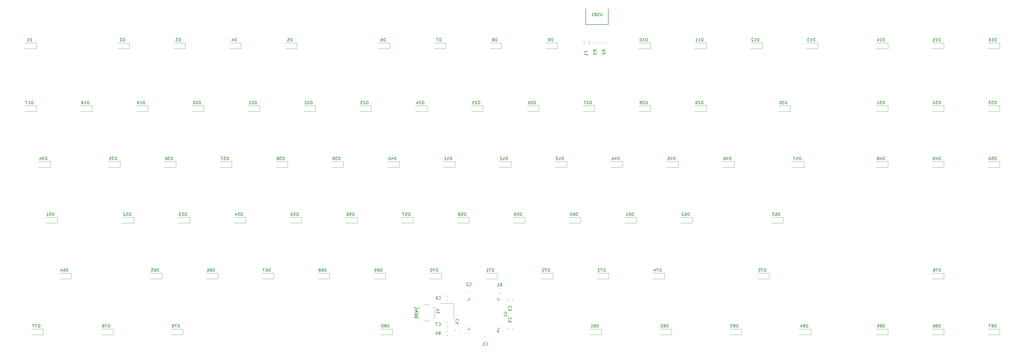
<source format=gbr>
%TF.GenerationSoftware,KiCad,Pcbnew,8.0.5*%
%TF.CreationDate,2024-09-22T14:43:58-07:00*%
%TF.ProjectId,keyboard_pcb,6b657962-6f61-4726-945f-7063622e6b69,rev?*%
%TF.SameCoordinates,Original*%
%TF.FileFunction,Legend,Bot*%
%TF.FilePolarity,Positive*%
%FSLAX46Y46*%
G04 Gerber Fmt 4.6, Leading zero omitted, Abs format (unit mm)*
G04 Created by KiCad (PCBNEW 8.0.5) date 2024-09-22 14:43:58*
%MOMM*%
%LPD*%
G01*
G04 APERTURE LIST*
%ADD10C,0.150000*%
%ADD11C,0.120000*%
G04 APERTURE END LIST*
D10*
X252039285Y-160379819D02*
X252039285Y-159379819D01*
X252039285Y-159379819D02*
X251801190Y-159379819D01*
X251801190Y-159379819D02*
X251658333Y-159427438D01*
X251658333Y-159427438D02*
X251563095Y-159522676D01*
X251563095Y-159522676D02*
X251515476Y-159617914D01*
X251515476Y-159617914D02*
X251467857Y-159808390D01*
X251467857Y-159808390D02*
X251467857Y-159951247D01*
X251467857Y-159951247D02*
X251515476Y-160141723D01*
X251515476Y-160141723D02*
X251563095Y-160236961D01*
X251563095Y-160236961D02*
X251658333Y-160332200D01*
X251658333Y-160332200D02*
X251801190Y-160379819D01*
X251801190Y-160379819D02*
X252039285Y-160379819D01*
X250610714Y-159379819D02*
X250801190Y-159379819D01*
X250801190Y-159379819D02*
X250896428Y-159427438D01*
X250896428Y-159427438D02*
X250944047Y-159475057D01*
X250944047Y-159475057D02*
X251039285Y-159617914D01*
X251039285Y-159617914D02*
X251086904Y-159808390D01*
X251086904Y-159808390D02*
X251086904Y-160189342D01*
X251086904Y-160189342D02*
X251039285Y-160284580D01*
X251039285Y-160284580D02*
X250991666Y-160332200D01*
X250991666Y-160332200D02*
X250896428Y-160379819D01*
X250896428Y-160379819D02*
X250705952Y-160379819D01*
X250705952Y-160379819D02*
X250610714Y-160332200D01*
X250610714Y-160332200D02*
X250563095Y-160284580D01*
X250563095Y-160284580D02*
X250515476Y-160189342D01*
X250515476Y-160189342D02*
X250515476Y-159951247D01*
X250515476Y-159951247D02*
X250563095Y-159856009D01*
X250563095Y-159856009D02*
X250610714Y-159808390D01*
X250610714Y-159808390D02*
X250705952Y-159760771D01*
X250705952Y-159760771D02*
X250896428Y-159760771D01*
X250896428Y-159760771D02*
X250991666Y-159808390D01*
X250991666Y-159808390D02*
X251039285Y-159856009D01*
X251039285Y-159856009D02*
X251086904Y-159951247D01*
X249563095Y-160379819D02*
X250134523Y-160379819D01*
X249848809Y-160379819D02*
X249848809Y-159379819D01*
X249848809Y-159379819D02*
X249944047Y-159522676D01*
X249944047Y-159522676D02*
X250039285Y-159617914D01*
X250039285Y-159617914D02*
X250134523Y-159665533D01*
X309189285Y-141329819D02*
X309189285Y-140329819D01*
X309189285Y-140329819D02*
X308951190Y-140329819D01*
X308951190Y-140329819D02*
X308808333Y-140377438D01*
X308808333Y-140377438D02*
X308713095Y-140472676D01*
X308713095Y-140472676D02*
X308665476Y-140567914D01*
X308665476Y-140567914D02*
X308617857Y-140758390D01*
X308617857Y-140758390D02*
X308617857Y-140901247D01*
X308617857Y-140901247D02*
X308665476Y-141091723D01*
X308665476Y-141091723D02*
X308713095Y-141186961D01*
X308713095Y-141186961D02*
X308808333Y-141282200D01*
X308808333Y-141282200D02*
X308951190Y-141329819D01*
X308951190Y-141329819D02*
X309189285Y-141329819D01*
X307760714Y-140663152D02*
X307760714Y-141329819D01*
X307998809Y-140282200D02*
X308236904Y-140996485D01*
X308236904Y-140996485D02*
X307617857Y-140996485D01*
X307332142Y-140329819D02*
X306665476Y-140329819D01*
X306665476Y-140329819D02*
X307094047Y-141329819D01*
X52014285Y-141329819D02*
X52014285Y-140329819D01*
X52014285Y-140329819D02*
X51776190Y-140329819D01*
X51776190Y-140329819D02*
X51633333Y-140377438D01*
X51633333Y-140377438D02*
X51538095Y-140472676D01*
X51538095Y-140472676D02*
X51490476Y-140567914D01*
X51490476Y-140567914D02*
X51442857Y-140758390D01*
X51442857Y-140758390D02*
X51442857Y-140901247D01*
X51442857Y-140901247D02*
X51490476Y-141091723D01*
X51490476Y-141091723D02*
X51538095Y-141186961D01*
X51538095Y-141186961D02*
X51633333Y-141282200D01*
X51633333Y-141282200D02*
X51776190Y-141329819D01*
X51776190Y-141329819D02*
X52014285Y-141329819D01*
X51109523Y-140329819D02*
X50490476Y-140329819D01*
X50490476Y-140329819D02*
X50823809Y-140710771D01*
X50823809Y-140710771D02*
X50680952Y-140710771D01*
X50680952Y-140710771D02*
X50585714Y-140758390D01*
X50585714Y-140758390D02*
X50538095Y-140806009D01*
X50538095Y-140806009D02*
X50490476Y-140901247D01*
X50490476Y-140901247D02*
X50490476Y-141139342D01*
X50490476Y-141139342D02*
X50538095Y-141234580D01*
X50538095Y-141234580D02*
X50585714Y-141282200D01*
X50585714Y-141282200D02*
X50680952Y-141329819D01*
X50680952Y-141329819D02*
X50966666Y-141329819D01*
X50966666Y-141329819D02*
X51061904Y-141282200D01*
X51061904Y-141282200D02*
X51109523Y-141234580D01*
X49633333Y-140663152D02*
X49633333Y-141329819D01*
X49871428Y-140282200D02*
X50109523Y-140996485D01*
X50109523Y-140996485D02*
X49490476Y-140996485D01*
X97258035Y-198479819D02*
X97258035Y-197479819D01*
X97258035Y-197479819D02*
X97019940Y-197479819D01*
X97019940Y-197479819D02*
X96877083Y-197527438D01*
X96877083Y-197527438D02*
X96781845Y-197622676D01*
X96781845Y-197622676D02*
X96734226Y-197717914D01*
X96734226Y-197717914D02*
X96686607Y-197908390D01*
X96686607Y-197908390D02*
X96686607Y-198051247D01*
X96686607Y-198051247D02*
X96734226Y-198241723D01*
X96734226Y-198241723D02*
X96781845Y-198336961D01*
X96781845Y-198336961D02*
X96877083Y-198432200D01*
X96877083Y-198432200D02*
X97019940Y-198479819D01*
X97019940Y-198479819D02*
X97258035Y-198479819D01*
X96353273Y-197479819D02*
X95686607Y-197479819D01*
X95686607Y-197479819D02*
X96115178Y-198479819D01*
X95258035Y-198479819D02*
X95067559Y-198479819D01*
X95067559Y-198479819D02*
X94972321Y-198432200D01*
X94972321Y-198432200D02*
X94924702Y-198384580D01*
X94924702Y-198384580D02*
X94829464Y-198241723D01*
X94829464Y-198241723D02*
X94781845Y-198051247D01*
X94781845Y-198051247D02*
X94781845Y-197670295D01*
X94781845Y-197670295D02*
X94829464Y-197575057D01*
X94829464Y-197575057D02*
X94877083Y-197527438D01*
X94877083Y-197527438D02*
X94972321Y-197479819D01*
X94972321Y-197479819D02*
X95162797Y-197479819D01*
X95162797Y-197479819D02*
X95258035Y-197527438D01*
X95258035Y-197527438D02*
X95305654Y-197575057D01*
X95305654Y-197575057D02*
X95353273Y-197670295D01*
X95353273Y-197670295D02*
X95353273Y-197908390D01*
X95353273Y-197908390D02*
X95305654Y-198003628D01*
X95305654Y-198003628D02*
X95258035Y-198051247D01*
X95258035Y-198051247D02*
X95162797Y-198098866D01*
X95162797Y-198098866D02*
X94972321Y-198098866D01*
X94972321Y-198098866D02*
X94877083Y-198051247D01*
X94877083Y-198051247D02*
X94829464Y-198003628D01*
X94829464Y-198003628D02*
X94781845Y-197908390D01*
X240133035Y-198479819D02*
X240133035Y-197479819D01*
X240133035Y-197479819D02*
X239894940Y-197479819D01*
X239894940Y-197479819D02*
X239752083Y-197527438D01*
X239752083Y-197527438D02*
X239656845Y-197622676D01*
X239656845Y-197622676D02*
X239609226Y-197717914D01*
X239609226Y-197717914D02*
X239561607Y-197908390D01*
X239561607Y-197908390D02*
X239561607Y-198051247D01*
X239561607Y-198051247D02*
X239609226Y-198241723D01*
X239609226Y-198241723D02*
X239656845Y-198336961D01*
X239656845Y-198336961D02*
X239752083Y-198432200D01*
X239752083Y-198432200D02*
X239894940Y-198479819D01*
X239894940Y-198479819D02*
X240133035Y-198479819D01*
X238990178Y-197908390D02*
X239085416Y-197860771D01*
X239085416Y-197860771D02*
X239133035Y-197813152D01*
X239133035Y-197813152D02*
X239180654Y-197717914D01*
X239180654Y-197717914D02*
X239180654Y-197670295D01*
X239180654Y-197670295D02*
X239133035Y-197575057D01*
X239133035Y-197575057D02*
X239085416Y-197527438D01*
X239085416Y-197527438D02*
X238990178Y-197479819D01*
X238990178Y-197479819D02*
X238799702Y-197479819D01*
X238799702Y-197479819D02*
X238704464Y-197527438D01*
X238704464Y-197527438D02*
X238656845Y-197575057D01*
X238656845Y-197575057D02*
X238609226Y-197670295D01*
X238609226Y-197670295D02*
X238609226Y-197717914D01*
X238609226Y-197717914D02*
X238656845Y-197813152D01*
X238656845Y-197813152D02*
X238704464Y-197860771D01*
X238704464Y-197860771D02*
X238799702Y-197908390D01*
X238799702Y-197908390D02*
X238990178Y-197908390D01*
X238990178Y-197908390D02*
X239085416Y-197956009D01*
X239085416Y-197956009D02*
X239133035Y-198003628D01*
X239133035Y-198003628D02*
X239180654Y-198098866D01*
X239180654Y-198098866D02*
X239180654Y-198289342D01*
X239180654Y-198289342D02*
X239133035Y-198384580D01*
X239133035Y-198384580D02*
X239085416Y-198432200D01*
X239085416Y-198432200D02*
X238990178Y-198479819D01*
X238990178Y-198479819D02*
X238799702Y-198479819D01*
X238799702Y-198479819D02*
X238704464Y-198432200D01*
X238704464Y-198432200D02*
X238656845Y-198384580D01*
X238656845Y-198384580D02*
X238609226Y-198289342D01*
X238609226Y-198289342D02*
X238609226Y-198098866D01*
X238609226Y-198098866D02*
X238656845Y-198003628D01*
X238656845Y-198003628D02*
X238704464Y-197956009D01*
X238704464Y-197956009D02*
X238799702Y-197908390D01*
X237656845Y-198479819D02*
X238228273Y-198479819D01*
X237942559Y-198479819D02*
X237942559Y-197479819D01*
X237942559Y-197479819D02*
X238037797Y-197622676D01*
X238037797Y-197622676D02*
X238133035Y-197717914D01*
X238133035Y-197717914D02*
X238228273Y-197765533D01*
X311570535Y-198479819D02*
X311570535Y-197479819D01*
X311570535Y-197479819D02*
X311332440Y-197479819D01*
X311332440Y-197479819D02*
X311189583Y-197527438D01*
X311189583Y-197527438D02*
X311094345Y-197622676D01*
X311094345Y-197622676D02*
X311046726Y-197717914D01*
X311046726Y-197717914D02*
X310999107Y-197908390D01*
X310999107Y-197908390D02*
X310999107Y-198051247D01*
X310999107Y-198051247D02*
X311046726Y-198241723D01*
X311046726Y-198241723D02*
X311094345Y-198336961D01*
X311094345Y-198336961D02*
X311189583Y-198432200D01*
X311189583Y-198432200D02*
X311332440Y-198479819D01*
X311332440Y-198479819D02*
X311570535Y-198479819D01*
X310427678Y-197908390D02*
X310522916Y-197860771D01*
X310522916Y-197860771D02*
X310570535Y-197813152D01*
X310570535Y-197813152D02*
X310618154Y-197717914D01*
X310618154Y-197717914D02*
X310618154Y-197670295D01*
X310618154Y-197670295D02*
X310570535Y-197575057D01*
X310570535Y-197575057D02*
X310522916Y-197527438D01*
X310522916Y-197527438D02*
X310427678Y-197479819D01*
X310427678Y-197479819D02*
X310237202Y-197479819D01*
X310237202Y-197479819D02*
X310141964Y-197527438D01*
X310141964Y-197527438D02*
X310094345Y-197575057D01*
X310094345Y-197575057D02*
X310046726Y-197670295D01*
X310046726Y-197670295D02*
X310046726Y-197717914D01*
X310046726Y-197717914D02*
X310094345Y-197813152D01*
X310094345Y-197813152D02*
X310141964Y-197860771D01*
X310141964Y-197860771D02*
X310237202Y-197908390D01*
X310237202Y-197908390D02*
X310427678Y-197908390D01*
X310427678Y-197908390D02*
X310522916Y-197956009D01*
X310522916Y-197956009D02*
X310570535Y-198003628D01*
X310570535Y-198003628D02*
X310618154Y-198098866D01*
X310618154Y-198098866D02*
X310618154Y-198289342D01*
X310618154Y-198289342D02*
X310570535Y-198384580D01*
X310570535Y-198384580D02*
X310522916Y-198432200D01*
X310522916Y-198432200D02*
X310427678Y-198479819D01*
X310427678Y-198479819D02*
X310237202Y-198479819D01*
X310237202Y-198479819D02*
X310141964Y-198432200D01*
X310141964Y-198432200D02*
X310094345Y-198384580D01*
X310094345Y-198384580D02*
X310046726Y-198289342D01*
X310046726Y-198289342D02*
X310046726Y-198098866D01*
X310046726Y-198098866D02*
X310094345Y-198003628D01*
X310094345Y-198003628D02*
X310141964Y-197956009D01*
X310141964Y-197956009D02*
X310237202Y-197908390D01*
X309189583Y-197813152D02*
X309189583Y-198479819D01*
X309427678Y-197432200D02*
X309665773Y-198146485D01*
X309665773Y-198146485D02*
X309046726Y-198146485D01*
X168695535Y-198479819D02*
X168695535Y-197479819D01*
X168695535Y-197479819D02*
X168457440Y-197479819D01*
X168457440Y-197479819D02*
X168314583Y-197527438D01*
X168314583Y-197527438D02*
X168219345Y-197622676D01*
X168219345Y-197622676D02*
X168171726Y-197717914D01*
X168171726Y-197717914D02*
X168124107Y-197908390D01*
X168124107Y-197908390D02*
X168124107Y-198051247D01*
X168124107Y-198051247D02*
X168171726Y-198241723D01*
X168171726Y-198241723D02*
X168219345Y-198336961D01*
X168219345Y-198336961D02*
X168314583Y-198432200D01*
X168314583Y-198432200D02*
X168457440Y-198479819D01*
X168457440Y-198479819D02*
X168695535Y-198479819D01*
X167552678Y-197908390D02*
X167647916Y-197860771D01*
X167647916Y-197860771D02*
X167695535Y-197813152D01*
X167695535Y-197813152D02*
X167743154Y-197717914D01*
X167743154Y-197717914D02*
X167743154Y-197670295D01*
X167743154Y-197670295D02*
X167695535Y-197575057D01*
X167695535Y-197575057D02*
X167647916Y-197527438D01*
X167647916Y-197527438D02*
X167552678Y-197479819D01*
X167552678Y-197479819D02*
X167362202Y-197479819D01*
X167362202Y-197479819D02*
X167266964Y-197527438D01*
X167266964Y-197527438D02*
X167219345Y-197575057D01*
X167219345Y-197575057D02*
X167171726Y-197670295D01*
X167171726Y-197670295D02*
X167171726Y-197717914D01*
X167171726Y-197717914D02*
X167219345Y-197813152D01*
X167219345Y-197813152D02*
X167266964Y-197860771D01*
X167266964Y-197860771D02*
X167362202Y-197908390D01*
X167362202Y-197908390D02*
X167552678Y-197908390D01*
X167552678Y-197908390D02*
X167647916Y-197956009D01*
X167647916Y-197956009D02*
X167695535Y-198003628D01*
X167695535Y-198003628D02*
X167743154Y-198098866D01*
X167743154Y-198098866D02*
X167743154Y-198289342D01*
X167743154Y-198289342D02*
X167695535Y-198384580D01*
X167695535Y-198384580D02*
X167647916Y-198432200D01*
X167647916Y-198432200D02*
X167552678Y-198479819D01*
X167552678Y-198479819D02*
X167362202Y-198479819D01*
X167362202Y-198479819D02*
X167266964Y-198432200D01*
X167266964Y-198432200D02*
X167219345Y-198384580D01*
X167219345Y-198384580D02*
X167171726Y-198289342D01*
X167171726Y-198289342D02*
X167171726Y-198098866D01*
X167171726Y-198098866D02*
X167219345Y-198003628D01*
X167219345Y-198003628D02*
X167266964Y-197956009D01*
X167266964Y-197956009D02*
X167362202Y-197908390D01*
X166552678Y-197479819D02*
X166457440Y-197479819D01*
X166457440Y-197479819D02*
X166362202Y-197527438D01*
X166362202Y-197527438D02*
X166314583Y-197575057D01*
X166314583Y-197575057D02*
X166266964Y-197670295D01*
X166266964Y-197670295D02*
X166219345Y-197860771D01*
X166219345Y-197860771D02*
X166219345Y-198098866D01*
X166219345Y-198098866D02*
X166266964Y-198289342D01*
X166266964Y-198289342D02*
X166314583Y-198384580D01*
X166314583Y-198384580D02*
X166362202Y-198432200D01*
X166362202Y-198432200D02*
X166457440Y-198479819D01*
X166457440Y-198479819D02*
X166552678Y-198479819D01*
X166552678Y-198479819D02*
X166647916Y-198432200D01*
X166647916Y-198432200D02*
X166695535Y-198384580D01*
X166695535Y-198384580D02*
X166743154Y-198289342D01*
X166743154Y-198289342D02*
X166790773Y-198098866D01*
X166790773Y-198098866D02*
X166790773Y-197860771D01*
X166790773Y-197860771D02*
X166743154Y-197670295D01*
X166743154Y-197670295D02*
X166695535Y-197575057D01*
X166695535Y-197575057D02*
X166647916Y-197527438D01*
X166647916Y-197527438D02*
X166552678Y-197479819D01*
X337764285Y-141329819D02*
X337764285Y-140329819D01*
X337764285Y-140329819D02*
X337526190Y-140329819D01*
X337526190Y-140329819D02*
X337383333Y-140377438D01*
X337383333Y-140377438D02*
X337288095Y-140472676D01*
X337288095Y-140472676D02*
X337240476Y-140567914D01*
X337240476Y-140567914D02*
X337192857Y-140758390D01*
X337192857Y-140758390D02*
X337192857Y-140901247D01*
X337192857Y-140901247D02*
X337240476Y-141091723D01*
X337240476Y-141091723D02*
X337288095Y-141186961D01*
X337288095Y-141186961D02*
X337383333Y-141282200D01*
X337383333Y-141282200D02*
X337526190Y-141329819D01*
X337526190Y-141329819D02*
X337764285Y-141329819D01*
X336335714Y-140663152D02*
X336335714Y-141329819D01*
X336573809Y-140282200D02*
X336811904Y-140996485D01*
X336811904Y-140996485D02*
X336192857Y-140996485D01*
X335669047Y-140758390D02*
X335764285Y-140710771D01*
X335764285Y-140710771D02*
X335811904Y-140663152D01*
X335811904Y-140663152D02*
X335859523Y-140567914D01*
X335859523Y-140567914D02*
X335859523Y-140520295D01*
X335859523Y-140520295D02*
X335811904Y-140425057D01*
X335811904Y-140425057D02*
X335764285Y-140377438D01*
X335764285Y-140377438D02*
X335669047Y-140329819D01*
X335669047Y-140329819D02*
X335478571Y-140329819D01*
X335478571Y-140329819D02*
X335383333Y-140377438D01*
X335383333Y-140377438D02*
X335335714Y-140425057D01*
X335335714Y-140425057D02*
X335288095Y-140520295D01*
X335288095Y-140520295D02*
X335288095Y-140567914D01*
X335288095Y-140567914D02*
X335335714Y-140663152D01*
X335335714Y-140663152D02*
X335383333Y-140710771D01*
X335383333Y-140710771D02*
X335478571Y-140758390D01*
X335478571Y-140758390D02*
X335669047Y-140758390D01*
X335669047Y-140758390D02*
X335764285Y-140806009D01*
X335764285Y-140806009D02*
X335811904Y-140853628D01*
X335811904Y-140853628D02*
X335859523Y-140948866D01*
X335859523Y-140948866D02*
X335859523Y-141139342D01*
X335859523Y-141139342D02*
X335811904Y-141234580D01*
X335811904Y-141234580D02*
X335764285Y-141282200D01*
X335764285Y-141282200D02*
X335669047Y-141329819D01*
X335669047Y-141329819D02*
X335478571Y-141329819D01*
X335478571Y-141329819D02*
X335383333Y-141282200D01*
X335383333Y-141282200D02*
X335335714Y-141234580D01*
X335335714Y-141234580D02*
X335288095Y-141139342D01*
X335288095Y-141139342D02*
X335288095Y-140948866D01*
X335288095Y-140948866D02*
X335335714Y-140853628D01*
X335335714Y-140853628D02*
X335383333Y-140806009D01*
X335383333Y-140806009D02*
X335478571Y-140758390D01*
X180601785Y-122279819D02*
X180601785Y-121279819D01*
X180601785Y-121279819D02*
X180363690Y-121279819D01*
X180363690Y-121279819D02*
X180220833Y-121327438D01*
X180220833Y-121327438D02*
X180125595Y-121422676D01*
X180125595Y-121422676D02*
X180077976Y-121517914D01*
X180077976Y-121517914D02*
X180030357Y-121708390D01*
X180030357Y-121708390D02*
X180030357Y-121851247D01*
X180030357Y-121851247D02*
X180077976Y-122041723D01*
X180077976Y-122041723D02*
X180125595Y-122136961D01*
X180125595Y-122136961D02*
X180220833Y-122232200D01*
X180220833Y-122232200D02*
X180363690Y-122279819D01*
X180363690Y-122279819D02*
X180601785Y-122279819D01*
X179649404Y-121375057D02*
X179601785Y-121327438D01*
X179601785Y-121327438D02*
X179506547Y-121279819D01*
X179506547Y-121279819D02*
X179268452Y-121279819D01*
X179268452Y-121279819D02*
X179173214Y-121327438D01*
X179173214Y-121327438D02*
X179125595Y-121375057D01*
X179125595Y-121375057D02*
X179077976Y-121470295D01*
X179077976Y-121470295D02*
X179077976Y-121565533D01*
X179077976Y-121565533D02*
X179125595Y-121708390D01*
X179125595Y-121708390D02*
X179697023Y-122279819D01*
X179697023Y-122279819D02*
X179077976Y-122279819D01*
X178220833Y-121613152D02*
X178220833Y-122279819D01*
X178458928Y-121232200D02*
X178697023Y-121946485D01*
X178697023Y-121946485D02*
X178077976Y-121946485D01*
X196166666Y-184179580D02*
X196214285Y-184227200D01*
X196214285Y-184227200D02*
X196357142Y-184274819D01*
X196357142Y-184274819D02*
X196452380Y-184274819D01*
X196452380Y-184274819D02*
X196595237Y-184227200D01*
X196595237Y-184227200D02*
X196690475Y-184131961D01*
X196690475Y-184131961D02*
X196738094Y-184036723D01*
X196738094Y-184036723D02*
X196785713Y-183846247D01*
X196785713Y-183846247D02*
X196785713Y-183703390D01*
X196785713Y-183703390D02*
X196738094Y-183512914D01*
X196738094Y-183512914D02*
X196690475Y-183417676D01*
X196690475Y-183417676D02*
X196595237Y-183322438D01*
X196595237Y-183322438D02*
X196452380Y-183274819D01*
X196452380Y-183274819D02*
X196357142Y-183274819D01*
X196357142Y-183274819D02*
X196214285Y-183322438D01*
X196214285Y-183322438D02*
X196166666Y-183370057D01*
X195785713Y-183370057D02*
X195738094Y-183322438D01*
X195738094Y-183322438D02*
X195642856Y-183274819D01*
X195642856Y-183274819D02*
X195404761Y-183274819D01*
X195404761Y-183274819D02*
X195309523Y-183322438D01*
X195309523Y-183322438D02*
X195261904Y-183370057D01*
X195261904Y-183370057D02*
X195214285Y-183465295D01*
X195214285Y-183465295D02*
X195214285Y-183560533D01*
X195214285Y-183560533D02*
X195261904Y-183703390D01*
X195261904Y-183703390D02*
X195833332Y-184274819D01*
X195833332Y-184274819D02*
X195214285Y-184274819D01*
X99639285Y-160379819D02*
X99639285Y-159379819D01*
X99639285Y-159379819D02*
X99401190Y-159379819D01*
X99401190Y-159379819D02*
X99258333Y-159427438D01*
X99258333Y-159427438D02*
X99163095Y-159522676D01*
X99163095Y-159522676D02*
X99115476Y-159617914D01*
X99115476Y-159617914D02*
X99067857Y-159808390D01*
X99067857Y-159808390D02*
X99067857Y-159951247D01*
X99067857Y-159951247D02*
X99115476Y-160141723D01*
X99115476Y-160141723D02*
X99163095Y-160236961D01*
X99163095Y-160236961D02*
X99258333Y-160332200D01*
X99258333Y-160332200D02*
X99401190Y-160379819D01*
X99401190Y-160379819D02*
X99639285Y-160379819D01*
X98163095Y-159379819D02*
X98639285Y-159379819D01*
X98639285Y-159379819D02*
X98686904Y-159856009D01*
X98686904Y-159856009D02*
X98639285Y-159808390D01*
X98639285Y-159808390D02*
X98544047Y-159760771D01*
X98544047Y-159760771D02*
X98305952Y-159760771D01*
X98305952Y-159760771D02*
X98210714Y-159808390D01*
X98210714Y-159808390D02*
X98163095Y-159856009D01*
X98163095Y-159856009D02*
X98115476Y-159951247D01*
X98115476Y-159951247D02*
X98115476Y-160189342D01*
X98115476Y-160189342D02*
X98163095Y-160284580D01*
X98163095Y-160284580D02*
X98210714Y-160332200D01*
X98210714Y-160332200D02*
X98305952Y-160379819D01*
X98305952Y-160379819D02*
X98544047Y-160379819D01*
X98544047Y-160379819D02*
X98639285Y-160332200D01*
X98639285Y-160332200D02*
X98686904Y-160284580D01*
X97782142Y-159379819D02*
X97163095Y-159379819D01*
X97163095Y-159379819D02*
X97496428Y-159760771D01*
X97496428Y-159760771D02*
X97353571Y-159760771D01*
X97353571Y-159760771D02*
X97258333Y-159808390D01*
X97258333Y-159808390D02*
X97210714Y-159856009D01*
X97210714Y-159856009D02*
X97163095Y-159951247D01*
X97163095Y-159951247D02*
X97163095Y-160189342D01*
X97163095Y-160189342D02*
X97210714Y-160284580D01*
X97210714Y-160284580D02*
X97258333Y-160332200D01*
X97258333Y-160332200D02*
X97353571Y-160379819D01*
X97353571Y-160379819D02*
X97639285Y-160379819D01*
X97639285Y-160379819D02*
X97734523Y-160332200D01*
X97734523Y-160332200D02*
X97782142Y-160284580D01*
X337764285Y-122279819D02*
X337764285Y-121279819D01*
X337764285Y-121279819D02*
X337526190Y-121279819D01*
X337526190Y-121279819D02*
X337383333Y-121327438D01*
X337383333Y-121327438D02*
X337288095Y-121422676D01*
X337288095Y-121422676D02*
X337240476Y-121517914D01*
X337240476Y-121517914D02*
X337192857Y-121708390D01*
X337192857Y-121708390D02*
X337192857Y-121851247D01*
X337192857Y-121851247D02*
X337240476Y-122041723D01*
X337240476Y-122041723D02*
X337288095Y-122136961D01*
X337288095Y-122136961D02*
X337383333Y-122232200D01*
X337383333Y-122232200D02*
X337526190Y-122279819D01*
X337526190Y-122279819D02*
X337764285Y-122279819D01*
X336859523Y-121279819D02*
X336240476Y-121279819D01*
X336240476Y-121279819D02*
X336573809Y-121660771D01*
X336573809Y-121660771D02*
X336430952Y-121660771D01*
X336430952Y-121660771D02*
X336335714Y-121708390D01*
X336335714Y-121708390D02*
X336288095Y-121756009D01*
X336288095Y-121756009D02*
X336240476Y-121851247D01*
X336240476Y-121851247D02*
X336240476Y-122089342D01*
X336240476Y-122089342D02*
X336288095Y-122184580D01*
X336288095Y-122184580D02*
X336335714Y-122232200D01*
X336335714Y-122232200D02*
X336430952Y-122279819D01*
X336430952Y-122279819D02*
X336716666Y-122279819D01*
X336716666Y-122279819D02*
X336811904Y-122232200D01*
X336811904Y-122232200D02*
X336859523Y-122184580D01*
X335288095Y-122279819D02*
X335859523Y-122279819D01*
X335573809Y-122279819D02*
X335573809Y-121279819D01*
X335573809Y-121279819D02*
X335669047Y-121422676D01*
X335669047Y-121422676D02*
X335764285Y-121517914D01*
X335764285Y-121517914D02*
X335859523Y-121565533D01*
X356814285Y-100848569D02*
X356814285Y-99848569D01*
X356814285Y-99848569D02*
X356576190Y-99848569D01*
X356576190Y-99848569D02*
X356433333Y-99896188D01*
X356433333Y-99896188D02*
X356338095Y-99991426D01*
X356338095Y-99991426D02*
X356290476Y-100086664D01*
X356290476Y-100086664D02*
X356242857Y-100277140D01*
X356242857Y-100277140D02*
X356242857Y-100419997D01*
X356242857Y-100419997D02*
X356290476Y-100610473D01*
X356290476Y-100610473D02*
X356338095Y-100705711D01*
X356338095Y-100705711D02*
X356433333Y-100800950D01*
X356433333Y-100800950D02*
X356576190Y-100848569D01*
X356576190Y-100848569D02*
X356814285Y-100848569D01*
X355290476Y-100848569D02*
X355861904Y-100848569D01*
X355576190Y-100848569D02*
X355576190Y-99848569D01*
X355576190Y-99848569D02*
X355671428Y-99991426D01*
X355671428Y-99991426D02*
X355766666Y-100086664D01*
X355766666Y-100086664D02*
X355861904Y-100134283D01*
X354385714Y-99848569D02*
X354861904Y-99848569D01*
X354861904Y-99848569D02*
X354909523Y-100324759D01*
X354909523Y-100324759D02*
X354861904Y-100277140D01*
X354861904Y-100277140D02*
X354766666Y-100229521D01*
X354766666Y-100229521D02*
X354528571Y-100229521D01*
X354528571Y-100229521D02*
X354433333Y-100277140D01*
X354433333Y-100277140D02*
X354385714Y-100324759D01*
X354385714Y-100324759D02*
X354338095Y-100419997D01*
X354338095Y-100419997D02*
X354338095Y-100658092D01*
X354338095Y-100658092D02*
X354385714Y-100753330D01*
X354385714Y-100753330D02*
X354433333Y-100800950D01*
X354433333Y-100800950D02*
X354528571Y-100848569D01*
X354528571Y-100848569D02*
X354766666Y-100848569D01*
X354766666Y-100848569D02*
X354861904Y-100800950D01*
X354861904Y-100800950D02*
X354909523Y-100753330D01*
X302045535Y-160379819D02*
X302045535Y-159379819D01*
X302045535Y-159379819D02*
X301807440Y-159379819D01*
X301807440Y-159379819D02*
X301664583Y-159427438D01*
X301664583Y-159427438D02*
X301569345Y-159522676D01*
X301569345Y-159522676D02*
X301521726Y-159617914D01*
X301521726Y-159617914D02*
X301474107Y-159808390D01*
X301474107Y-159808390D02*
X301474107Y-159951247D01*
X301474107Y-159951247D02*
X301521726Y-160141723D01*
X301521726Y-160141723D02*
X301569345Y-160236961D01*
X301569345Y-160236961D02*
X301664583Y-160332200D01*
X301664583Y-160332200D02*
X301807440Y-160379819D01*
X301807440Y-160379819D02*
X302045535Y-160379819D01*
X300616964Y-159379819D02*
X300807440Y-159379819D01*
X300807440Y-159379819D02*
X300902678Y-159427438D01*
X300902678Y-159427438D02*
X300950297Y-159475057D01*
X300950297Y-159475057D02*
X301045535Y-159617914D01*
X301045535Y-159617914D02*
X301093154Y-159808390D01*
X301093154Y-159808390D02*
X301093154Y-160189342D01*
X301093154Y-160189342D02*
X301045535Y-160284580D01*
X301045535Y-160284580D02*
X300997916Y-160332200D01*
X300997916Y-160332200D02*
X300902678Y-160379819D01*
X300902678Y-160379819D02*
X300712202Y-160379819D01*
X300712202Y-160379819D02*
X300616964Y-160332200D01*
X300616964Y-160332200D02*
X300569345Y-160284580D01*
X300569345Y-160284580D02*
X300521726Y-160189342D01*
X300521726Y-160189342D02*
X300521726Y-159951247D01*
X300521726Y-159951247D02*
X300569345Y-159856009D01*
X300569345Y-159856009D02*
X300616964Y-159808390D01*
X300616964Y-159808390D02*
X300712202Y-159760771D01*
X300712202Y-159760771D02*
X300902678Y-159760771D01*
X300902678Y-159760771D02*
X300997916Y-159808390D01*
X300997916Y-159808390D02*
X301045535Y-159856009D01*
X301045535Y-159856009D02*
X301093154Y-159951247D01*
X300188392Y-159379819D02*
X299569345Y-159379819D01*
X299569345Y-159379819D02*
X299902678Y-159760771D01*
X299902678Y-159760771D02*
X299759821Y-159760771D01*
X299759821Y-159760771D02*
X299664583Y-159808390D01*
X299664583Y-159808390D02*
X299616964Y-159856009D01*
X299616964Y-159856009D02*
X299569345Y-159951247D01*
X299569345Y-159951247D02*
X299569345Y-160189342D01*
X299569345Y-160189342D02*
X299616964Y-160284580D01*
X299616964Y-160284580D02*
X299664583Y-160332200D01*
X299664583Y-160332200D02*
X299759821Y-160379819D01*
X299759821Y-160379819D02*
X300045535Y-160379819D01*
X300045535Y-160379819D02*
X300140773Y-160332200D01*
X300140773Y-160332200D02*
X300188392Y-160284580D01*
X210359580Y-195833333D02*
X210407200Y-195785714D01*
X210407200Y-195785714D02*
X210454819Y-195642857D01*
X210454819Y-195642857D02*
X210454819Y-195547619D01*
X210454819Y-195547619D02*
X210407200Y-195404762D01*
X210407200Y-195404762D02*
X210311961Y-195309524D01*
X210311961Y-195309524D02*
X210216723Y-195261905D01*
X210216723Y-195261905D02*
X210026247Y-195214286D01*
X210026247Y-195214286D02*
X209883390Y-195214286D01*
X209883390Y-195214286D02*
X209692914Y-195261905D01*
X209692914Y-195261905D02*
X209597676Y-195309524D01*
X209597676Y-195309524D02*
X209502438Y-195404762D01*
X209502438Y-195404762D02*
X209454819Y-195547619D01*
X209454819Y-195547619D02*
X209454819Y-195642857D01*
X209454819Y-195642857D02*
X209502438Y-195785714D01*
X209502438Y-195785714D02*
X209550057Y-195833333D01*
X209454819Y-196738095D02*
X209454819Y-196261905D01*
X209454819Y-196261905D02*
X209931009Y-196214286D01*
X209931009Y-196214286D02*
X209883390Y-196261905D01*
X209883390Y-196261905D02*
X209835771Y-196357143D01*
X209835771Y-196357143D02*
X209835771Y-196595238D01*
X209835771Y-196595238D02*
X209883390Y-196690476D01*
X209883390Y-196690476D02*
X209931009Y-196738095D01*
X209931009Y-196738095D02*
X210026247Y-196785714D01*
X210026247Y-196785714D02*
X210264342Y-196785714D01*
X210264342Y-196785714D02*
X210359580Y-196738095D01*
X210359580Y-196738095D02*
X210407200Y-196690476D01*
X210407200Y-196690476D02*
X210454819Y-196595238D01*
X210454819Y-196595238D02*
X210454819Y-196357143D01*
X210454819Y-196357143D02*
X210407200Y-196261905D01*
X210407200Y-196261905D02*
X210359580Y-196214286D01*
X59158035Y-179429819D02*
X59158035Y-178429819D01*
X59158035Y-178429819D02*
X58919940Y-178429819D01*
X58919940Y-178429819D02*
X58777083Y-178477438D01*
X58777083Y-178477438D02*
X58681845Y-178572676D01*
X58681845Y-178572676D02*
X58634226Y-178667914D01*
X58634226Y-178667914D02*
X58586607Y-178858390D01*
X58586607Y-178858390D02*
X58586607Y-179001247D01*
X58586607Y-179001247D02*
X58634226Y-179191723D01*
X58634226Y-179191723D02*
X58681845Y-179286961D01*
X58681845Y-179286961D02*
X58777083Y-179382200D01*
X58777083Y-179382200D02*
X58919940Y-179429819D01*
X58919940Y-179429819D02*
X59158035Y-179429819D01*
X57729464Y-178429819D02*
X57919940Y-178429819D01*
X57919940Y-178429819D02*
X58015178Y-178477438D01*
X58015178Y-178477438D02*
X58062797Y-178525057D01*
X58062797Y-178525057D02*
X58158035Y-178667914D01*
X58158035Y-178667914D02*
X58205654Y-178858390D01*
X58205654Y-178858390D02*
X58205654Y-179239342D01*
X58205654Y-179239342D02*
X58158035Y-179334580D01*
X58158035Y-179334580D02*
X58110416Y-179382200D01*
X58110416Y-179382200D02*
X58015178Y-179429819D01*
X58015178Y-179429819D02*
X57824702Y-179429819D01*
X57824702Y-179429819D02*
X57729464Y-179382200D01*
X57729464Y-179382200D02*
X57681845Y-179334580D01*
X57681845Y-179334580D02*
X57634226Y-179239342D01*
X57634226Y-179239342D02*
X57634226Y-179001247D01*
X57634226Y-179001247D02*
X57681845Y-178906009D01*
X57681845Y-178906009D02*
X57729464Y-178858390D01*
X57729464Y-178858390D02*
X57824702Y-178810771D01*
X57824702Y-178810771D02*
X58015178Y-178810771D01*
X58015178Y-178810771D02*
X58110416Y-178858390D01*
X58110416Y-178858390D02*
X58158035Y-178906009D01*
X58158035Y-178906009D02*
X58205654Y-179001247D01*
X56777083Y-178763152D02*
X56777083Y-179429819D01*
X57015178Y-178382200D02*
X57253273Y-179096485D01*
X57253273Y-179096485D02*
X56634226Y-179096485D01*
X294901785Y-100848569D02*
X294901785Y-99848569D01*
X294901785Y-99848569D02*
X294663690Y-99848569D01*
X294663690Y-99848569D02*
X294520833Y-99896188D01*
X294520833Y-99896188D02*
X294425595Y-99991426D01*
X294425595Y-99991426D02*
X294377976Y-100086664D01*
X294377976Y-100086664D02*
X294330357Y-100277140D01*
X294330357Y-100277140D02*
X294330357Y-100419997D01*
X294330357Y-100419997D02*
X294377976Y-100610473D01*
X294377976Y-100610473D02*
X294425595Y-100705711D01*
X294425595Y-100705711D02*
X294520833Y-100800950D01*
X294520833Y-100800950D02*
X294663690Y-100848569D01*
X294663690Y-100848569D02*
X294901785Y-100848569D01*
X293377976Y-100848569D02*
X293949404Y-100848569D01*
X293663690Y-100848569D02*
X293663690Y-99848569D01*
X293663690Y-99848569D02*
X293758928Y-99991426D01*
X293758928Y-99991426D02*
X293854166Y-100086664D01*
X293854166Y-100086664D02*
X293949404Y-100134283D01*
X292997023Y-99943807D02*
X292949404Y-99896188D01*
X292949404Y-99896188D02*
X292854166Y-99848569D01*
X292854166Y-99848569D02*
X292616071Y-99848569D01*
X292616071Y-99848569D02*
X292520833Y-99896188D01*
X292520833Y-99896188D02*
X292473214Y-99943807D01*
X292473214Y-99943807D02*
X292425595Y-100039045D01*
X292425595Y-100039045D02*
X292425595Y-100134283D01*
X292425595Y-100134283D02*
X292473214Y-100277140D01*
X292473214Y-100277140D02*
X293044642Y-100848569D01*
X293044642Y-100848569D02*
X292425595Y-100848569D01*
X205525594Y-100848569D02*
X205525594Y-99848569D01*
X205525594Y-99848569D02*
X205287499Y-99848569D01*
X205287499Y-99848569D02*
X205144642Y-99896188D01*
X205144642Y-99896188D02*
X205049404Y-99991426D01*
X205049404Y-99991426D02*
X205001785Y-100086664D01*
X205001785Y-100086664D02*
X204954166Y-100277140D01*
X204954166Y-100277140D02*
X204954166Y-100419997D01*
X204954166Y-100419997D02*
X205001785Y-100610473D01*
X205001785Y-100610473D02*
X205049404Y-100705711D01*
X205049404Y-100705711D02*
X205144642Y-100800950D01*
X205144642Y-100800950D02*
X205287499Y-100848569D01*
X205287499Y-100848569D02*
X205525594Y-100848569D01*
X204382737Y-100277140D02*
X204477975Y-100229521D01*
X204477975Y-100229521D02*
X204525594Y-100181902D01*
X204525594Y-100181902D02*
X204573213Y-100086664D01*
X204573213Y-100086664D02*
X204573213Y-100039045D01*
X204573213Y-100039045D02*
X204525594Y-99943807D01*
X204525594Y-99943807D02*
X204477975Y-99896188D01*
X204477975Y-99896188D02*
X204382737Y-99848569D01*
X204382737Y-99848569D02*
X204192261Y-99848569D01*
X204192261Y-99848569D02*
X204097023Y-99896188D01*
X204097023Y-99896188D02*
X204049404Y-99943807D01*
X204049404Y-99943807D02*
X204001785Y-100039045D01*
X204001785Y-100039045D02*
X204001785Y-100086664D01*
X204001785Y-100086664D02*
X204049404Y-100181902D01*
X204049404Y-100181902D02*
X204097023Y-100229521D01*
X204097023Y-100229521D02*
X204192261Y-100277140D01*
X204192261Y-100277140D02*
X204382737Y-100277140D01*
X204382737Y-100277140D02*
X204477975Y-100324759D01*
X204477975Y-100324759D02*
X204525594Y-100372378D01*
X204525594Y-100372378D02*
X204573213Y-100467616D01*
X204573213Y-100467616D02*
X204573213Y-100658092D01*
X204573213Y-100658092D02*
X204525594Y-100753330D01*
X204525594Y-100753330D02*
X204477975Y-100800950D01*
X204477975Y-100800950D02*
X204382737Y-100848569D01*
X204382737Y-100848569D02*
X204192261Y-100848569D01*
X204192261Y-100848569D02*
X204097023Y-100800950D01*
X204097023Y-100800950D02*
X204049404Y-100753330D01*
X204049404Y-100753330D02*
X204001785Y-100658092D01*
X204001785Y-100658092D02*
X204001785Y-100467616D01*
X204001785Y-100467616D02*
X204049404Y-100372378D01*
X204049404Y-100372378D02*
X204097023Y-100324759D01*
X204097023Y-100324759D02*
X204192261Y-100277140D01*
X190126785Y-141329819D02*
X190126785Y-140329819D01*
X190126785Y-140329819D02*
X189888690Y-140329819D01*
X189888690Y-140329819D02*
X189745833Y-140377438D01*
X189745833Y-140377438D02*
X189650595Y-140472676D01*
X189650595Y-140472676D02*
X189602976Y-140567914D01*
X189602976Y-140567914D02*
X189555357Y-140758390D01*
X189555357Y-140758390D02*
X189555357Y-140901247D01*
X189555357Y-140901247D02*
X189602976Y-141091723D01*
X189602976Y-141091723D02*
X189650595Y-141186961D01*
X189650595Y-141186961D02*
X189745833Y-141282200D01*
X189745833Y-141282200D02*
X189888690Y-141329819D01*
X189888690Y-141329819D02*
X190126785Y-141329819D01*
X188698214Y-140663152D02*
X188698214Y-141329819D01*
X188936309Y-140282200D02*
X189174404Y-140996485D01*
X189174404Y-140996485D02*
X188555357Y-140996485D01*
X187650595Y-141329819D02*
X188222023Y-141329819D01*
X187936309Y-141329819D02*
X187936309Y-140329819D01*
X187936309Y-140329819D02*
X188031547Y-140472676D01*
X188031547Y-140472676D02*
X188126785Y-140567914D01*
X188126785Y-140567914D02*
X188222023Y-140615533D01*
X142501785Y-122279819D02*
X142501785Y-121279819D01*
X142501785Y-121279819D02*
X142263690Y-121279819D01*
X142263690Y-121279819D02*
X142120833Y-121327438D01*
X142120833Y-121327438D02*
X142025595Y-121422676D01*
X142025595Y-121422676D02*
X141977976Y-121517914D01*
X141977976Y-121517914D02*
X141930357Y-121708390D01*
X141930357Y-121708390D02*
X141930357Y-121851247D01*
X141930357Y-121851247D02*
X141977976Y-122041723D01*
X141977976Y-122041723D02*
X142025595Y-122136961D01*
X142025595Y-122136961D02*
X142120833Y-122232200D01*
X142120833Y-122232200D02*
X142263690Y-122279819D01*
X142263690Y-122279819D02*
X142501785Y-122279819D01*
X141549404Y-121375057D02*
X141501785Y-121327438D01*
X141501785Y-121327438D02*
X141406547Y-121279819D01*
X141406547Y-121279819D02*
X141168452Y-121279819D01*
X141168452Y-121279819D02*
X141073214Y-121327438D01*
X141073214Y-121327438D02*
X141025595Y-121375057D01*
X141025595Y-121375057D02*
X140977976Y-121470295D01*
X140977976Y-121470295D02*
X140977976Y-121565533D01*
X140977976Y-121565533D02*
X141025595Y-121708390D01*
X141025595Y-121708390D02*
X141597023Y-122279819D01*
X141597023Y-122279819D02*
X140977976Y-122279819D01*
X140597023Y-121375057D02*
X140549404Y-121327438D01*
X140549404Y-121327438D02*
X140454166Y-121279819D01*
X140454166Y-121279819D02*
X140216071Y-121279819D01*
X140216071Y-121279819D02*
X140120833Y-121327438D01*
X140120833Y-121327438D02*
X140073214Y-121375057D01*
X140073214Y-121375057D02*
X140025595Y-121470295D01*
X140025595Y-121470295D02*
X140025595Y-121565533D01*
X140025595Y-121565533D02*
X140073214Y-121708390D01*
X140073214Y-121708390D02*
X140644642Y-122279819D01*
X140644642Y-122279819D02*
X140025595Y-122279819D01*
X97575594Y-100848569D02*
X97575594Y-99848569D01*
X97575594Y-99848569D02*
X97337499Y-99848569D01*
X97337499Y-99848569D02*
X97194642Y-99896188D01*
X97194642Y-99896188D02*
X97099404Y-99991426D01*
X97099404Y-99991426D02*
X97051785Y-100086664D01*
X97051785Y-100086664D02*
X97004166Y-100277140D01*
X97004166Y-100277140D02*
X97004166Y-100419997D01*
X97004166Y-100419997D02*
X97051785Y-100610473D01*
X97051785Y-100610473D02*
X97099404Y-100705711D01*
X97099404Y-100705711D02*
X97194642Y-100800950D01*
X97194642Y-100800950D02*
X97337499Y-100848569D01*
X97337499Y-100848569D02*
X97575594Y-100848569D01*
X96670832Y-99848569D02*
X96051785Y-99848569D01*
X96051785Y-99848569D02*
X96385118Y-100229521D01*
X96385118Y-100229521D02*
X96242261Y-100229521D01*
X96242261Y-100229521D02*
X96147023Y-100277140D01*
X96147023Y-100277140D02*
X96099404Y-100324759D01*
X96099404Y-100324759D02*
X96051785Y-100419997D01*
X96051785Y-100419997D02*
X96051785Y-100658092D01*
X96051785Y-100658092D02*
X96099404Y-100753330D01*
X96099404Y-100753330D02*
X96147023Y-100800950D01*
X96147023Y-100800950D02*
X96242261Y-100848569D01*
X96242261Y-100848569D02*
X96527975Y-100848569D01*
X96527975Y-100848569D02*
X96623213Y-100800950D01*
X96623213Y-100800950D02*
X96670832Y-100753330D01*
X75826785Y-141329819D02*
X75826785Y-140329819D01*
X75826785Y-140329819D02*
X75588690Y-140329819D01*
X75588690Y-140329819D02*
X75445833Y-140377438D01*
X75445833Y-140377438D02*
X75350595Y-140472676D01*
X75350595Y-140472676D02*
X75302976Y-140567914D01*
X75302976Y-140567914D02*
X75255357Y-140758390D01*
X75255357Y-140758390D02*
X75255357Y-140901247D01*
X75255357Y-140901247D02*
X75302976Y-141091723D01*
X75302976Y-141091723D02*
X75350595Y-141186961D01*
X75350595Y-141186961D02*
X75445833Y-141282200D01*
X75445833Y-141282200D02*
X75588690Y-141329819D01*
X75588690Y-141329819D02*
X75826785Y-141329819D01*
X74922023Y-140329819D02*
X74302976Y-140329819D01*
X74302976Y-140329819D02*
X74636309Y-140710771D01*
X74636309Y-140710771D02*
X74493452Y-140710771D01*
X74493452Y-140710771D02*
X74398214Y-140758390D01*
X74398214Y-140758390D02*
X74350595Y-140806009D01*
X74350595Y-140806009D02*
X74302976Y-140901247D01*
X74302976Y-140901247D02*
X74302976Y-141139342D01*
X74302976Y-141139342D02*
X74350595Y-141234580D01*
X74350595Y-141234580D02*
X74398214Y-141282200D01*
X74398214Y-141282200D02*
X74493452Y-141329819D01*
X74493452Y-141329819D02*
X74779166Y-141329819D01*
X74779166Y-141329819D02*
X74874404Y-141282200D01*
X74874404Y-141282200D02*
X74922023Y-141234580D01*
X73398214Y-140329819D02*
X73874404Y-140329819D01*
X73874404Y-140329819D02*
X73922023Y-140806009D01*
X73922023Y-140806009D02*
X73874404Y-140758390D01*
X73874404Y-140758390D02*
X73779166Y-140710771D01*
X73779166Y-140710771D02*
X73541071Y-140710771D01*
X73541071Y-140710771D02*
X73445833Y-140758390D01*
X73445833Y-140758390D02*
X73398214Y-140806009D01*
X73398214Y-140806009D02*
X73350595Y-140901247D01*
X73350595Y-140901247D02*
X73350595Y-141139342D01*
X73350595Y-141139342D02*
X73398214Y-141234580D01*
X73398214Y-141234580D02*
X73445833Y-141282200D01*
X73445833Y-141282200D02*
X73541071Y-141329819D01*
X73541071Y-141329819D02*
X73779166Y-141329819D01*
X73779166Y-141329819D02*
X73874404Y-141282200D01*
X73874404Y-141282200D02*
X73922023Y-141234580D01*
X123451785Y-122279819D02*
X123451785Y-121279819D01*
X123451785Y-121279819D02*
X123213690Y-121279819D01*
X123213690Y-121279819D02*
X123070833Y-121327438D01*
X123070833Y-121327438D02*
X122975595Y-121422676D01*
X122975595Y-121422676D02*
X122927976Y-121517914D01*
X122927976Y-121517914D02*
X122880357Y-121708390D01*
X122880357Y-121708390D02*
X122880357Y-121851247D01*
X122880357Y-121851247D02*
X122927976Y-122041723D01*
X122927976Y-122041723D02*
X122975595Y-122136961D01*
X122975595Y-122136961D02*
X123070833Y-122232200D01*
X123070833Y-122232200D02*
X123213690Y-122279819D01*
X123213690Y-122279819D02*
X123451785Y-122279819D01*
X122499404Y-121375057D02*
X122451785Y-121327438D01*
X122451785Y-121327438D02*
X122356547Y-121279819D01*
X122356547Y-121279819D02*
X122118452Y-121279819D01*
X122118452Y-121279819D02*
X122023214Y-121327438D01*
X122023214Y-121327438D02*
X121975595Y-121375057D01*
X121975595Y-121375057D02*
X121927976Y-121470295D01*
X121927976Y-121470295D02*
X121927976Y-121565533D01*
X121927976Y-121565533D02*
X121975595Y-121708390D01*
X121975595Y-121708390D02*
X122547023Y-122279819D01*
X122547023Y-122279819D02*
X121927976Y-122279819D01*
X120975595Y-122279819D02*
X121547023Y-122279819D01*
X121261309Y-122279819D02*
X121261309Y-121279819D01*
X121261309Y-121279819D02*
X121356547Y-121422676D01*
X121356547Y-121422676D02*
X121451785Y-121517914D01*
X121451785Y-121517914D02*
X121547023Y-121565533D01*
X78525594Y-100848569D02*
X78525594Y-99848569D01*
X78525594Y-99848569D02*
X78287499Y-99848569D01*
X78287499Y-99848569D02*
X78144642Y-99896188D01*
X78144642Y-99896188D02*
X78049404Y-99991426D01*
X78049404Y-99991426D02*
X78001785Y-100086664D01*
X78001785Y-100086664D02*
X77954166Y-100277140D01*
X77954166Y-100277140D02*
X77954166Y-100419997D01*
X77954166Y-100419997D02*
X78001785Y-100610473D01*
X78001785Y-100610473D02*
X78049404Y-100705711D01*
X78049404Y-100705711D02*
X78144642Y-100800950D01*
X78144642Y-100800950D02*
X78287499Y-100848569D01*
X78287499Y-100848569D02*
X78525594Y-100848569D01*
X77573213Y-99943807D02*
X77525594Y-99896188D01*
X77525594Y-99896188D02*
X77430356Y-99848569D01*
X77430356Y-99848569D02*
X77192261Y-99848569D01*
X77192261Y-99848569D02*
X77097023Y-99896188D01*
X77097023Y-99896188D02*
X77049404Y-99943807D01*
X77049404Y-99943807D02*
X77001785Y-100039045D01*
X77001785Y-100039045D02*
X77001785Y-100134283D01*
X77001785Y-100134283D02*
X77049404Y-100277140D01*
X77049404Y-100277140D02*
X77620832Y-100848569D01*
X77620832Y-100848569D02*
X77001785Y-100848569D01*
X128214285Y-179429819D02*
X128214285Y-178429819D01*
X128214285Y-178429819D02*
X127976190Y-178429819D01*
X127976190Y-178429819D02*
X127833333Y-178477438D01*
X127833333Y-178477438D02*
X127738095Y-178572676D01*
X127738095Y-178572676D02*
X127690476Y-178667914D01*
X127690476Y-178667914D02*
X127642857Y-178858390D01*
X127642857Y-178858390D02*
X127642857Y-179001247D01*
X127642857Y-179001247D02*
X127690476Y-179191723D01*
X127690476Y-179191723D02*
X127738095Y-179286961D01*
X127738095Y-179286961D02*
X127833333Y-179382200D01*
X127833333Y-179382200D02*
X127976190Y-179429819D01*
X127976190Y-179429819D02*
X128214285Y-179429819D01*
X126785714Y-178429819D02*
X126976190Y-178429819D01*
X126976190Y-178429819D02*
X127071428Y-178477438D01*
X127071428Y-178477438D02*
X127119047Y-178525057D01*
X127119047Y-178525057D02*
X127214285Y-178667914D01*
X127214285Y-178667914D02*
X127261904Y-178858390D01*
X127261904Y-178858390D02*
X127261904Y-179239342D01*
X127261904Y-179239342D02*
X127214285Y-179334580D01*
X127214285Y-179334580D02*
X127166666Y-179382200D01*
X127166666Y-179382200D02*
X127071428Y-179429819D01*
X127071428Y-179429819D02*
X126880952Y-179429819D01*
X126880952Y-179429819D02*
X126785714Y-179382200D01*
X126785714Y-179382200D02*
X126738095Y-179334580D01*
X126738095Y-179334580D02*
X126690476Y-179239342D01*
X126690476Y-179239342D02*
X126690476Y-179001247D01*
X126690476Y-179001247D02*
X126738095Y-178906009D01*
X126738095Y-178906009D02*
X126785714Y-178858390D01*
X126785714Y-178858390D02*
X126880952Y-178810771D01*
X126880952Y-178810771D02*
X127071428Y-178810771D01*
X127071428Y-178810771D02*
X127166666Y-178858390D01*
X127166666Y-178858390D02*
X127214285Y-178906009D01*
X127214285Y-178906009D02*
X127261904Y-179001247D01*
X126357142Y-178429819D02*
X125690476Y-178429819D01*
X125690476Y-178429819D02*
X126119047Y-179429819D01*
X337764285Y-100848569D02*
X337764285Y-99848569D01*
X337764285Y-99848569D02*
X337526190Y-99848569D01*
X337526190Y-99848569D02*
X337383333Y-99896188D01*
X337383333Y-99896188D02*
X337288095Y-99991426D01*
X337288095Y-99991426D02*
X337240476Y-100086664D01*
X337240476Y-100086664D02*
X337192857Y-100277140D01*
X337192857Y-100277140D02*
X337192857Y-100419997D01*
X337192857Y-100419997D02*
X337240476Y-100610473D01*
X337240476Y-100610473D02*
X337288095Y-100705711D01*
X337288095Y-100705711D02*
X337383333Y-100800950D01*
X337383333Y-100800950D02*
X337526190Y-100848569D01*
X337526190Y-100848569D02*
X337764285Y-100848569D01*
X336240476Y-100848569D02*
X336811904Y-100848569D01*
X336526190Y-100848569D02*
X336526190Y-99848569D01*
X336526190Y-99848569D02*
X336621428Y-99991426D01*
X336621428Y-99991426D02*
X336716666Y-100086664D01*
X336716666Y-100086664D02*
X336811904Y-100134283D01*
X335383333Y-100181902D02*
X335383333Y-100848569D01*
X335621428Y-99800950D02*
X335859523Y-100515235D01*
X335859523Y-100515235D02*
X335240476Y-100515235D01*
X171076785Y-141329819D02*
X171076785Y-140329819D01*
X171076785Y-140329819D02*
X170838690Y-140329819D01*
X170838690Y-140329819D02*
X170695833Y-140377438D01*
X170695833Y-140377438D02*
X170600595Y-140472676D01*
X170600595Y-140472676D02*
X170552976Y-140567914D01*
X170552976Y-140567914D02*
X170505357Y-140758390D01*
X170505357Y-140758390D02*
X170505357Y-140901247D01*
X170505357Y-140901247D02*
X170552976Y-141091723D01*
X170552976Y-141091723D02*
X170600595Y-141186961D01*
X170600595Y-141186961D02*
X170695833Y-141282200D01*
X170695833Y-141282200D02*
X170838690Y-141329819D01*
X170838690Y-141329819D02*
X171076785Y-141329819D01*
X169648214Y-140663152D02*
X169648214Y-141329819D01*
X169886309Y-140282200D02*
X170124404Y-140996485D01*
X170124404Y-140996485D02*
X169505357Y-140996485D01*
X168933928Y-140329819D02*
X168838690Y-140329819D01*
X168838690Y-140329819D02*
X168743452Y-140377438D01*
X168743452Y-140377438D02*
X168695833Y-140425057D01*
X168695833Y-140425057D02*
X168648214Y-140520295D01*
X168648214Y-140520295D02*
X168600595Y-140710771D01*
X168600595Y-140710771D02*
X168600595Y-140948866D01*
X168600595Y-140948866D02*
X168648214Y-141139342D01*
X168648214Y-141139342D02*
X168695833Y-141234580D01*
X168695833Y-141234580D02*
X168743452Y-141282200D01*
X168743452Y-141282200D02*
X168838690Y-141329819D01*
X168838690Y-141329819D02*
X168933928Y-141329819D01*
X168933928Y-141329819D02*
X169029166Y-141282200D01*
X169029166Y-141282200D02*
X169076785Y-141234580D01*
X169076785Y-141234580D02*
X169124404Y-141139342D01*
X169124404Y-141139342D02*
X169172023Y-140948866D01*
X169172023Y-140948866D02*
X169172023Y-140710771D01*
X169172023Y-140710771D02*
X169124404Y-140520295D01*
X169124404Y-140520295D02*
X169076785Y-140425057D01*
X169076785Y-140425057D02*
X169029166Y-140377438D01*
X169029166Y-140377438D02*
X168933928Y-140329819D01*
X185428628Y-192523809D02*
X185904819Y-192523809D01*
X184904819Y-192190476D02*
X185428628Y-192523809D01*
X185428628Y-192523809D02*
X184904819Y-192857142D01*
X185904819Y-193714285D02*
X185904819Y-193142857D01*
X185904819Y-193428571D02*
X184904819Y-193428571D01*
X184904819Y-193428571D02*
X185047676Y-193333333D01*
X185047676Y-193333333D02*
X185142914Y-193238095D01*
X185142914Y-193238095D02*
X185190533Y-193142857D01*
X192359580Y-196333333D02*
X192407200Y-196285714D01*
X192407200Y-196285714D02*
X192454819Y-196142857D01*
X192454819Y-196142857D02*
X192454819Y-196047619D01*
X192454819Y-196047619D02*
X192407200Y-195904762D01*
X192407200Y-195904762D02*
X192311961Y-195809524D01*
X192311961Y-195809524D02*
X192216723Y-195761905D01*
X192216723Y-195761905D02*
X192026247Y-195714286D01*
X192026247Y-195714286D02*
X191883390Y-195714286D01*
X191883390Y-195714286D02*
X191692914Y-195761905D01*
X191692914Y-195761905D02*
X191597676Y-195809524D01*
X191597676Y-195809524D02*
X191502438Y-195904762D01*
X191502438Y-195904762D02*
X191454819Y-196047619D01*
X191454819Y-196047619D02*
X191454819Y-196142857D01*
X191454819Y-196142857D02*
X191502438Y-196285714D01*
X191502438Y-196285714D02*
X191550057Y-196333333D01*
X191788152Y-197190476D02*
X192454819Y-197190476D01*
X191407200Y-196952381D02*
X192121485Y-196714286D01*
X192121485Y-196714286D02*
X192121485Y-197333333D01*
X223464285Y-179429819D02*
X223464285Y-178429819D01*
X223464285Y-178429819D02*
X223226190Y-178429819D01*
X223226190Y-178429819D02*
X223083333Y-178477438D01*
X223083333Y-178477438D02*
X222988095Y-178572676D01*
X222988095Y-178572676D02*
X222940476Y-178667914D01*
X222940476Y-178667914D02*
X222892857Y-178858390D01*
X222892857Y-178858390D02*
X222892857Y-179001247D01*
X222892857Y-179001247D02*
X222940476Y-179191723D01*
X222940476Y-179191723D02*
X222988095Y-179286961D01*
X222988095Y-179286961D02*
X223083333Y-179382200D01*
X223083333Y-179382200D02*
X223226190Y-179429819D01*
X223226190Y-179429819D02*
X223464285Y-179429819D01*
X222559523Y-178429819D02*
X221892857Y-178429819D01*
X221892857Y-178429819D02*
X222321428Y-179429819D01*
X221559523Y-178525057D02*
X221511904Y-178477438D01*
X221511904Y-178477438D02*
X221416666Y-178429819D01*
X221416666Y-178429819D02*
X221178571Y-178429819D01*
X221178571Y-178429819D02*
X221083333Y-178477438D01*
X221083333Y-178477438D02*
X221035714Y-178525057D01*
X221035714Y-178525057D02*
X220988095Y-178620295D01*
X220988095Y-178620295D02*
X220988095Y-178715533D01*
X220988095Y-178715533D02*
X221035714Y-178858390D01*
X221035714Y-178858390D02*
X221607142Y-179429819D01*
X221607142Y-179429819D02*
X220988095Y-179429819D01*
X224575594Y-100848569D02*
X224575594Y-99848569D01*
X224575594Y-99848569D02*
X224337499Y-99848569D01*
X224337499Y-99848569D02*
X224194642Y-99896188D01*
X224194642Y-99896188D02*
X224099404Y-99991426D01*
X224099404Y-99991426D02*
X224051785Y-100086664D01*
X224051785Y-100086664D02*
X224004166Y-100277140D01*
X224004166Y-100277140D02*
X224004166Y-100419997D01*
X224004166Y-100419997D02*
X224051785Y-100610473D01*
X224051785Y-100610473D02*
X224099404Y-100705711D01*
X224099404Y-100705711D02*
X224194642Y-100800950D01*
X224194642Y-100800950D02*
X224337499Y-100848569D01*
X224337499Y-100848569D02*
X224575594Y-100848569D01*
X223527975Y-100848569D02*
X223337499Y-100848569D01*
X223337499Y-100848569D02*
X223242261Y-100800950D01*
X223242261Y-100800950D02*
X223194642Y-100753330D01*
X223194642Y-100753330D02*
X223099404Y-100610473D01*
X223099404Y-100610473D02*
X223051785Y-100419997D01*
X223051785Y-100419997D02*
X223051785Y-100039045D01*
X223051785Y-100039045D02*
X223099404Y-99943807D01*
X223099404Y-99943807D02*
X223147023Y-99896188D01*
X223147023Y-99896188D02*
X223242261Y-99848569D01*
X223242261Y-99848569D02*
X223432737Y-99848569D01*
X223432737Y-99848569D02*
X223527975Y-99896188D01*
X223527975Y-99896188D02*
X223575594Y-99943807D01*
X223575594Y-99943807D02*
X223623213Y-100039045D01*
X223623213Y-100039045D02*
X223623213Y-100277140D01*
X223623213Y-100277140D02*
X223575594Y-100372378D01*
X223575594Y-100372378D02*
X223527975Y-100419997D01*
X223527975Y-100419997D02*
X223432737Y-100467616D01*
X223432737Y-100467616D02*
X223242261Y-100467616D01*
X223242261Y-100467616D02*
X223147023Y-100419997D01*
X223147023Y-100419997D02*
X223099404Y-100372378D01*
X223099404Y-100372378D02*
X223051785Y-100277140D01*
X209176785Y-141329819D02*
X209176785Y-140329819D01*
X209176785Y-140329819D02*
X208938690Y-140329819D01*
X208938690Y-140329819D02*
X208795833Y-140377438D01*
X208795833Y-140377438D02*
X208700595Y-140472676D01*
X208700595Y-140472676D02*
X208652976Y-140567914D01*
X208652976Y-140567914D02*
X208605357Y-140758390D01*
X208605357Y-140758390D02*
X208605357Y-140901247D01*
X208605357Y-140901247D02*
X208652976Y-141091723D01*
X208652976Y-141091723D02*
X208700595Y-141186961D01*
X208700595Y-141186961D02*
X208795833Y-141282200D01*
X208795833Y-141282200D02*
X208938690Y-141329819D01*
X208938690Y-141329819D02*
X209176785Y-141329819D01*
X207748214Y-140663152D02*
X207748214Y-141329819D01*
X207986309Y-140282200D02*
X208224404Y-140996485D01*
X208224404Y-140996485D02*
X207605357Y-140996485D01*
X207272023Y-140425057D02*
X207224404Y-140377438D01*
X207224404Y-140377438D02*
X207129166Y-140329819D01*
X207129166Y-140329819D02*
X206891071Y-140329819D01*
X206891071Y-140329819D02*
X206795833Y-140377438D01*
X206795833Y-140377438D02*
X206748214Y-140425057D01*
X206748214Y-140425057D02*
X206700595Y-140520295D01*
X206700595Y-140520295D02*
X206700595Y-140615533D01*
X206700595Y-140615533D02*
X206748214Y-140758390D01*
X206748214Y-140758390D02*
X207319642Y-141329819D01*
X207319642Y-141329819D02*
X206700595Y-141329819D01*
X199651785Y-122279819D02*
X199651785Y-121279819D01*
X199651785Y-121279819D02*
X199413690Y-121279819D01*
X199413690Y-121279819D02*
X199270833Y-121327438D01*
X199270833Y-121327438D02*
X199175595Y-121422676D01*
X199175595Y-121422676D02*
X199127976Y-121517914D01*
X199127976Y-121517914D02*
X199080357Y-121708390D01*
X199080357Y-121708390D02*
X199080357Y-121851247D01*
X199080357Y-121851247D02*
X199127976Y-122041723D01*
X199127976Y-122041723D02*
X199175595Y-122136961D01*
X199175595Y-122136961D02*
X199270833Y-122232200D01*
X199270833Y-122232200D02*
X199413690Y-122279819D01*
X199413690Y-122279819D02*
X199651785Y-122279819D01*
X198699404Y-121375057D02*
X198651785Y-121327438D01*
X198651785Y-121327438D02*
X198556547Y-121279819D01*
X198556547Y-121279819D02*
X198318452Y-121279819D01*
X198318452Y-121279819D02*
X198223214Y-121327438D01*
X198223214Y-121327438D02*
X198175595Y-121375057D01*
X198175595Y-121375057D02*
X198127976Y-121470295D01*
X198127976Y-121470295D02*
X198127976Y-121565533D01*
X198127976Y-121565533D02*
X198175595Y-121708390D01*
X198175595Y-121708390D02*
X198747023Y-122279819D01*
X198747023Y-122279819D02*
X198127976Y-122279819D01*
X197223214Y-121279819D02*
X197699404Y-121279819D01*
X197699404Y-121279819D02*
X197747023Y-121756009D01*
X197747023Y-121756009D02*
X197699404Y-121708390D01*
X197699404Y-121708390D02*
X197604166Y-121660771D01*
X197604166Y-121660771D02*
X197366071Y-121660771D01*
X197366071Y-121660771D02*
X197270833Y-121708390D01*
X197270833Y-121708390D02*
X197223214Y-121756009D01*
X197223214Y-121756009D02*
X197175595Y-121851247D01*
X197175595Y-121851247D02*
X197175595Y-122089342D01*
X197175595Y-122089342D02*
X197223214Y-122184580D01*
X197223214Y-122184580D02*
X197270833Y-122232200D01*
X197270833Y-122232200D02*
X197366071Y-122279819D01*
X197366071Y-122279819D02*
X197604166Y-122279819D01*
X197604166Y-122279819D02*
X197699404Y-122232200D01*
X197699404Y-122232200D02*
X197747023Y-122184580D01*
X206666666Y-184454819D02*
X206999999Y-183978628D01*
X207238094Y-184454819D02*
X207238094Y-183454819D01*
X207238094Y-183454819D02*
X206857142Y-183454819D01*
X206857142Y-183454819D02*
X206761904Y-183502438D01*
X206761904Y-183502438D02*
X206714285Y-183550057D01*
X206714285Y-183550057D02*
X206666666Y-183645295D01*
X206666666Y-183645295D02*
X206666666Y-183788152D01*
X206666666Y-183788152D02*
X206714285Y-183883390D01*
X206714285Y-183883390D02*
X206761904Y-183931009D01*
X206761904Y-183931009D02*
X206857142Y-183978628D01*
X206857142Y-183978628D02*
X207238094Y-183978628D01*
X205714285Y-184454819D02*
X206285713Y-184454819D01*
X205999999Y-184454819D02*
X205999999Y-183454819D01*
X205999999Y-183454819D02*
X206095237Y-183597676D01*
X206095237Y-183597676D02*
X206190475Y-183692914D01*
X206190475Y-183692914D02*
X206285713Y-183740533D01*
X266326785Y-141329819D02*
X266326785Y-140329819D01*
X266326785Y-140329819D02*
X266088690Y-140329819D01*
X266088690Y-140329819D02*
X265945833Y-140377438D01*
X265945833Y-140377438D02*
X265850595Y-140472676D01*
X265850595Y-140472676D02*
X265802976Y-140567914D01*
X265802976Y-140567914D02*
X265755357Y-140758390D01*
X265755357Y-140758390D02*
X265755357Y-140901247D01*
X265755357Y-140901247D02*
X265802976Y-141091723D01*
X265802976Y-141091723D02*
X265850595Y-141186961D01*
X265850595Y-141186961D02*
X265945833Y-141282200D01*
X265945833Y-141282200D02*
X266088690Y-141329819D01*
X266088690Y-141329819D02*
X266326785Y-141329819D01*
X264898214Y-140663152D02*
X264898214Y-141329819D01*
X265136309Y-140282200D02*
X265374404Y-140996485D01*
X265374404Y-140996485D02*
X264755357Y-140996485D01*
X263898214Y-140329819D02*
X264374404Y-140329819D01*
X264374404Y-140329819D02*
X264422023Y-140806009D01*
X264422023Y-140806009D02*
X264374404Y-140758390D01*
X264374404Y-140758390D02*
X264279166Y-140710771D01*
X264279166Y-140710771D02*
X264041071Y-140710771D01*
X264041071Y-140710771D02*
X263945833Y-140758390D01*
X263945833Y-140758390D02*
X263898214Y-140806009D01*
X263898214Y-140806009D02*
X263850595Y-140901247D01*
X263850595Y-140901247D02*
X263850595Y-141139342D01*
X263850595Y-141139342D02*
X263898214Y-141234580D01*
X263898214Y-141234580D02*
X263945833Y-141282200D01*
X263945833Y-141282200D02*
X264041071Y-141329819D01*
X264041071Y-141329819D02*
X264279166Y-141329819D01*
X264279166Y-141329819D02*
X264374404Y-141282200D01*
X264374404Y-141282200D02*
X264422023Y-141234580D01*
X73445535Y-198479819D02*
X73445535Y-197479819D01*
X73445535Y-197479819D02*
X73207440Y-197479819D01*
X73207440Y-197479819D02*
X73064583Y-197527438D01*
X73064583Y-197527438D02*
X72969345Y-197622676D01*
X72969345Y-197622676D02*
X72921726Y-197717914D01*
X72921726Y-197717914D02*
X72874107Y-197908390D01*
X72874107Y-197908390D02*
X72874107Y-198051247D01*
X72874107Y-198051247D02*
X72921726Y-198241723D01*
X72921726Y-198241723D02*
X72969345Y-198336961D01*
X72969345Y-198336961D02*
X73064583Y-198432200D01*
X73064583Y-198432200D02*
X73207440Y-198479819D01*
X73207440Y-198479819D02*
X73445535Y-198479819D01*
X72540773Y-197479819D02*
X71874107Y-197479819D01*
X71874107Y-197479819D02*
X72302678Y-198479819D01*
X71350297Y-197908390D02*
X71445535Y-197860771D01*
X71445535Y-197860771D02*
X71493154Y-197813152D01*
X71493154Y-197813152D02*
X71540773Y-197717914D01*
X71540773Y-197717914D02*
X71540773Y-197670295D01*
X71540773Y-197670295D02*
X71493154Y-197575057D01*
X71493154Y-197575057D02*
X71445535Y-197527438D01*
X71445535Y-197527438D02*
X71350297Y-197479819D01*
X71350297Y-197479819D02*
X71159821Y-197479819D01*
X71159821Y-197479819D02*
X71064583Y-197527438D01*
X71064583Y-197527438D02*
X71016964Y-197575057D01*
X71016964Y-197575057D02*
X70969345Y-197670295D01*
X70969345Y-197670295D02*
X70969345Y-197717914D01*
X70969345Y-197717914D02*
X71016964Y-197813152D01*
X71016964Y-197813152D02*
X71064583Y-197860771D01*
X71064583Y-197860771D02*
X71159821Y-197908390D01*
X71159821Y-197908390D02*
X71350297Y-197908390D01*
X71350297Y-197908390D02*
X71445535Y-197956009D01*
X71445535Y-197956009D02*
X71493154Y-198003628D01*
X71493154Y-198003628D02*
X71540773Y-198098866D01*
X71540773Y-198098866D02*
X71540773Y-198289342D01*
X71540773Y-198289342D02*
X71493154Y-198384580D01*
X71493154Y-198384580D02*
X71445535Y-198432200D01*
X71445535Y-198432200D02*
X71350297Y-198479819D01*
X71350297Y-198479819D02*
X71159821Y-198479819D01*
X71159821Y-198479819D02*
X71064583Y-198432200D01*
X71064583Y-198432200D02*
X71016964Y-198384580D01*
X71016964Y-198384580D02*
X70969345Y-198289342D01*
X70969345Y-198289342D02*
X70969345Y-198098866D01*
X70969345Y-198098866D02*
X71016964Y-198003628D01*
X71016964Y-198003628D02*
X71064583Y-197956009D01*
X71064583Y-197956009D02*
X71159821Y-197908390D01*
X207904819Y-193238095D02*
X208714342Y-193238095D01*
X208714342Y-193238095D02*
X208809580Y-193285714D01*
X208809580Y-193285714D02*
X208857200Y-193333333D01*
X208857200Y-193333333D02*
X208904819Y-193428571D01*
X208904819Y-193428571D02*
X208904819Y-193619047D01*
X208904819Y-193619047D02*
X208857200Y-193714285D01*
X208857200Y-193714285D02*
X208809580Y-193761904D01*
X208809580Y-193761904D02*
X208714342Y-193809523D01*
X208714342Y-193809523D02*
X207904819Y-193809523D01*
X208904819Y-194809523D02*
X208904819Y-194238095D01*
X208904819Y-194523809D02*
X207904819Y-194523809D01*
X207904819Y-194523809D02*
X208047676Y-194428571D01*
X208047676Y-194428571D02*
X208142914Y-194333333D01*
X208142914Y-194333333D02*
X208190533Y-194238095D01*
X152026785Y-141329819D02*
X152026785Y-140329819D01*
X152026785Y-140329819D02*
X151788690Y-140329819D01*
X151788690Y-140329819D02*
X151645833Y-140377438D01*
X151645833Y-140377438D02*
X151550595Y-140472676D01*
X151550595Y-140472676D02*
X151502976Y-140567914D01*
X151502976Y-140567914D02*
X151455357Y-140758390D01*
X151455357Y-140758390D02*
X151455357Y-140901247D01*
X151455357Y-140901247D02*
X151502976Y-141091723D01*
X151502976Y-141091723D02*
X151550595Y-141186961D01*
X151550595Y-141186961D02*
X151645833Y-141282200D01*
X151645833Y-141282200D02*
X151788690Y-141329819D01*
X151788690Y-141329819D02*
X152026785Y-141329819D01*
X151122023Y-140329819D02*
X150502976Y-140329819D01*
X150502976Y-140329819D02*
X150836309Y-140710771D01*
X150836309Y-140710771D02*
X150693452Y-140710771D01*
X150693452Y-140710771D02*
X150598214Y-140758390D01*
X150598214Y-140758390D02*
X150550595Y-140806009D01*
X150550595Y-140806009D02*
X150502976Y-140901247D01*
X150502976Y-140901247D02*
X150502976Y-141139342D01*
X150502976Y-141139342D02*
X150550595Y-141234580D01*
X150550595Y-141234580D02*
X150598214Y-141282200D01*
X150598214Y-141282200D02*
X150693452Y-141329819D01*
X150693452Y-141329819D02*
X150979166Y-141329819D01*
X150979166Y-141329819D02*
X151074404Y-141282200D01*
X151074404Y-141282200D02*
X151122023Y-141234580D01*
X150026785Y-141329819D02*
X149836309Y-141329819D01*
X149836309Y-141329819D02*
X149741071Y-141282200D01*
X149741071Y-141282200D02*
X149693452Y-141234580D01*
X149693452Y-141234580D02*
X149598214Y-141091723D01*
X149598214Y-141091723D02*
X149550595Y-140901247D01*
X149550595Y-140901247D02*
X149550595Y-140520295D01*
X149550595Y-140520295D02*
X149598214Y-140425057D01*
X149598214Y-140425057D02*
X149645833Y-140377438D01*
X149645833Y-140377438D02*
X149741071Y-140329819D01*
X149741071Y-140329819D02*
X149931547Y-140329819D01*
X149931547Y-140329819D02*
X150026785Y-140377438D01*
X150026785Y-140377438D02*
X150074404Y-140425057D01*
X150074404Y-140425057D02*
X150122023Y-140520295D01*
X150122023Y-140520295D02*
X150122023Y-140758390D01*
X150122023Y-140758390D02*
X150074404Y-140853628D01*
X150074404Y-140853628D02*
X150026785Y-140901247D01*
X150026785Y-140901247D02*
X149931547Y-140948866D01*
X149931547Y-140948866D02*
X149741071Y-140948866D01*
X149741071Y-140948866D02*
X149645833Y-140901247D01*
X149645833Y-140901247D02*
X149598214Y-140853628D01*
X149598214Y-140853628D02*
X149550595Y-140758390D01*
X285376785Y-141329819D02*
X285376785Y-140329819D01*
X285376785Y-140329819D02*
X285138690Y-140329819D01*
X285138690Y-140329819D02*
X284995833Y-140377438D01*
X284995833Y-140377438D02*
X284900595Y-140472676D01*
X284900595Y-140472676D02*
X284852976Y-140567914D01*
X284852976Y-140567914D02*
X284805357Y-140758390D01*
X284805357Y-140758390D02*
X284805357Y-140901247D01*
X284805357Y-140901247D02*
X284852976Y-141091723D01*
X284852976Y-141091723D02*
X284900595Y-141186961D01*
X284900595Y-141186961D02*
X284995833Y-141282200D01*
X284995833Y-141282200D02*
X285138690Y-141329819D01*
X285138690Y-141329819D02*
X285376785Y-141329819D01*
X283948214Y-140663152D02*
X283948214Y-141329819D01*
X284186309Y-140282200D02*
X284424404Y-140996485D01*
X284424404Y-140996485D02*
X283805357Y-140996485D01*
X282995833Y-140329819D02*
X283186309Y-140329819D01*
X283186309Y-140329819D02*
X283281547Y-140377438D01*
X283281547Y-140377438D02*
X283329166Y-140425057D01*
X283329166Y-140425057D02*
X283424404Y-140567914D01*
X283424404Y-140567914D02*
X283472023Y-140758390D01*
X283472023Y-140758390D02*
X283472023Y-141139342D01*
X283472023Y-141139342D02*
X283424404Y-141234580D01*
X283424404Y-141234580D02*
X283376785Y-141282200D01*
X283376785Y-141282200D02*
X283281547Y-141329819D01*
X283281547Y-141329819D02*
X283091071Y-141329819D01*
X283091071Y-141329819D02*
X282995833Y-141282200D01*
X282995833Y-141282200D02*
X282948214Y-141234580D01*
X282948214Y-141234580D02*
X282900595Y-141139342D01*
X282900595Y-141139342D02*
X282900595Y-140901247D01*
X282900595Y-140901247D02*
X282948214Y-140806009D01*
X282948214Y-140806009D02*
X282995833Y-140758390D01*
X282995833Y-140758390D02*
X283091071Y-140710771D01*
X283091071Y-140710771D02*
X283281547Y-140710771D01*
X283281547Y-140710771D02*
X283376785Y-140758390D01*
X283376785Y-140758390D02*
X283424404Y-140806009D01*
X283424404Y-140806009D02*
X283472023Y-140901247D01*
X271089285Y-160379819D02*
X271089285Y-159379819D01*
X271089285Y-159379819D02*
X270851190Y-159379819D01*
X270851190Y-159379819D02*
X270708333Y-159427438D01*
X270708333Y-159427438D02*
X270613095Y-159522676D01*
X270613095Y-159522676D02*
X270565476Y-159617914D01*
X270565476Y-159617914D02*
X270517857Y-159808390D01*
X270517857Y-159808390D02*
X270517857Y-159951247D01*
X270517857Y-159951247D02*
X270565476Y-160141723D01*
X270565476Y-160141723D02*
X270613095Y-160236961D01*
X270613095Y-160236961D02*
X270708333Y-160332200D01*
X270708333Y-160332200D02*
X270851190Y-160379819D01*
X270851190Y-160379819D02*
X271089285Y-160379819D01*
X269660714Y-159379819D02*
X269851190Y-159379819D01*
X269851190Y-159379819D02*
X269946428Y-159427438D01*
X269946428Y-159427438D02*
X269994047Y-159475057D01*
X269994047Y-159475057D02*
X270089285Y-159617914D01*
X270089285Y-159617914D02*
X270136904Y-159808390D01*
X270136904Y-159808390D02*
X270136904Y-160189342D01*
X270136904Y-160189342D02*
X270089285Y-160284580D01*
X270089285Y-160284580D02*
X270041666Y-160332200D01*
X270041666Y-160332200D02*
X269946428Y-160379819D01*
X269946428Y-160379819D02*
X269755952Y-160379819D01*
X269755952Y-160379819D02*
X269660714Y-160332200D01*
X269660714Y-160332200D02*
X269613095Y-160284580D01*
X269613095Y-160284580D02*
X269565476Y-160189342D01*
X269565476Y-160189342D02*
X269565476Y-159951247D01*
X269565476Y-159951247D02*
X269613095Y-159856009D01*
X269613095Y-159856009D02*
X269660714Y-159808390D01*
X269660714Y-159808390D02*
X269755952Y-159760771D01*
X269755952Y-159760771D02*
X269946428Y-159760771D01*
X269946428Y-159760771D02*
X270041666Y-159808390D01*
X270041666Y-159808390D02*
X270089285Y-159856009D01*
X270089285Y-159856009D02*
X270136904Y-159951247D01*
X269184523Y-159475057D02*
X269136904Y-159427438D01*
X269136904Y-159427438D02*
X269041666Y-159379819D01*
X269041666Y-159379819D02*
X268803571Y-159379819D01*
X268803571Y-159379819D02*
X268708333Y-159427438D01*
X268708333Y-159427438D02*
X268660714Y-159475057D01*
X268660714Y-159475057D02*
X268613095Y-159570295D01*
X268613095Y-159570295D02*
X268613095Y-159665533D01*
X268613095Y-159665533D02*
X268660714Y-159808390D01*
X268660714Y-159808390D02*
X269232142Y-160379819D01*
X269232142Y-160379819D02*
X268613095Y-160379819D01*
X210359580Y-191833333D02*
X210407200Y-191785714D01*
X210407200Y-191785714D02*
X210454819Y-191642857D01*
X210454819Y-191642857D02*
X210454819Y-191547619D01*
X210454819Y-191547619D02*
X210407200Y-191404762D01*
X210407200Y-191404762D02*
X210311961Y-191309524D01*
X210311961Y-191309524D02*
X210216723Y-191261905D01*
X210216723Y-191261905D02*
X210026247Y-191214286D01*
X210026247Y-191214286D02*
X209883390Y-191214286D01*
X209883390Y-191214286D02*
X209692914Y-191261905D01*
X209692914Y-191261905D02*
X209597676Y-191309524D01*
X209597676Y-191309524D02*
X209502438Y-191404762D01*
X209502438Y-191404762D02*
X209454819Y-191547619D01*
X209454819Y-191547619D02*
X209454819Y-191642857D01*
X209454819Y-191642857D02*
X209502438Y-191785714D01*
X209502438Y-191785714D02*
X209550057Y-191833333D01*
X209454819Y-192166667D02*
X209454819Y-192785714D01*
X209454819Y-192785714D02*
X209835771Y-192452381D01*
X209835771Y-192452381D02*
X209835771Y-192595238D01*
X209835771Y-192595238D02*
X209883390Y-192690476D01*
X209883390Y-192690476D02*
X209931009Y-192738095D01*
X209931009Y-192738095D02*
X210026247Y-192785714D01*
X210026247Y-192785714D02*
X210264342Y-192785714D01*
X210264342Y-192785714D02*
X210359580Y-192738095D01*
X210359580Y-192738095D02*
X210407200Y-192690476D01*
X210407200Y-192690476D02*
X210454819Y-192595238D01*
X210454819Y-192595238D02*
X210454819Y-192309524D01*
X210454819Y-192309524D02*
X210407200Y-192214286D01*
X210407200Y-192214286D02*
X210359580Y-192166667D01*
X204414285Y-179429819D02*
X204414285Y-178429819D01*
X204414285Y-178429819D02*
X204176190Y-178429819D01*
X204176190Y-178429819D02*
X204033333Y-178477438D01*
X204033333Y-178477438D02*
X203938095Y-178572676D01*
X203938095Y-178572676D02*
X203890476Y-178667914D01*
X203890476Y-178667914D02*
X203842857Y-178858390D01*
X203842857Y-178858390D02*
X203842857Y-179001247D01*
X203842857Y-179001247D02*
X203890476Y-179191723D01*
X203890476Y-179191723D02*
X203938095Y-179286961D01*
X203938095Y-179286961D02*
X204033333Y-179382200D01*
X204033333Y-179382200D02*
X204176190Y-179429819D01*
X204176190Y-179429819D02*
X204414285Y-179429819D01*
X203509523Y-178429819D02*
X202842857Y-178429819D01*
X202842857Y-178429819D02*
X203271428Y-179429819D01*
X201938095Y-179429819D02*
X202509523Y-179429819D01*
X202223809Y-179429819D02*
X202223809Y-178429819D01*
X202223809Y-178429819D02*
X202319047Y-178572676D01*
X202319047Y-178572676D02*
X202414285Y-178667914D01*
X202414285Y-178667914D02*
X202509523Y-178715533D01*
X237751785Y-122279819D02*
X237751785Y-121279819D01*
X237751785Y-121279819D02*
X237513690Y-121279819D01*
X237513690Y-121279819D02*
X237370833Y-121327438D01*
X237370833Y-121327438D02*
X237275595Y-121422676D01*
X237275595Y-121422676D02*
X237227976Y-121517914D01*
X237227976Y-121517914D02*
X237180357Y-121708390D01*
X237180357Y-121708390D02*
X237180357Y-121851247D01*
X237180357Y-121851247D02*
X237227976Y-122041723D01*
X237227976Y-122041723D02*
X237275595Y-122136961D01*
X237275595Y-122136961D02*
X237370833Y-122232200D01*
X237370833Y-122232200D02*
X237513690Y-122279819D01*
X237513690Y-122279819D02*
X237751785Y-122279819D01*
X236799404Y-121375057D02*
X236751785Y-121327438D01*
X236751785Y-121327438D02*
X236656547Y-121279819D01*
X236656547Y-121279819D02*
X236418452Y-121279819D01*
X236418452Y-121279819D02*
X236323214Y-121327438D01*
X236323214Y-121327438D02*
X236275595Y-121375057D01*
X236275595Y-121375057D02*
X236227976Y-121470295D01*
X236227976Y-121470295D02*
X236227976Y-121565533D01*
X236227976Y-121565533D02*
X236275595Y-121708390D01*
X236275595Y-121708390D02*
X236847023Y-122279819D01*
X236847023Y-122279819D02*
X236227976Y-122279819D01*
X235894642Y-121279819D02*
X235227976Y-121279819D01*
X235227976Y-121279819D02*
X235656547Y-122279819D01*
X94876785Y-141329819D02*
X94876785Y-140329819D01*
X94876785Y-140329819D02*
X94638690Y-140329819D01*
X94638690Y-140329819D02*
X94495833Y-140377438D01*
X94495833Y-140377438D02*
X94400595Y-140472676D01*
X94400595Y-140472676D02*
X94352976Y-140567914D01*
X94352976Y-140567914D02*
X94305357Y-140758390D01*
X94305357Y-140758390D02*
X94305357Y-140901247D01*
X94305357Y-140901247D02*
X94352976Y-141091723D01*
X94352976Y-141091723D02*
X94400595Y-141186961D01*
X94400595Y-141186961D02*
X94495833Y-141282200D01*
X94495833Y-141282200D02*
X94638690Y-141329819D01*
X94638690Y-141329819D02*
X94876785Y-141329819D01*
X93972023Y-140329819D02*
X93352976Y-140329819D01*
X93352976Y-140329819D02*
X93686309Y-140710771D01*
X93686309Y-140710771D02*
X93543452Y-140710771D01*
X93543452Y-140710771D02*
X93448214Y-140758390D01*
X93448214Y-140758390D02*
X93400595Y-140806009D01*
X93400595Y-140806009D02*
X93352976Y-140901247D01*
X93352976Y-140901247D02*
X93352976Y-141139342D01*
X93352976Y-141139342D02*
X93400595Y-141234580D01*
X93400595Y-141234580D02*
X93448214Y-141282200D01*
X93448214Y-141282200D02*
X93543452Y-141329819D01*
X93543452Y-141329819D02*
X93829166Y-141329819D01*
X93829166Y-141329819D02*
X93924404Y-141282200D01*
X93924404Y-141282200D02*
X93972023Y-141234580D01*
X92495833Y-140329819D02*
X92686309Y-140329819D01*
X92686309Y-140329819D02*
X92781547Y-140377438D01*
X92781547Y-140377438D02*
X92829166Y-140425057D01*
X92829166Y-140425057D02*
X92924404Y-140567914D01*
X92924404Y-140567914D02*
X92972023Y-140758390D01*
X92972023Y-140758390D02*
X92972023Y-141139342D01*
X92972023Y-141139342D02*
X92924404Y-141234580D01*
X92924404Y-141234580D02*
X92876785Y-141282200D01*
X92876785Y-141282200D02*
X92781547Y-141329819D01*
X92781547Y-141329819D02*
X92591071Y-141329819D01*
X92591071Y-141329819D02*
X92495833Y-141282200D01*
X92495833Y-141282200D02*
X92448214Y-141234580D01*
X92448214Y-141234580D02*
X92400595Y-141139342D01*
X92400595Y-141139342D02*
X92400595Y-140901247D01*
X92400595Y-140901247D02*
X92448214Y-140806009D01*
X92448214Y-140806009D02*
X92495833Y-140758390D01*
X92495833Y-140758390D02*
X92591071Y-140710771D01*
X92591071Y-140710771D02*
X92781547Y-140710771D01*
X92781547Y-140710771D02*
X92876785Y-140758390D01*
X92876785Y-140758390D02*
X92924404Y-140806009D01*
X92924404Y-140806009D02*
X92972023Y-140901247D01*
X275851785Y-122279819D02*
X275851785Y-121279819D01*
X275851785Y-121279819D02*
X275613690Y-121279819D01*
X275613690Y-121279819D02*
X275470833Y-121327438D01*
X275470833Y-121327438D02*
X275375595Y-121422676D01*
X275375595Y-121422676D02*
X275327976Y-121517914D01*
X275327976Y-121517914D02*
X275280357Y-121708390D01*
X275280357Y-121708390D02*
X275280357Y-121851247D01*
X275280357Y-121851247D02*
X275327976Y-122041723D01*
X275327976Y-122041723D02*
X275375595Y-122136961D01*
X275375595Y-122136961D02*
X275470833Y-122232200D01*
X275470833Y-122232200D02*
X275613690Y-122279819D01*
X275613690Y-122279819D02*
X275851785Y-122279819D01*
X274899404Y-121375057D02*
X274851785Y-121327438D01*
X274851785Y-121327438D02*
X274756547Y-121279819D01*
X274756547Y-121279819D02*
X274518452Y-121279819D01*
X274518452Y-121279819D02*
X274423214Y-121327438D01*
X274423214Y-121327438D02*
X274375595Y-121375057D01*
X274375595Y-121375057D02*
X274327976Y-121470295D01*
X274327976Y-121470295D02*
X274327976Y-121565533D01*
X274327976Y-121565533D02*
X274375595Y-121708390D01*
X274375595Y-121708390D02*
X274947023Y-122279819D01*
X274947023Y-122279819D02*
X274327976Y-122279819D01*
X273851785Y-122279819D02*
X273661309Y-122279819D01*
X273661309Y-122279819D02*
X273566071Y-122232200D01*
X273566071Y-122232200D02*
X273518452Y-122184580D01*
X273518452Y-122184580D02*
X273423214Y-122041723D01*
X273423214Y-122041723D02*
X273375595Y-121851247D01*
X273375595Y-121851247D02*
X273375595Y-121470295D01*
X273375595Y-121470295D02*
X273423214Y-121375057D01*
X273423214Y-121375057D02*
X273470833Y-121327438D01*
X273470833Y-121327438D02*
X273566071Y-121279819D01*
X273566071Y-121279819D02*
X273756547Y-121279819D01*
X273756547Y-121279819D02*
X273851785Y-121327438D01*
X273851785Y-121327438D02*
X273899404Y-121375057D01*
X273899404Y-121375057D02*
X273947023Y-121470295D01*
X273947023Y-121470295D02*
X273947023Y-121708390D01*
X273947023Y-121708390D02*
X273899404Y-121803628D01*
X273899404Y-121803628D02*
X273851785Y-121851247D01*
X273851785Y-121851247D02*
X273756547Y-121898866D01*
X273756547Y-121898866D02*
X273566071Y-121898866D01*
X273566071Y-121898866D02*
X273470833Y-121851247D01*
X273470833Y-121851247D02*
X273423214Y-121803628D01*
X273423214Y-121803628D02*
X273375595Y-121708390D01*
X375864285Y-141329819D02*
X375864285Y-140329819D01*
X375864285Y-140329819D02*
X375626190Y-140329819D01*
X375626190Y-140329819D02*
X375483333Y-140377438D01*
X375483333Y-140377438D02*
X375388095Y-140472676D01*
X375388095Y-140472676D02*
X375340476Y-140567914D01*
X375340476Y-140567914D02*
X375292857Y-140758390D01*
X375292857Y-140758390D02*
X375292857Y-140901247D01*
X375292857Y-140901247D02*
X375340476Y-141091723D01*
X375340476Y-141091723D02*
X375388095Y-141186961D01*
X375388095Y-141186961D02*
X375483333Y-141282200D01*
X375483333Y-141282200D02*
X375626190Y-141329819D01*
X375626190Y-141329819D02*
X375864285Y-141329819D01*
X374388095Y-140329819D02*
X374864285Y-140329819D01*
X374864285Y-140329819D02*
X374911904Y-140806009D01*
X374911904Y-140806009D02*
X374864285Y-140758390D01*
X374864285Y-140758390D02*
X374769047Y-140710771D01*
X374769047Y-140710771D02*
X374530952Y-140710771D01*
X374530952Y-140710771D02*
X374435714Y-140758390D01*
X374435714Y-140758390D02*
X374388095Y-140806009D01*
X374388095Y-140806009D02*
X374340476Y-140901247D01*
X374340476Y-140901247D02*
X374340476Y-141139342D01*
X374340476Y-141139342D02*
X374388095Y-141234580D01*
X374388095Y-141234580D02*
X374435714Y-141282200D01*
X374435714Y-141282200D02*
X374530952Y-141329819D01*
X374530952Y-141329819D02*
X374769047Y-141329819D01*
X374769047Y-141329819D02*
X374864285Y-141282200D01*
X374864285Y-141282200D02*
X374911904Y-141234580D01*
X373721428Y-140329819D02*
X373626190Y-140329819D01*
X373626190Y-140329819D02*
X373530952Y-140377438D01*
X373530952Y-140377438D02*
X373483333Y-140425057D01*
X373483333Y-140425057D02*
X373435714Y-140520295D01*
X373435714Y-140520295D02*
X373388095Y-140710771D01*
X373388095Y-140710771D02*
X373388095Y-140948866D01*
X373388095Y-140948866D02*
X373435714Y-141139342D01*
X373435714Y-141139342D02*
X373483333Y-141234580D01*
X373483333Y-141234580D02*
X373530952Y-141282200D01*
X373530952Y-141282200D02*
X373626190Y-141329819D01*
X373626190Y-141329819D02*
X373721428Y-141329819D01*
X373721428Y-141329819D02*
X373816666Y-141282200D01*
X373816666Y-141282200D02*
X373864285Y-141234580D01*
X373864285Y-141234580D02*
X373911904Y-141139342D01*
X373911904Y-141139342D02*
X373959523Y-140948866D01*
X373959523Y-140948866D02*
X373959523Y-140710771D01*
X373959523Y-140710771D02*
X373911904Y-140520295D01*
X373911904Y-140520295D02*
X373864285Y-140425057D01*
X373864285Y-140425057D02*
X373816666Y-140377438D01*
X373816666Y-140377438D02*
X373721428Y-140329819D01*
X242514285Y-179429819D02*
X242514285Y-178429819D01*
X242514285Y-178429819D02*
X242276190Y-178429819D01*
X242276190Y-178429819D02*
X242133333Y-178477438D01*
X242133333Y-178477438D02*
X242038095Y-178572676D01*
X242038095Y-178572676D02*
X241990476Y-178667914D01*
X241990476Y-178667914D02*
X241942857Y-178858390D01*
X241942857Y-178858390D02*
X241942857Y-179001247D01*
X241942857Y-179001247D02*
X241990476Y-179191723D01*
X241990476Y-179191723D02*
X242038095Y-179286961D01*
X242038095Y-179286961D02*
X242133333Y-179382200D01*
X242133333Y-179382200D02*
X242276190Y-179429819D01*
X242276190Y-179429819D02*
X242514285Y-179429819D01*
X241609523Y-178429819D02*
X240942857Y-178429819D01*
X240942857Y-178429819D02*
X241371428Y-179429819D01*
X240657142Y-178429819D02*
X240038095Y-178429819D01*
X240038095Y-178429819D02*
X240371428Y-178810771D01*
X240371428Y-178810771D02*
X240228571Y-178810771D01*
X240228571Y-178810771D02*
X240133333Y-178858390D01*
X240133333Y-178858390D02*
X240085714Y-178906009D01*
X240085714Y-178906009D02*
X240038095Y-179001247D01*
X240038095Y-179001247D02*
X240038095Y-179239342D01*
X240038095Y-179239342D02*
X240085714Y-179334580D01*
X240085714Y-179334580D02*
X240133333Y-179382200D01*
X240133333Y-179382200D02*
X240228571Y-179429819D01*
X240228571Y-179429819D02*
X240514285Y-179429819D01*
X240514285Y-179429819D02*
X240609523Y-179382200D01*
X240609523Y-179382200D02*
X240657142Y-179334580D01*
X135675594Y-100848569D02*
X135675594Y-99848569D01*
X135675594Y-99848569D02*
X135437499Y-99848569D01*
X135437499Y-99848569D02*
X135294642Y-99896188D01*
X135294642Y-99896188D02*
X135199404Y-99991426D01*
X135199404Y-99991426D02*
X135151785Y-100086664D01*
X135151785Y-100086664D02*
X135104166Y-100277140D01*
X135104166Y-100277140D02*
X135104166Y-100419997D01*
X135104166Y-100419997D02*
X135151785Y-100610473D01*
X135151785Y-100610473D02*
X135199404Y-100705711D01*
X135199404Y-100705711D02*
X135294642Y-100800950D01*
X135294642Y-100800950D02*
X135437499Y-100848569D01*
X135437499Y-100848569D02*
X135675594Y-100848569D01*
X134199404Y-99848569D02*
X134675594Y-99848569D01*
X134675594Y-99848569D02*
X134723213Y-100324759D01*
X134723213Y-100324759D02*
X134675594Y-100277140D01*
X134675594Y-100277140D02*
X134580356Y-100229521D01*
X134580356Y-100229521D02*
X134342261Y-100229521D01*
X134342261Y-100229521D02*
X134247023Y-100277140D01*
X134247023Y-100277140D02*
X134199404Y-100324759D01*
X134199404Y-100324759D02*
X134151785Y-100419997D01*
X134151785Y-100419997D02*
X134151785Y-100658092D01*
X134151785Y-100658092D02*
X134199404Y-100753330D01*
X134199404Y-100753330D02*
X134247023Y-100800950D01*
X134247023Y-100800950D02*
X134342261Y-100848569D01*
X134342261Y-100848569D02*
X134580356Y-100848569D01*
X134580356Y-100848569D02*
X134675594Y-100800950D01*
X134675594Y-100800950D02*
X134723213Y-100753330D01*
X156789285Y-160379819D02*
X156789285Y-159379819D01*
X156789285Y-159379819D02*
X156551190Y-159379819D01*
X156551190Y-159379819D02*
X156408333Y-159427438D01*
X156408333Y-159427438D02*
X156313095Y-159522676D01*
X156313095Y-159522676D02*
X156265476Y-159617914D01*
X156265476Y-159617914D02*
X156217857Y-159808390D01*
X156217857Y-159808390D02*
X156217857Y-159951247D01*
X156217857Y-159951247D02*
X156265476Y-160141723D01*
X156265476Y-160141723D02*
X156313095Y-160236961D01*
X156313095Y-160236961D02*
X156408333Y-160332200D01*
X156408333Y-160332200D02*
X156551190Y-160379819D01*
X156551190Y-160379819D02*
X156789285Y-160379819D01*
X155313095Y-159379819D02*
X155789285Y-159379819D01*
X155789285Y-159379819D02*
X155836904Y-159856009D01*
X155836904Y-159856009D02*
X155789285Y-159808390D01*
X155789285Y-159808390D02*
X155694047Y-159760771D01*
X155694047Y-159760771D02*
X155455952Y-159760771D01*
X155455952Y-159760771D02*
X155360714Y-159808390D01*
X155360714Y-159808390D02*
X155313095Y-159856009D01*
X155313095Y-159856009D02*
X155265476Y-159951247D01*
X155265476Y-159951247D02*
X155265476Y-160189342D01*
X155265476Y-160189342D02*
X155313095Y-160284580D01*
X155313095Y-160284580D02*
X155360714Y-160332200D01*
X155360714Y-160332200D02*
X155455952Y-160379819D01*
X155455952Y-160379819D02*
X155694047Y-160379819D01*
X155694047Y-160379819D02*
X155789285Y-160332200D01*
X155789285Y-160332200D02*
X155836904Y-160284580D01*
X154408333Y-159379819D02*
X154598809Y-159379819D01*
X154598809Y-159379819D02*
X154694047Y-159427438D01*
X154694047Y-159427438D02*
X154741666Y-159475057D01*
X154741666Y-159475057D02*
X154836904Y-159617914D01*
X154836904Y-159617914D02*
X154884523Y-159808390D01*
X154884523Y-159808390D02*
X154884523Y-160189342D01*
X154884523Y-160189342D02*
X154836904Y-160284580D01*
X154836904Y-160284580D02*
X154789285Y-160332200D01*
X154789285Y-160332200D02*
X154694047Y-160379819D01*
X154694047Y-160379819D02*
X154503571Y-160379819D01*
X154503571Y-160379819D02*
X154408333Y-160332200D01*
X154408333Y-160332200D02*
X154360714Y-160284580D01*
X154360714Y-160284580D02*
X154313095Y-160189342D01*
X154313095Y-160189342D02*
X154313095Y-159951247D01*
X154313095Y-159951247D02*
X154360714Y-159856009D01*
X154360714Y-159856009D02*
X154408333Y-159808390D01*
X154408333Y-159808390D02*
X154503571Y-159760771D01*
X154503571Y-159760771D02*
X154694047Y-159760771D01*
X154694047Y-159760771D02*
X154789285Y-159808390D01*
X154789285Y-159808390D02*
X154836904Y-159856009D01*
X154836904Y-159856009D02*
X154884523Y-159951247D01*
X247276785Y-141329819D02*
X247276785Y-140329819D01*
X247276785Y-140329819D02*
X247038690Y-140329819D01*
X247038690Y-140329819D02*
X246895833Y-140377438D01*
X246895833Y-140377438D02*
X246800595Y-140472676D01*
X246800595Y-140472676D02*
X246752976Y-140567914D01*
X246752976Y-140567914D02*
X246705357Y-140758390D01*
X246705357Y-140758390D02*
X246705357Y-140901247D01*
X246705357Y-140901247D02*
X246752976Y-141091723D01*
X246752976Y-141091723D02*
X246800595Y-141186961D01*
X246800595Y-141186961D02*
X246895833Y-141282200D01*
X246895833Y-141282200D02*
X247038690Y-141329819D01*
X247038690Y-141329819D02*
X247276785Y-141329819D01*
X245848214Y-140663152D02*
X245848214Y-141329819D01*
X246086309Y-140282200D02*
X246324404Y-140996485D01*
X246324404Y-140996485D02*
X245705357Y-140996485D01*
X244895833Y-140663152D02*
X244895833Y-141329819D01*
X245133928Y-140282200D02*
X245372023Y-140996485D01*
X245372023Y-140996485D02*
X244752976Y-140996485D01*
X261564285Y-179429819D02*
X261564285Y-178429819D01*
X261564285Y-178429819D02*
X261326190Y-178429819D01*
X261326190Y-178429819D02*
X261183333Y-178477438D01*
X261183333Y-178477438D02*
X261088095Y-178572676D01*
X261088095Y-178572676D02*
X261040476Y-178667914D01*
X261040476Y-178667914D02*
X260992857Y-178858390D01*
X260992857Y-178858390D02*
X260992857Y-179001247D01*
X260992857Y-179001247D02*
X261040476Y-179191723D01*
X261040476Y-179191723D02*
X261088095Y-179286961D01*
X261088095Y-179286961D02*
X261183333Y-179382200D01*
X261183333Y-179382200D02*
X261326190Y-179429819D01*
X261326190Y-179429819D02*
X261564285Y-179429819D01*
X260659523Y-178429819D02*
X259992857Y-178429819D01*
X259992857Y-178429819D02*
X260421428Y-179429819D01*
X259183333Y-178763152D02*
X259183333Y-179429819D01*
X259421428Y-178382200D02*
X259659523Y-179096485D01*
X259659523Y-179096485D02*
X259040476Y-179096485D01*
X241450594Y-91180569D02*
X241450594Y-91990092D01*
X241450594Y-91990092D02*
X241402975Y-92085330D01*
X241402975Y-92085330D02*
X241355356Y-92132950D01*
X241355356Y-92132950D02*
X241260118Y-92180569D01*
X241260118Y-92180569D02*
X241069642Y-92180569D01*
X241069642Y-92180569D02*
X240974404Y-92132950D01*
X240974404Y-92132950D02*
X240926785Y-92085330D01*
X240926785Y-92085330D02*
X240879166Y-91990092D01*
X240879166Y-91990092D02*
X240879166Y-91180569D01*
X240450594Y-92132950D02*
X240307737Y-92180569D01*
X240307737Y-92180569D02*
X240069642Y-92180569D01*
X240069642Y-92180569D02*
X239974404Y-92132950D01*
X239974404Y-92132950D02*
X239926785Y-92085330D01*
X239926785Y-92085330D02*
X239879166Y-91990092D01*
X239879166Y-91990092D02*
X239879166Y-91894854D01*
X239879166Y-91894854D02*
X239926785Y-91799616D01*
X239926785Y-91799616D02*
X239974404Y-91751997D01*
X239974404Y-91751997D02*
X240069642Y-91704378D01*
X240069642Y-91704378D02*
X240260118Y-91656759D01*
X240260118Y-91656759D02*
X240355356Y-91609140D01*
X240355356Y-91609140D02*
X240402975Y-91561521D01*
X240402975Y-91561521D02*
X240450594Y-91466283D01*
X240450594Y-91466283D02*
X240450594Y-91371045D01*
X240450594Y-91371045D02*
X240402975Y-91275807D01*
X240402975Y-91275807D02*
X240355356Y-91228188D01*
X240355356Y-91228188D02*
X240260118Y-91180569D01*
X240260118Y-91180569D02*
X240022023Y-91180569D01*
X240022023Y-91180569D02*
X239879166Y-91228188D01*
X239117261Y-91656759D02*
X238974404Y-91704378D01*
X238974404Y-91704378D02*
X238926785Y-91751997D01*
X238926785Y-91751997D02*
X238879166Y-91847235D01*
X238879166Y-91847235D02*
X238879166Y-91990092D01*
X238879166Y-91990092D02*
X238926785Y-92085330D01*
X238926785Y-92085330D02*
X238974404Y-92132950D01*
X238974404Y-92132950D02*
X239069642Y-92180569D01*
X239069642Y-92180569D02*
X239450594Y-92180569D01*
X239450594Y-92180569D02*
X239450594Y-91180569D01*
X239450594Y-91180569D02*
X239117261Y-91180569D01*
X239117261Y-91180569D02*
X239022023Y-91228188D01*
X239022023Y-91228188D02*
X238974404Y-91275807D01*
X238974404Y-91275807D02*
X238926785Y-91371045D01*
X238926785Y-91371045D02*
X238926785Y-91466283D01*
X238926785Y-91466283D02*
X238974404Y-91561521D01*
X238974404Y-91561521D02*
X239022023Y-91609140D01*
X239022023Y-91609140D02*
X239117261Y-91656759D01*
X239117261Y-91656759D02*
X239450594Y-91656759D01*
X237926785Y-92180569D02*
X238498213Y-92180569D01*
X238212499Y-92180569D02*
X238212499Y-91180569D01*
X238212499Y-91180569D02*
X238307737Y-91323426D01*
X238307737Y-91323426D02*
X238402975Y-91418664D01*
X238402975Y-91418664D02*
X238498213Y-91466283D01*
X186475594Y-100848569D02*
X186475594Y-99848569D01*
X186475594Y-99848569D02*
X186237499Y-99848569D01*
X186237499Y-99848569D02*
X186094642Y-99896188D01*
X186094642Y-99896188D02*
X185999404Y-99991426D01*
X185999404Y-99991426D02*
X185951785Y-100086664D01*
X185951785Y-100086664D02*
X185904166Y-100277140D01*
X185904166Y-100277140D02*
X185904166Y-100419997D01*
X185904166Y-100419997D02*
X185951785Y-100610473D01*
X185951785Y-100610473D02*
X185999404Y-100705711D01*
X185999404Y-100705711D02*
X186094642Y-100800950D01*
X186094642Y-100800950D02*
X186237499Y-100848569D01*
X186237499Y-100848569D02*
X186475594Y-100848569D01*
X185570832Y-99848569D02*
X184904166Y-99848569D01*
X184904166Y-99848569D02*
X185332737Y-100848569D01*
X132976785Y-141329819D02*
X132976785Y-140329819D01*
X132976785Y-140329819D02*
X132738690Y-140329819D01*
X132738690Y-140329819D02*
X132595833Y-140377438D01*
X132595833Y-140377438D02*
X132500595Y-140472676D01*
X132500595Y-140472676D02*
X132452976Y-140567914D01*
X132452976Y-140567914D02*
X132405357Y-140758390D01*
X132405357Y-140758390D02*
X132405357Y-140901247D01*
X132405357Y-140901247D02*
X132452976Y-141091723D01*
X132452976Y-141091723D02*
X132500595Y-141186961D01*
X132500595Y-141186961D02*
X132595833Y-141282200D01*
X132595833Y-141282200D02*
X132738690Y-141329819D01*
X132738690Y-141329819D02*
X132976785Y-141329819D01*
X132072023Y-140329819D02*
X131452976Y-140329819D01*
X131452976Y-140329819D02*
X131786309Y-140710771D01*
X131786309Y-140710771D02*
X131643452Y-140710771D01*
X131643452Y-140710771D02*
X131548214Y-140758390D01*
X131548214Y-140758390D02*
X131500595Y-140806009D01*
X131500595Y-140806009D02*
X131452976Y-140901247D01*
X131452976Y-140901247D02*
X131452976Y-141139342D01*
X131452976Y-141139342D02*
X131500595Y-141234580D01*
X131500595Y-141234580D02*
X131548214Y-141282200D01*
X131548214Y-141282200D02*
X131643452Y-141329819D01*
X131643452Y-141329819D02*
X131929166Y-141329819D01*
X131929166Y-141329819D02*
X132024404Y-141282200D01*
X132024404Y-141282200D02*
X132072023Y-141234580D01*
X130881547Y-140758390D02*
X130976785Y-140710771D01*
X130976785Y-140710771D02*
X131024404Y-140663152D01*
X131024404Y-140663152D02*
X131072023Y-140567914D01*
X131072023Y-140567914D02*
X131072023Y-140520295D01*
X131072023Y-140520295D02*
X131024404Y-140425057D01*
X131024404Y-140425057D02*
X130976785Y-140377438D01*
X130976785Y-140377438D02*
X130881547Y-140329819D01*
X130881547Y-140329819D02*
X130691071Y-140329819D01*
X130691071Y-140329819D02*
X130595833Y-140377438D01*
X130595833Y-140377438D02*
X130548214Y-140425057D01*
X130548214Y-140425057D02*
X130500595Y-140520295D01*
X130500595Y-140520295D02*
X130500595Y-140567914D01*
X130500595Y-140567914D02*
X130548214Y-140663152D01*
X130548214Y-140663152D02*
X130595833Y-140710771D01*
X130595833Y-140710771D02*
X130691071Y-140758390D01*
X130691071Y-140758390D02*
X130881547Y-140758390D01*
X130881547Y-140758390D02*
X130976785Y-140806009D01*
X130976785Y-140806009D02*
X131024404Y-140853628D01*
X131024404Y-140853628D02*
X131072023Y-140948866D01*
X131072023Y-140948866D02*
X131072023Y-141139342D01*
X131072023Y-141139342D02*
X131024404Y-141234580D01*
X131024404Y-141234580D02*
X130976785Y-141282200D01*
X130976785Y-141282200D02*
X130881547Y-141329819D01*
X130881547Y-141329819D02*
X130691071Y-141329819D01*
X130691071Y-141329819D02*
X130595833Y-141282200D01*
X130595833Y-141282200D02*
X130548214Y-141234580D01*
X130548214Y-141234580D02*
X130500595Y-141139342D01*
X130500595Y-141139342D02*
X130500595Y-140948866D01*
X130500595Y-140948866D02*
X130548214Y-140853628D01*
X130548214Y-140853628D02*
X130595833Y-140806009D01*
X130595833Y-140806009D02*
X130691071Y-140758390D01*
X304426785Y-122279819D02*
X304426785Y-121279819D01*
X304426785Y-121279819D02*
X304188690Y-121279819D01*
X304188690Y-121279819D02*
X304045833Y-121327438D01*
X304045833Y-121327438D02*
X303950595Y-121422676D01*
X303950595Y-121422676D02*
X303902976Y-121517914D01*
X303902976Y-121517914D02*
X303855357Y-121708390D01*
X303855357Y-121708390D02*
X303855357Y-121851247D01*
X303855357Y-121851247D02*
X303902976Y-122041723D01*
X303902976Y-122041723D02*
X303950595Y-122136961D01*
X303950595Y-122136961D02*
X304045833Y-122232200D01*
X304045833Y-122232200D02*
X304188690Y-122279819D01*
X304188690Y-122279819D02*
X304426785Y-122279819D01*
X303522023Y-121279819D02*
X302902976Y-121279819D01*
X302902976Y-121279819D02*
X303236309Y-121660771D01*
X303236309Y-121660771D02*
X303093452Y-121660771D01*
X303093452Y-121660771D02*
X302998214Y-121708390D01*
X302998214Y-121708390D02*
X302950595Y-121756009D01*
X302950595Y-121756009D02*
X302902976Y-121851247D01*
X302902976Y-121851247D02*
X302902976Y-122089342D01*
X302902976Y-122089342D02*
X302950595Y-122184580D01*
X302950595Y-122184580D02*
X302998214Y-122232200D01*
X302998214Y-122232200D02*
X303093452Y-122279819D01*
X303093452Y-122279819D02*
X303379166Y-122279819D01*
X303379166Y-122279819D02*
X303474404Y-122232200D01*
X303474404Y-122232200D02*
X303522023Y-122184580D01*
X302283928Y-121279819D02*
X302188690Y-121279819D01*
X302188690Y-121279819D02*
X302093452Y-121327438D01*
X302093452Y-121327438D02*
X302045833Y-121375057D01*
X302045833Y-121375057D02*
X301998214Y-121470295D01*
X301998214Y-121470295D02*
X301950595Y-121660771D01*
X301950595Y-121660771D02*
X301950595Y-121898866D01*
X301950595Y-121898866D02*
X301998214Y-122089342D01*
X301998214Y-122089342D02*
X302045833Y-122184580D01*
X302045833Y-122184580D02*
X302093452Y-122232200D01*
X302093452Y-122232200D02*
X302188690Y-122279819D01*
X302188690Y-122279819D02*
X302283928Y-122279819D01*
X302283928Y-122279819D02*
X302379166Y-122232200D01*
X302379166Y-122232200D02*
X302426785Y-122184580D01*
X302426785Y-122184580D02*
X302474404Y-122089342D01*
X302474404Y-122089342D02*
X302522023Y-121898866D01*
X302522023Y-121898866D02*
X302522023Y-121660771D01*
X302522023Y-121660771D02*
X302474404Y-121470295D01*
X302474404Y-121470295D02*
X302426785Y-121375057D01*
X302426785Y-121375057D02*
X302379166Y-121327438D01*
X302379166Y-121327438D02*
X302283928Y-121279819D01*
X185666666Y-188859580D02*
X185714285Y-188907200D01*
X185714285Y-188907200D02*
X185857142Y-188954819D01*
X185857142Y-188954819D02*
X185952380Y-188954819D01*
X185952380Y-188954819D02*
X186095237Y-188907200D01*
X186095237Y-188907200D02*
X186190475Y-188811961D01*
X186190475Y-188811961D02*
X186238094Y-188716723D01*
X186238094Y-188716723D02*
X186285713Y-188526247D01*
X186285713Y-188526247D02*
X186285713Y-188383390D01*
X186285713Y-188383390D02*
X186238094Y-188192914D01*
X186238094Y-188192914D02*
X186190475Y-188097676D01*
X186190475Y-188097676D02*
X186095237Y-188002438D01*
X186095237Y-188002438D02*
X185952380Y-187954819D01*
X185952380Y-187954819D02*
X185857142Y-187954819D01*
X185857142Y-187954819D02*
X185714285Y-188002438D01*
X185714285Y-188002438D02*
X185666666Y-188050057D01*
X184809523Y-187954819D02*
X184999999Y-187954819D01*
X184999999Y-187954819D02*
X185095237Y-188002438D01*
X185095237Y-188002438D02*
X185142856Y-188050057D01*
X185142856Y-188050057D02*
X185238094Y-188192914D01*
X185238094Y-188192914D02*
X185285713Y-188383390D01*
X185285713Y-188383390D02*
X185285713Y-188764342D01*
X185285713Y-188764342D02*
X185238094Y-188859580D01*
X185238094Y-188859580D02*
X185190475Y-188907200D01*
X185190475Y-188907200D02*
X185095237Y-188954819D01*
X185095237Y-188954819D02*
X184904761Y-188954819D01*
X184904761Y-188954819D02*
X184809523Y-188907200D01*
X184809523Y-188907200D02*
X184761904Y-188859580D01*
X184761904Y-188859580D02*
X184714285Y-188764342D01*
X184714285Y-188764342D02*
X184714285Y-188526247D01*
X184714285Y-188526247D02*
X184761904Y-188431009D01*
X184761904Y-188431009D02*
X184809523Y-188383390D01*
X184809523Y-188383390D02*
X184904761Y-188335771D01*
X184904761Y-188335771D02*
X185095237Y-188335771D01*
X185095237Y-188335771D02*
X185190475Y-188383390D01*
X185190475Y-188383390D02*
X185238094Y-188431009D01*
X185238094Y-188431009D02*
X185285713Y-188526247D01*
X147264285Y-179429819D02*
X147264285Y-178429819D01*
X147264285Y-178429819D02*
X147026190Y-178429819D01*
X147026190Y-178429819D02*
X146883333Y-178477438D01*
X146883333Y-178477438D02*
X146788095Y-178572676D01*
X146788095Y-178572676D02*
X146740476Y-178667914D01*
X146740476Y-178667914D02*
X146692857Y-178858390D01*
X146692857Y-178858390D02*
X146692857Y-179001247D01*
X146692857Y-179001247D02*
X146740476Y-179191723D01*
X146740476Y-179191723D02*
X146788095Y-179286961D01*
X146788095Y-179286961D02*
X146883333Y-179382200D01*
X146883333Y-179382200D02*
X147026190Y-179429819D01*
X147026190Y-179429819D02*
X147264285Y-179429819D01*
X145835714Y-178429819D02*
X146026190Y-178429819D01*
X146026190Y-178429819D02*
X146121428Y-178477438D01*
X146121428Y-178477438D02*
X146169047Y-178525057D01*
X146169047Y-178525057D02*
X146264285Y-178667914D01*
X146264285Y-178667914D02*
X146311904Y-178858390D01*
X146311904Y-178858390D02*
X146311904Y-179239342D01*
X146311904Y-179239342D02*
X146264285Y-179334580D01*
X146264285Y-179334580D02*
X146216666Y-179382200D01*
X146216666Y-179382200D02*
X146121428Y-179429819D01*
X146121428Y-179429819D02*
X145930952Y-179429819D01*
X145930952Y-179429819D02*
X145835714Y-179382200D01*
X145835714Y-179382200D02*
X145788095Y-179334580D01*
X145788095Y-179334580D02*
X145740476Y-179239342D01*
X145740476Y-179239342D02*
X145740476Y-179001247D01*
X145740476Y-179001247D02*
X145788095Y-178906009D01*
X145788095Y-178906009D02*
X145835714Y-178858390D01*
X145835714Y-178858390D02*
X145930952Y-178810771D01*
X145930952Y-178810771D02*
X146121428Y-178810771D01*
X146121428Y-178810771D02*
X146216666Y-178858390D01*
X146216666Y-178858390D02*
X146264285Y-178906009D01*
X146264285Y-178906009D02*
X146311904Y-179001247D01*
X145169047Y-178858390D02*
X145264285Y-178810771D01*
X145264285Y-178810771D02*
X145311904Y-178763152D01*
X145311904Y-178763152D02*
X145359523Y-178667914D01*
X145359523Y-178667914D02*
X145359523Y-178620295D01*
X145359523Y-178620295D02*
X145311904Y-178525057D01*
X145311904Y-178525057D02*
X145264285Y-178477438D01*
X145264285Y-178477438D02*
X145169047Y-178429819D01*
X145169047Y-178429819D02*
X144978571Y-178429819D01*
X144978571Y-178429819D02*
X144883333Y-178477438D01*
X144883333Y-178477438D02*
X144835714Y-178525057D01*
X144835714Y-178525057D02*
X144788095Y-178620295D01*
X144788095Y-178620295D02*
X144788095Y-178667914D01*
X144788095Y-178667914D02*
X144835714Y-178763152D01*
X144835714Y-178763152D02*
X144883333Y-178810771D01*
X144883333Y-178810771D02*
X144978571Y-178858390D01*
X144978571Y-178858390D02*
X145169047Y-178858390D01*
X145169047Y-178858390D02*
X145264285Y-178906009D01*
X145264285Y-178906009D02*
X145311904Y-178953628D01*
X145311904Y-178953628D02*
X145359523Y-179048866D01*
X145359523Y-179048866D02*
X145359523Y-179239342D01*
X145359523Y-179239342D02*
X145311904Y-179334580D01*
X145311904Y-179334580D02*
X145264285Y-179382200D01*
X145264285Y-179382200D02*
X145169047Y-179429819D01*
X145169047Y-179429819D02*
X144978571Y-179429819D01*
X144978571Y-179429819D02*
X144883333Y-179382200D01*
X144883333Y-179382200D02*
X144835714Y-179334580D01*
X144835714Y-179334580D02*
X144788095Y-179239342D01*
X144788095Y-179239342D02*
X144788095Y-179048866D01*
X144788095Y-179048866D02*
X144835714Y-178953628D01*
X144835714Y-178953628D02*
X144883333Y-178906009D01*
X144883333Y-178906009D02*
X144978571Y-178858390D01*
X256801785Y-122279819D02*
X256801785Y-121279819D01*
X256801785Y-121279819D02*
X256563690Y-121279819D01*
X256563690Y-121279819D02*
X256420833Y-121327438D01*
X256420833Y-121327438D02*
X256325595Y-121422676D01*
X256325595Y-121422676D02*
X256277976Y-121517914D01*
X256277976Y-121517914D02*
X256230357Y-121708390D01*
X256230357Y-121708390D02*
X256230357Y-121851247D01*
X256230357Y-121851247D02*
X256277976Y-122041723D01*
X256277976Y-122041723D02*
X256325595Y-122136961D01*
X256325595Y-122136961D02*
X256420833Y-122232200D01*
X256420833Y-122232200D02*
X256563690Y-122279819D01*
X256563690Y-122279819D02*
X256801785Y-122279819D01*
X255849404Y-121375057D02*
X255801785Y-121327438D01*
X255801785Y-121327438D02*
X255706547Y-121279819D01*
X255706547Y-121279819D02*
X255468452Y-121279819D01*
X255468452Y-121279819D02*
X255373214Y-121327438D01*
X255373214Y-121327438D02*
X255325595Y-121375057D01*
X255325595Y-121375057D02*
X255277976Y-121470295D01*
X255277976Y-121470295D02*
X255277976Y-121565533D01*
X255277976Y-121565533D02*
X255325595Y-121708390D01*
X255325595Y-121708390D02*
X255897023Y-122279819D01*
X255897023Y-122279819D02*
X255277976Y-122279819D01*
X254706547Y-121708390D02*
X254801785Y-121660771D01*
X254801785Y-121660771D02*
X254849404Y-121613152D01*
X254849404Y-121613152D02*
X254897023Y-121517914D01*
X254897023Y-121517914D02*
X254897023Y-121470295D01*
X254897023Y-121470295D02*
X254849404Y-121375057D01*
X254849404Y-121375057D02*
X254801785Y-121327438D01*
X254801785Y-121327438D02*
X254706547Y-121279819D01*
X254706547Y-121279819D02*
X254516071Y-121279819D01*
X254516071Y-121279819D02*
X254420833Y-121327438D01*
X254420833Y-121327438D02*
X254373214Y-121375057D01*
X254373214Y-121375057D02*
X254325595Y-121470295D01*
X254325595Y-121470295D02*
X254325595Y-121517914D01*
X254325595Y-121517914D02*
X254373214Y-121613152D01*
X254373214Y-121613152D02*
X254420833Y-121660771D01*
X254420833Y-121660771D02*
X254516071Y-121708390D01*
X254516071Y-121708390D02*
X254706547Y-121708390D01*
X254706547Y-121708390D02*
X254801785Y-121756009D01*
X254801785Y-121756009D02*
X254849404Y-121803628D01*
X254849404Y-121803628D02*
X254897023Y-121898866D01*
X254897023Y-121898866D02*
X254897023Y-122089342D01*
X254897023Y-122089342D02*
X254849404Y-122184580D01*
X254849404Y-122184580D02*
X254801785Y-122232200D01*
X254801785Y-122232200D02*
X254706547Y-122279819D01*
X254706547Y-122279819D02*
X254516071Y-122279819D01*
X254516071Y-122279819D02*
X254420833Y-122232200D01*
X254420833Y-122232200D02*
X254373214Y-122184580D01*
X254373214Y-122184580D02*
X254325595Y-122089342D01*
X254325595Y-122089342D02*
X254325595Y-121898866D01*
X254325595Y-121898866D02*
X254373214Y-121803628D01*
X254373214Y-121803628D02*
X254420833Y-121756009D01*
X254420833Y-121756009D02*
X254516071Y-121708390D01*
X242454819Y-104333333D02*
X241978628Y-104000000D01*
X242454819Y-103761905D02*
X241454819Y-103761905D01*
X241454819Y-103761905D02*
X241454819Y-104142857D01*
X241454819Y-104142857D02*
X241502438Y-104238095D01*
X241502438Y-104238095D02*
X241550057Y-104285714D01*
X241550057Y-104285714D02*
X241645295Y-104333333D01*
X241645295Y-104333333D02*
X241788152Y-104333333D01*
X241788152Y-104333333D02*
X241883390Y-104285714D01*
X241883390Y-104285714D02*
X241931009Y-104238095D01*
X241931009Y-104238095D02*
X241978628Y-104142857D01*
X241978628Y-104142857D02*
X241978628Y-103761905D01*
X241550057Y-104714286D02*
X241502438Y-104761905D01*
X241502438Y-104761905D02*
X241454819Y-104857143D01*
X241454819Y-104857143D02*
X241454819Y-105095238D01*
X241454819Y-105095238D02*
X241502438Y-105190476D01*
X241502438Y-105190476D02*
X241550057Y-105238095D01*
X241550057Y-105238095D02*
X241645295Y-105285714D01*
X241645295Y-105285714D02*
X241740533Y-105285714D01*
X241740533Y-105285714D02*
X241883390Y-105238095D01*
X241883390Y-105238095D02*
X242454819Y-104666667D01*
X242454819Y-104666667D02*
X242454819Y-105285714D01*
X356814285Y-198479819D02*
X356814285Y-197479819D01*
X356814285Y-197479819D02*
X356576190Y-197479819D01*
X356576190Y-197479819D02*
X356433333Y-197527438D01*
X356433333Y-197527438D02*
X356338095Y-197622676D01*
X356338095Y-197622676D02*
X356290476Y-197717914D01*
X356290476Y-197717914D02*
X356242857Y-197908390D01*
X356242857Y-197908390D02*
X356242857Y-198051247D01*
X356242857Y-198051247D02*
X356290476Y-198241723D01*
X356290476Y-198241723D02*
X356338095Y-198336961D01*
X356338095Y-198336961D02*
X356433333Y-198432200D01*
X356433333Y-198432200D02*
X356576190Y-198479819D01*
X356576190Y-198479819D02*
X356814285Y-198479819D01*
X355671428Y-197908390D02*
X355766666Y-197860771D01*
X355766666Y-197860771D02*
X355814285Y-197813152D01*
X355814285Y-197813152D02*
X355861904Y-197717914D01*
X355861904Y-197717914D02*
X355861904Y-197670295D01*
X355861904Y-197670295D02*
X355814285Y-197575057D01*
X355814285Y-197575057D02*
X355766666Y-197527438D01*
X355766666Y-197527438D02*
X355671428Y-197479819D01*
X355671428Y-197479819D02*
X355480952Y-197479819D01*
X355480952Y-197479819D02*
X355385714Y-197527438D01*
X355385714Y-197527438D02*
X355338095Y-197575057D01*
X355338095Y-197575057D02*
X355290476Y-197670295D01*
X355290476Y-197670295D02*
X355290476Y-197717914D01*
X355290476Y-197717914D02*
X355338095Y-197813152D01*
X355338095Y-197813152D02*
X355385714Y-197860771D01*
X355385714Y-197860771D02*
X355480952Y-197908390D01*
X355480952Y-197908390D02*
X355671428Y-197908390D01*
X355671428Y-197908390D02*
X355766666Y-197956009D01*
X355766666Y-197956009D02*
X355814285Y-198003628D01*
X355814285Y-198003628D02*
X355861904Y-198098866D01*
X355861904Y-198098866D02*
X355861904Y-198289342D01*
X355861904Y-198289342D02*
X355814285Y-198384580D01*
X355814285Y-198384580D02*
X355766666Y-198432200D01*
X355766666Y-198432200D02*
X355671428Y-198479819D01*
X355671428Y-198479819D02*
X355480952Y-198479819D01*
X355480952Y-198479819D02*
X355385714Y-198432200D01*
X355385714Y-198432200D02*
X355338095Y-198384580D01*
X355338095Y-198384580D02*
X355290476Y-198289342D01*
X355290476Y-198289342D02*
X355290476Y-198098866D01*
X355290476Y-198098866D02*
X355338095Y-198003628D01*
X355338095Y-198003628D02*
X355385714Y-197956009D01*
X355385714Y-197956009D02*
X355480952Y-197908390D01*
X354433333Y-197479819D02*
X354623809Y-197479819D01*
X354623809Y-197479819D02*
X354719047Y-197527438D01*
X354719047Y-197527438D02*
X354766666Y-197575057D01*
X354766666Y-197575057D02*
X354861904Y-197717914D01*
X354861904Y-197717914D02*
X354909523Y-197908390D01*
X354909523Y-197908390D02*
X354909523Y-198289342D01*
X354909523Y-198289342D02*
X354861904Y-198384580D01*
X354861904Y-198384580D02*
X354814285Y-198432200D01*
X354814285Y-198432200D02*
X354719047Y-198479819D01*
X354719047Y-198479819D02*
X354528571Y-198479819D01*
X354528571Y-198479819D02*
X354433333Y-198432200D01*
X354433333Y-198432200D02*
X354385714Y-198384580D01*
X354385714Y-198384580D02*
X354338095Y-198289342D01*
X354338095Y-198289342D02*
X354338095Y-198051247D01*
X354338095Y-198051247D02*
X354385714Y-197956009D01*
X354385714Y-197956009D02*
X354433333Y-197908390D01*
X354433333Y-197908390D02*
X354528571Y-197860771D01*
X354528571Y-197860771D02*
X354719047Y-197860771D01*
X354719047Y-197860771D02*
X354814285Y-197908390D01*
X354814285Y-197908390D02*
X354861904Y-197956009D01*
X354861904Y-197956009D02*
X354909523Y-198051247D01*
X185364285Y-179429819D02*
X185364285Y-178429819D01*
X185364285Y-178429819D02*
X185126190Y-178429819D01*
X185126190Y-178429819D02*
X184983333Y-178477438D01*
X184983333Y-178477438D02*
X184888095Y-178572676D01*
X184888095Y-178572676D02*
X184840476Y-178667914D01*
X184840476Y-178667914D02*
X184792857Y-178858390D01*
X184792857Y-178858390D02*
X184792857Y-179001247D01*
X184792857Y-179001247D02*
X184840476Y-179191723D01*
X184840476Y-179191723D02*
X184888095Y-179286961D01*
X184888095Y-179286961D02*
X184983333Y-179382200D01*
X184983333Y-179382200D02*
X185126190Y-179429819D01*
X185126190Y-179429819D02*
X185364285Y-179429819D01*
X184459523Y-178429819D02*
X183792857Y-178429819D01*
X183792857Y-178429819D02*
X184221428Y-179429819D01*
X183221428Y-178429819D02*
X183126190Y-178429819D01*
X183126190Y-178429819D02*
X183030952Y-178477438D01*
X183030952Y-178477438D02*
X182983333Y-178525057D01*
X182983333Y-178525057D02*
X182935714Y-178620295D01*
X182935714Y-178620295D02*
X182888095Y-178810771D01*
X182888095Y-178810771D02*
X182888095Y-179048866D01*
X182888095Y-179048866D02*
X182935714Y-179239342D01*
X182935714Y-179239342D02*
X182983333Y-179334580D01*
X182983333Y-179334580D02*
X183030952Y-179382200D01*
X183030952Y-179382200D02*
X183126190Y-179429819D01*
X183126190Y-179429819D02*
X183221428Y-179429819D01*
X183221428Y-179429819D02*
X183316666Y-179382200D01*
X183316666Y-179382200D02*
X183364285Y-179334580D01*
X183364285Y-179334580D02*
X183411904Y-179239342D01*
X183411904Y-179239342D02*
X183459523Y-179048866D01*
X183459523Y-179048866D02*
X183459523Y-178810771D01*
X183459523Y-178810771D02*
X183411904Y-178620295D01*
X183411904Y-178620295D02*
X183364285Y-178525057D01*
X183364285Y-178525057D02*
X183316666Y-178477438D01*
X183316666Y-178477438D02*
X183221428Y-178429819D01*
X356814285Y-179429819D02*
X356814285Y-178429819D01*
X356814285Y-178429819D02*
X356576190Y-178429819D01*
X356576190Y-178429819D02*
X356433333Y-178477438D01*
X356433333Y-178477438D02*
X356338095Y-178572676D01*
X356338095Y-178572676D02*
X356290476Y-178667914D01*
X356290476Y-178667914D02*
X356242857Y-178858390D01*
X356242857Y-178858390D02*
X356242857Y-179001247D01*
X356242857Y-179001247D02*
X356290476Y-179191723D01*
X356290476Y-179191723D02*
X356338095Y-179286961D01*
X356338095Y-179286961D02*
X356433333Y-179382200D01*
X356433333Y-179382200D02*
X356576190Y-179429819D01*
X356576190Y-179429819D02*
X356814285Y-179429819D01*
X355909523Y-178429819D02*
X355242857Y-178429819D01*
X355242857Y-178429819D02*
X355671428Y-179429819D01*
X354433333Y-178429819D02*
X354623809Y-178429819D01*
X354623809Y-178429819D02*
X354719047Y-178477438D01*
X354719047Y-178477438D02*
X354766666Y-178525057D01*
X354766666Y-178525057D02*
X354861904Y-178667914D01*
X354861904Y-178667914D02*
X354909523Y-178858390D01*
X354909523Y-178858390D02*
X354909523Y-179239342D01*
X354909523Y-179239342D02*
X354861904Y-179334580D01*
X354861904Y-179334580D02*
X354814285Y-179382200D01*
X354814285Y-179382200D02*
X354719047Y-179429819D01*
X354719047Y-179429819D02*
X354528571Y-179429819D01*
X354528571Y-179429819D02*
X354433333Y-179382200D01*
X354433333Y-179382200D02*
X354385714Y-179334580D01*
X354385714Y-179334580D02*
X354338095Y-179239342D01*
X354338095Y-179239342D02*
X354338095Y-179001247D01*
X354338095Y-179001247D02*
X354385714Y-178906009D01*
X354385714Y-178906009D02*
X354433333Y-178858390D01*
X354433333Y-178858390D02*
X354528571Y-178810771D01*
X354528571Y-178810771D02*
X354719047Y-178810771D01*
X354719047Y-178810771D02*
X354814285Y-178858390D01*
X354814285Y-178858390D02*
X354861904Y-178906009D01*
X354861904Y-178906009D02*
X354909523Y-179001247D01*
X356814285Y-141329819D02*
X356814285Y-140329819D01*
X356814285Y-140329819D02*
X356576190Y-140329819D01*
X356576190Y-140329819D02*
X356433333Y-140377438D01*
X356433333Y-140377438D02*
X356338095Y-140472676D01*
X356338095Y-140472676D02*
X356290476Y-140567914D01*
X356290476Y-140567914D02*
X356242857Y-140758390D01*
X356242857Y-140758390D02*
X356242857Y-140901247D01*
X356242857Y-140901247D02*
X356290476Y-141091723D01*
X356290476Y-141091723D02*
X356338095Y-141186961D01*
X356338095Y-141186961D02*
X356433333Y-141282200D01*
X356433333Y-141282200D02*
X356576190Y-141329819D01*
X356576190Y-141329819D02*
X356814285Y-141329819D01*
X355385714Y-140663152D02*
X355385714Y-141329819D01*
X355623809Y-140282200D02*
X355861904Y-140996485D01*
X355861904Y-140996485D02*
X355242857Y-140996485D01*
X354814285Y-141329819D02*
X354623809Y-141329819D01*
X354623809Y-141329819D02*
X354528571Y-141282200D01*
X354528571Y-141282200D02*
X354480952Y-141234580D01*
X354480952Y-141234580D02*
X354385714Y-141091723D01*
X354385714Y-141091723D02*
X354338095Y-140901247D01*
X354338095Y-140901247D02*
X354338095Y-140520295D01*
X354338095Y-140520295D02*
X354385714Y-140425057D01*
X354385714Y-140425057D02*
X354433333Y-140377438D01*
X354433333Y-140377438D02*
X354528571Y-140329819D01*
X354528571Y-140329819D02*
X354719047Y-140329819D01*
X354719047Y-140329819D02*
X354814285Y-140377438D01*
X354814285Y-140377438D02*
X354861904Y-140425057D01*
X354861904Y-140425057D02*
X354909523Y-140520295D01*
X354909523Y-140520295D02*
X354909523Y-140758390D01*
X354909523Y-140758390D02*
X354861904Y-140853628D01*
X354861904Y-140853628D02*
X354814285Y-140901247D01*
X354814285Y-140901247D02*
X354719047Y-140948866D01*
X354719047Y-140948866D02*
X354528571Y-140948866D01*
X354528571Y-140948866D02*
X354433333Y-140901247D01*
X354433333Y-140901247D02*
X354385714Y-140853628D01*
X354385714Y-140853628D02*
X354338095Y-140758390D01*
X66301785Y-122279819D02*
X66301785Y-121279819D01*
X66301785Y-121279819D02*
X66063690Y-121279819D01*
X66063690Y-121279819D02*
X65920833Y-121327438D01*
X65920833Y-121327438D02*
X65825595Y-121422676D01*
X65825595Y-121422676D02*
X65777976Y-121517914D01*
X65777976Y-121517914D02*
X65730357Y-121708390D01*
X65730357Y-121708390D02*
X65730357Y-121851247D01*
X65730357Y-121851247D02*
X65777976Y-122041723D01*
X65777976Y-122041723D02*
X65825595Y-122136961D01*
X65825595Y-122136961D02*
X65920833Y-122232200D01*
X65920833Y-122232200D02*
X66063690Y-122279819D01*
X66063690Y-122279819D02*
X66301785Y-122279819D01*
X64777976Y-122279819D02*
X65349404Y-122279819D01*
X65063690Y-122279819D02*
X65063690Y-121279819D01*
X65063690Y-121279819D02*
X65158928Y-121422676D01*
X65158928Y-121422676D02*
X65254166Y-121517914D01*
X65254166Y-121517914D02*
X65349404Y-121565533D01*
X64206547Y-121708390D02*
X64301785Y-121660771D01*
X64301785Y-121660771D02*
X64349404Y-121613152D01*
X64349404Y-121613152D02*
X64397023Y-121517914D01*
X64397023Y-121517914D02*
X64397023Y-121470295D01*
X64397023Y-121470295D02*
X64349404Y-121375057D01*
X64349404Y-121375057D02*
X64301785Y-121327438D01*
X64301785Y-121327438D02*
X64206547Y-121279819D01*
X64206547Y-121279819D02*
X64016071Y-121279819D01*
X64016071Y-121279819D02*
X63920833Y-121327438D01*
X63920833Y-121327438D02*
X63873214Y-121375057D01*
X63873214Y-121375057D02*
X63825595Y-121470295D01*
X63825595Y-121470295D02*
X63825595Y-121517914D01*
X63825595Y-121517914D02*
X63873214Y-121613152D01*
X63873214Y-121613152D02*
X63920833Y-121660771D01*
X63920833Y-121660771D02*
X64016071Y-121708390D01*
X64016071Y-121708390D02*
X64206547Y-121708390D01*
X64206547Y-121708390D02*
X64301785Y-121756009D01*
X64301785Y-121756009D02*
X64349404Y-121803628D01*
X64349404Y-121803628D02*
X64397023Y-121898866D01*
X64397023Y-121898866D02*
X64397023Y-122089342D01*
X64397023Y-122089342D02*
X64349404Y-122184580D01*
X64349404Y-122184580D02*
X64301785Y-122232200D01*
X64301785Y-122232200D02*
X64206547Y-122279819D01*
X64206547Y-122279819D02*
X64016071Y-122279819D01*
X64016071Y-122279819D02*
X63920833Y-122232200D01*
X63920833Y-122232200D02*
X63873214Y-122184580D01*
X63873214Y-122184580D02*
X63825595Y-122089342D01*
X63825595Y-122089342D02*
X63825595Y-121898866D01*
X63825595Y-121898866D02*
X63873214Y-121803628D01*
X63873214Y-121803628D02*
X63920833Y-121756009D01*
X63920833Y-121756009D02*
X64016071Y-121708390D01*
X218701785Y-122279819D02*
X218701785Y-121279819D01*
X218701785Y-121279819D02*
X218463690Y-121279819D01*
X218463690Y-121279819D02*
X218320833Y-121327438D01*
X218320833Y-121327438D02*
X218225595Y-121422676D01*
X218225595Y-121422676D02*
X218177976Y-121517914D01*
X218177976Y-121517914D02*
X218130357Y-121708390D01*
X218130357Y-121708390D02*
X218130357Y-121851247D01*
X218130357Y-121851247D02*
X218177976Y-122041723D01*
X218177976Y-122041723D02*
X218225595Y-122136961D01*
X218225595Y-122136961D02*
X218320833Y-122232200D01*
X218320833Y-122232200D02*
X218463690Y-122279819D01*
X218463690Y-122279819D02*
X218701785Y-122279819D01*
X217749404Y-121375057D02*
X217701785Y-121327438D01*
X217701785Y-121327438D02*
X217606547Y-121279819D01*
X217606547Y-121279819D02*
X217368452Y-121279819D01*
X217368452Y-121279819D02*
X217273214Y-121327438D01*
X217273214Y-121327438D02*
X217225595Y-121375057D01*
X217225595Y-121375057D02*
X217177976Y-121470295D01*
X217177976Y-121470295D02*
X217177976Y-121565533D01*
X217177976Y-121565533D02*
X217225595Y-121708390D01*
X217225595Y-121708390D02*
X217797023Y-122279819D01*
X217797023Y-122279819D02*
X217177976Y-122279819D01*
X216320833Y-121279819D02*
X216511309Y-121279819D01*
X216511309Y-121279819D02*
X216606547Y-121327438D01*
X216606547Y-121327438D02*
X216654166Y-121375057D01*
X216654166Y-121375057D02*
X216749404Y-121517914D01*
X216749404Y-121517914D02*
X216797023Y-121708390D01*
X216797023Y-121708390D02*
X216797023Y-122089342D01*
X216797023Y-122089342D02*
X216749404Y-122184580D01*
X216749404Y-122184580D02*
X216701785Y-122232200D01*
X216701785Y-122232200D02*
X216606547Y-122279819D01*
X216606547Y-122279819D02*
X216416071Y-122279819D01*
X216416071Y-122279819D02*
X216320833Y-122232200D01*
X216320833Y-122232200D02*
X216273214Y-122184580D01*
X216273214Y-122184580D02*
X216225595Y-122089342D01*
X216225595Y-122089342D02*
X216225595Y-121851247D01*
X216225595Y-121851247D02*
X216273214Y-121756009D01*
X216273214Y-121756009D02*
X216320833Y-121708390D01*
X216320833Y-121708390D02*
X216416071Y-121660771D01*
X216416071Y-121660771D02*
X216606547Y-121660771D01*
X216606547Y-121660771D02*
X216701785Y-121708390D01*
X216701785Y-121708390D02*
X216749404Y-121756009D01*
X216749404Y-121756009D02*
X216797023Y-121851247D01*
X239454819Y-104333333D02*
X238978628Y-104000000D01*
X239454819Y-103761905D02*
X238454819Y-103761905D01*
X238454819Y-103761905D02*
X238454819Y-104142857D01*
X238454819Y-104142857D02*
X238502438Y-104238095D01*
X238502438Y-104238095D02*
X238550057Y-104285714D01*
X238550057Y-104285714D02*
X238645295Y-104333333D01*
X238645295Y-104333333D02*
X238788152Y-104333333D01*
X238788152Y-104333333D02*
X238883390Y-104285714D01*
X238883390Y-104285714D02*
X238931009Y-104238095D01*
X238931009Y-104238095D02*
X238978628Y-104142857D01*
X238978628Y-104142857D02*
X238978628Y-103761905D01*
X238454819Y-104666667D02*
X238454819Y-105285714D01*
X238454819Y-105285714D02*
X238835771Y-104952381D01*
X238835771Y-104952381D02*
X238835771Y-105095238D01*
X238835771Y-105095238D02*
X238883390Y-105190476D01*
X238883390Y-105190476D02*
X238931009Y-105238095D01*
X238931009Y-105238095D02*
X239026247Y-105285714D01*
X239026247Y-105285714D02*
X239264342Y-105285714D01*
X239264342Y-105285714D02*
X239359580Y-105238095D01*
X239359580Y-105238095D02*
X239407200Y-105190476D01*
X239407200Y-105190476D02*
X239454819Y-105095238D01*
X239454819Y-105095238D02*
X239454819Y-104809524D01*
X239454819Y-104809524D02*
X239407200Y-104714286D01*
X239407200Y-104714286D02*
X239359580Y-104666667D01*
X137739285Y-160379819D02*
X137739285Y-159379819D01*
X137739285Y-159379819D02*
X137501190Y-159379819D01*
X137501190Y-159379819D02*
X137358333Y-159427438D01*
X137358333Y-159427438D02*
X137263095Y-159522676D01*
X137263095Y-159522676D02*
X137215476Y-159617914D01*
X137215476Y-159617914D02*
X137167857Y-159808390D01*
X137167857Y-159808390D02*
X137167857Y-159951247D01*
X137167857Y-159951247D02*
X137215476Y-160141723D01*
X137215476Y-160141723D02*
X137263095Y-160236961D01*
X137263095Y-160236961D02*
X137358333Y-160332200D01*
X137358333Y-160332200D02*
X137501190Y-160379819D01*
X137501190Y-160379819D02*
X137739285Y-160379819D01*
X136263095Y-159379819D02*
X136739285Y-159379819D01*
X136739285Y-159379819D02*
X136786904Y-159856009D01*
X136786904Y-159856009D02*
X136739285Y-159808390D01*
X136739285Y-159808390D02*
X136644047Y-159760771D01*
X136644047Y-159760771D02*
X136405952Y-159760771D01*
X136405952Y-159760771D02*
X136310714Y-159808390D01*
X136310714Y-159808390D02*
X136263095Y-159856009D01*
X136263095Y-159856009D02*
X136215476Y-159951247D01*
X136215476Y-159951247D02*
X136215476Y-160189342D01*
X136215476Y-160189342D02*
X136263095Y-160284580D01*
X136263095Y-160284580D02*
X136310714Y-160332200D01*
X136310714Y-160332200D02*
X136405952Y-160379819D01*
X136405952Y-160379819D02*
X136644047Y-160379819D01*
X136644047Y-160379819D02*
X136739285Y-160332200D01*
X136739285Y-160332200D02*
X136786904Y-160284580D01*
X135310714Y-159379819D02*
X135786904Y-159379819D01*
X135786904Y-159379819D02*
X135834523Y-159856009D01*
X135834523Y-159856009D02*
X135786904Y-159808390D01*
X135786904Y-159808390D02*
X135691666Y-159760771D01*
X135691666Y-159760771D02*
X135453571Y-159760771D01*
X135453571Y-159760771D02*
X135358333Y-159808390D01*
X135358333Y-159808390D02*
X135310714Y-159856009D01*
X135310714Y-159856009D02*
X135263095Y-159951247D01*
X135263095Y-159951247D02*
X135263095Y-160189342D01*
X135263095Y-160189342D02*
X135310714Y-160284580D01*
X135310714Y-160284580D02*
X135358333Y-160332200D01*
X135358333Y-160332200D02*
X135453571Y-160379819D01*
X135453571Y-160379819D02*
X135691666Y-160379819D01*
X135691666Y-160379819D02*
X135786904Y-160332200D01*
X135786904Y-160332200D02*
X135834523Y-160284580D01*
X46775594Y-100848569D02*
X46775594Y-99848569D01*
X46775594Y-99848569D02*
X46537499Y-99848569D01*
X46537499Y-99848569D02*
X46394642Y-99896188D01*
X46394642Y-99896188D02*
X46299404Y-99991426D01*
X46299404Y-99991426D02*
X46251785Y-100086664D01*
X46251785Y-100086664D02*
X46204166Y-100277140D01*
X46204166Y-100277140D02*
X46204166Y-100419997D01*
X46204166Y-100419997D02*
X46251785Y-100610473D01*
X46251785Y-100610473D02*
X46299404Y-100705711D01*
X46299404Y-100705711D02*
X46394642Y-100800950D01*
X46394642Y-100800950D02*
X46537499Y-100848569D01*
X46537499Y-100848569D02*
X46775594Y-100848569D01*
X45251785Y-100848569D02*
X45823213Y-100848569D01*
X45537499Y-100848569D02*
X45537499Y-99848569D01*
X45537499Y-99848569D02*
X45632737Y-99991426D01*
X45632737Y-99991426D02*
X45727975Y-100086664D01*
X45727975Y-100086664D02*
X45823213Y-100134283D01*
X167425594Y-100848569D02*
X167425594Y-99848569D01*
X167425594Y-99848569D02*
X167187499Y-99848569D01*
X167187499Y-99848569D02*
X167044642Y-99896188D01*
X167044642Y-99896188D02*
X166949404Y-99991426D01*
X166949404Y-99991426D02*
X166901785Y-100086664D01*
X166901785Y-100086664D02*
X166854166Y-100277140D01*
X166854166Y-100277140D02*
X166854166Y-100419997D01*
X166854166Y-100419997D02*
X166901785Y-100610473D01*
X166901785Y-100610473D02*
X166949404Y-100705711D01*
X166949404Y-100705711D02*
X167044642Y-100800950D01*
X167044642Y-100800950D02*
X167187499Y-100848569D01*
X167187499Y-100848569D02*
X167425594Y-100848569D01*
X165997023Y-99848569D02*
X166187499Y-99848569D01*
X166187499Y-99848569D02*
X166282737Y-99896188D01*
X166282737Y-99896188D02*
X166330356Y-99943807D01*
X166330356Y-99943807D02*
X166425594Y-100086664D01*
X166425594Y-100086664D02*
X166473213Y-100277140D01*
X166473213Y-100277140D02*
X166473213Y-100658092D01*
X166473213Y-100658092D02*
X166425594Y-100753330D01*
X166425594Y-100753330D02*
X166377975Y-100800950D01*
X166377975Y-100800950D02*
X166282737Y-100848569D01*
X166282737Y-100848569D02*
X166092261Y-100848569D01*
X166092261Y-100848569D02*
X165997023Y-100800950D01*
X165997023Y-100800950D02*
X165949404Y-100753330D01*
X165949404Y-100753330D02*
X165901785Y-100658092D01*
X165901785Y-100658092D02*
X165901785Y-100419997D01*
X165901785Y-100419997D02*
X165949404Y-100324759D01*
X165949404Y-100324759D02*
X165997023Y-100277140D01*
X165997023Y-100277140D02*
X166092261Y-100229521D01*
X166092261Y-100229521D02*
X166282737Y-100229521D01*
X166282737Y-100229521D02*
X166377975Y-100277140D01*
X166377975Y-100277140D02*
X166425594Y-100324759D01*
X166425594Y-100324759D02*
X166473213Y-100419997D01*
X275851785Y-100848569D02*
X275851785Y-99848569D01*
X275851785Y-99848569D02*
X275613690Y-99848569D01*
X275613690Y-99848569D02*
X275470833Y-99896188D01*
X275470833Y-99896188D02*
X275375595Y-99991426D01*
X275375595Y-99991426D02*
X275327976Y-100086664D01*
X275327976Y-100086664D02*
X275280357Y-100277140D01*
X275280357Y-100277140D02*
X275280357Y-100419997D01*
X275280357Y-100419997D02*
X275327976Y-100610473D01*
X275327976Y-100610473D02*
X275375595Y-100705711D01*
X275375595Y-100705711D02*
X275470833Y-100800950D01*
X275470833Y-100800950D02*
X275613690Y-100848569D01*
X275613690Y-100848569D02*
X275851785Y-100848569D01*
X274327976Y-100848569D02*
X274899404Y-100848569D01*
X274613690Y-100848569D02*
X274613690Y-99848569D01*
X274613690Y-99848569D02*
X274708928Y-99991426D01*
X274708928Y-99991426D02*
X274804166Y-100086664D01*
X274804166Y-100086664D02*
X274899404Y-100134283D01*
X273375595Y-100848569D02*
X273947023Y-100848569D01*
X273661309Y-100848569D02*
X273661309Y-99848569D01*
X273661309Y-99848569D02*
X273756547Y-99991426D01*
X273756547Y-99991426D02*
X273851785Y-100086664D01*
X273851785Y-100086664D02*
X273947023Y-100134283D01*
X178407200Y-191690476D02*
X178454819Y-191833333D01*
X178454819Y-191833333D02*
X178454819Y-192071428D01*
X178454819Y-192071428D02*
X178407200Y-192166666D01*
X178407200Y-192166666D02*
X178359580Y-192214285D01*
X178359580Y-192214285D02*
X178264342Y-192261904D01*
X178264342Y-192261904D02*
X178169104Y-192261904D01*
X178169104Y-192261904D02*
X178073866Y-192214285D01*
X178073866Y-192214285D02*
X178026247Y-192166666D01*
X178026247Y-192166666D02*
X177978628Y-192071428D01*
X177978628Y-192071428D02*
X177931009Y-191880952D01*
X177931009Y-191880952D02*
X177883390Y-191785714D01*
X177883390Y-191785714D02*
X177835771Y-191738095D01*
X177835771Y-191738095D02*
X177740533Y-191690476D01*
X177740533Y-191690476D02*
X177645295Y-191690476D01*
X177645295Y-191690476D02*
X177550057Y-191738095D01*
X177550057Y-191738095D02*
X177502438Y-191785714D01*
X177502438Y-191785714D02*
X177454819Y-191880952D01*
X177454819Y-191880952D02*
X177454819Y-192119047D01*
X177454819Y-192119047D02*
X177502438Y-192261904D01*
X177454819Y-192595238D02*
X178454819Y-192833333D01*
X178454819Y-192833333D02*
X177740533Y-193023809D01*
X177740533Y-193023809D02*
X178454819Y-193214285D01*
X178454819Y-193214285D02*
X177454819Y-193452381D01*
X177883390Y-193976190D02*
X177835771Y-193880952D01*
X177835771Y-193880952D02*
X177788152Y-193833333D01*
X177788152Y-193833333D02*
X177692914Y-193785714D01*
X177692914Y-193785714D02*
X177645295Y-193785714D01*
X177645295Y-193785714D02*
X177550057Y-193833333D01*
X177550057Y-193833333D02*
X177502438Y-193880952D01*
X177502438Y-193880952D02*
X177454819Y-193976190D01*
X177454819Y-193976190D02*
X177454819Y-194166666D01*
X177454819Y-194166666D02*
X177502438Y-194261904D01*
X177502438Y-194261904D02*
X177550057Y-194309523D01*
X177550057Y-194309523D02*
X177645295Y-194357142D01*
X177645295Y-194357142D02*
X177692914Y-194357142D01*
X177692914Y-194357142D02*
X177788152Y-194309523D01*
X177788152Y-194309523D02*
X177835771Y-194261904D01*
X177835771Y-194261904D02*
X177883390Y-194166666D01*
X177883390Y-194166666D02*
X177883390Y-193976190D01*
X177883390Y-193976190D02*
X177931009Y-193880952D01*
X177931009Y-193880952D02*
X177978628Y-193833333D01*
X177978628Y-193833333D02*
X178073866Y-193785714D01*
X178073866Y-193785714D02*
X178264342Y-193785714D01*
X178264342Y-193785714D02*
X178359580Y-193833333D01*
X178359580Y-193833333D02*
X178407200Y-193880952D01*
X178407200Y-193880952D02*
X178454819Y-193976190D01*
X178454819Y-193976190D02*
X178454819Y-194166666D01*
X178454819Y-194166666D02*
X178407200Y-194261904D01*
X178407200Y-194261904D02*
X178359580Y-194309523D01*
X178359580Y-194309523D02*
X178264342Y-194357142D01*
X178264342Y-194357142D02*
X178073866Y-194357142D01*
X178073866Y-194357142D02*
X177978628Y-194309523D01*
X177978628Y-194309523D02*
X177931009Y-194261904D01*
X177931009Y-194261904D02*
X177883390Y-194166666D01*
X177883390Y-194928571D02*
X177835771Y-194833333D01*
X177835771Y-194833333D02*
X177788152Y-194785714D01*
X177788152Y-194785714D02*
X177692914Y-194738095D01*
X177692914Y-194738095D02*
X177645295Y-194738095D01*
X177645295Y-194738095D02*
X177550057Y-194785714D01*
X177550057Y-194785714D02*
X177502438Y-194833333D01*
X177502438Y-194833333D02*
X177454819Y-194928571D01*
X177454819Y-194928571D02*
X177454819Y-195119047D01*
X177454819Y-195119047D02*
X177502438Y-195214285D01*
X177502438Y-195214285D02*
X177550057Y-195261904D01*
X177550057Y-195261904D02*
X177645295Y-195309523D01*
X177645295Y-195309523D02*
X177692914Y-195309523D01*
X177692914Y-195309523D02*
X177788152Y-195261904D01*
X177788152Y-195261904D02*
X177835771Y-195214285D01*
X177835771Y-195214285D02*
X177883390Y-195119047D01*
X177883390Y-195119047D02*
X177883390Y-194928571D01*
X177883390Y-194928571D02*
X177931009Y-194833333D01*
X177931009Y-194833333D02*
X177978628Y-194785714D01*
X177978628Y-194785714D02*
X178073866Y-194738095D01*
X178073866Y-194738095D02*
X178264342Y-194738095D01*
X178264342Y-194738095D02*
X178359580Y-194785714D01*
X178359580Y-194785714D02*
X178407200Y-194833333D01*
X178407200Y-194833333D02*
X178454819Y-194928571D01*
X178454819Y-194928571D02*
X178454819Y-195119047D01*
X178454819Y-195119047D02*
X178407200Y-195214285D01*
X178407200Y-195214285D02*
X178359580Y-195261904D01*
X178359580Y-195261904D02*
X178264342Y-195309523D01*
X178264342Y-195309523D02*
X178073866Y-195309523D01*
X178073866Y-195309523D02*
X177978628Y-195261904D01*
X177978628Y-195261904D02*
X177931009Y-195214285D01*
X177931009Y-195214285D02*
X177883390Y-195119047D01*
X201666666Y-204539580D02*
X201714285Y-204587200D01*
X201714285Y-204587200D02*
X201857142Y-204634819D01*
X201857142Y-204634819D02*
X201952380Y-204634819D01*
X201952380Y-204634819D02*
X202095237Y-204587200D01*
X202095237Y-204587200D02*
X202190475Y-204491961D01*
X202190475Y-204491961D02*
X202238094Y-204396723D01*
X202238094Y-204396723D02*
X202285713Y-204206247D01*
X202285713Y-204206247D02*
X202285713Y-204063390D01*
X202285713Y-204063390D02*
X202238094Y-203872914D01*
X202238094Y-203872914D02*
X202190475Y-203777676D01*
X202190475Y-203777676D02*
X202095237Y-203682438D01*
X202095237Y-203682438D02*
X201952380Y-203634819D01*
X201952380Y-203634819D02*
X201857142Y-203634819D01*
X201857142Y-203634819D02*
X201714285Y-203682438D01*
X201714285Y-203682438D02*
X201666666Y-203730057D01*
X200714285Y-204634819D02*
X201285713Y-204634819D01*
X200999999Y-204634819D02*
X200999999Y-203634819D01*
X200999999Y-203634819D02*
X201095237Y-203777676D01*
X201095237Y-203777676D02*
X201190475Y-203872914D01*
X201190475Y-203872914D02*
X201285713Y-203920533D01*
X104401785Y-122279819D02*
X104401785Y-121279819D01*
X104401785Y-121279819D02*
X104163690Y-121279819D01*
X104163690Y-121279819D02*
X104020833Y-121327438D01*
X104020833Y-121327438D02*
X103925595Y-121422676D01*
X103925595Y-121422676D02*
X103877976Y-121517914D01*
X103877976Y-121517914D02*
X103830357Y-121708390D01*
X103830357Y-121708390D02*
X103830357Y-121851247D01*
X103830357Y-121851247D02*
X103877976Y-122041723D01*
X103877976Y-122041723D02*
X103925595Y-122136961D01*
X103925595Y-122136961D02*
X104020833Y-122232200D01*
X104020833Y-122232200D02*
X104163690Y-122279819D01*
X104163690Y-122279819D02*
X104401785Y-122279819D01*
X103449404Y-121375057D02*
X103401785Y-121327438D01*
X103401785Y-121327438D02*
X103306547Y-121279819D01*
X103306547Y-121279819D02*
X103068452Y-121279819D01*
X103068452Y-121279819D02*
X102973214Y-121327438D01*
X102973214Y-121327438D02*
X102925595Y-121375057D01*
X102925595Y-121375057D02*
X102877976Y-121470295D01*
X102877976Y-121470295D02*
X102877976Y-121565533D01*
X102877976Y-121565533D02*
X102925595Y-121708390D01*
X102925595Y-121708390D02*
X103497023Y-122279819D01*
X103497023Y-122279819D02*
X102877976Y-122279819D01*
X102258928Y-121279819D02*
X102163690Y-121279819D01*
X102163690Y-121279819D02*
X102068452Y-121327438D01*
X102068452Y-121327438D02*
X102020833Y-121375057D01*
X102020833Y-121375057D02*
X101973214Y-121470295D01*
X101973214Y-121470295D02*
X101925595Y-121660771D01*
X101925595Y-121660771D02*
X101925595Y-121898866D01*
X101925595Y-121898866D02*
X101973214Y-122089342D01*
X101973214Y-122089342D02*
X102020833Y-122184580D01*
X102020833Y-122184580D02*
X102068452Y-122232200D01*
X102068452Y-122232200D02*
X102163690Y-122279819D01*
X102163690Y-122279819D02*
X102258928Y-122279819D01*
X102258928Y-122279819D02*
X102354166Y-122232200D01*
X102354166Y-122232200D02*
X102401785Y-122184580D01*
X102401785Y-122184580D02*
X102449404Y-122089342D01*
X102449404Y-122089342D02*
X102497023Y-121898866D01*
X102497023Y-121898866D02*
X102497023Y-121660771D01*
X102497023Y-121660771D02*
X102449404Y-121470295D01*
X102449404Y-121470295D02*
X102401785Y-121375057D01*
X102401785Y-121375057D02*
X102354166Y-121327438D01*
X102354166Y-121327438D02*
X102258928Y-121279819D01*
X166314285Y-179429819D02*
X166314285Y-178429819D01*
X166314285Y-178429819D02*
X166076190Y-178429819D01*
X166076190Y-178429819D02*
X165933333Y-178477438D01*
X165933333Y-178477438D02*
X165838095Y-178572676D01*
X165838095Y-178572676D02*
X165790476Y-178667914D01*
X165790476Y-178667914D02*
X165742857Y-178858390D01*
X165742857Y-178858390D02*
X165742857Y-179001247D01*
X165742857Y-179001247D02*
X165790476Y-179191723D01*
X165790476Y-179191723D02*
X165838095Y-179286961D01*
X165838095Y-179286961D02*
X165933333Y-179382200D01*
X165933333Y-179382200D02*
X166076190Y-179429819D01*
X166076190Y-179429819D02*
X166314285Y-179429819D01*
X164885714Y-178429819D02*
X165076190Y-178429819D01*
X165076190Y-178429819D02*
X165171428Y-178477438D01*
X165171428Y-178477438D02*
X165219047Y-178525057D01*
X165219047Y-178525057D02*
X165314285Y-178667914D01*
X165314285Y-178667914D02*
X165361904Y-178858390D01*
X165361904Y-178858390D02*
X165361904Y-179239342D01*
X165361904Y-179239342D02*
X165314285Y-179334580D01*
X165314285Y-179334580D02*
X165266666Y-179382200D01*
X165266666Y-179382200D02*
X165171428Y-179429819D01*
X165171428Y-179429819D02*
X164980952Y-179429819D01*
X164980952Y-179429819D02*
X164885714Y-179382200D01*
X164885714Y-179382200D02*
X164838095Y-179334580D01*
X164838095Y-179334580D02*
X164790476Y-179239342D01*
X164790476Y-179239342D02*
X164790476Y-179001247D01*
X164790476Y-179001247D02*
X164838095Y-178906009D01*
X164838095Y-178906009D02*
X164885714Y-178858390D01*
X164885714Y-178858390D02*
X164980952Y-178810771D01*
X164980952Y-178810771D02*
X165171428Y-178810771D01*
X165171428Y-178810771D02*
X165266666Y-178858390D01*
X165266666Y-178858390D02*
X165314285Y-178906009D01*
X165314285Y-178906009D02*
X165361904Y-179001247D01*
X164314285Y-179429819D02*
X164123809Y-179429819D01*
X164123809Y-179429819D02*
X164028571Y-179382200D01*
X164028571Y-179382200D02*
X163980952Y-179334580D01*
X163980952Y-179334580D02*
X163885714Y-179191723D01*
X163885714Y-179191723D02*
X163838095Y-179001247D01*
X163838095Y-179001247D02*
X163838095Y-178620295D01*
X163838095Y-178620295D02*
X163885714Y-178525057D01*
X163885714Y-178525057D02*
X163933333Y-178477438D01*
X163933333Y-178477438D02*
X164028571Y-178429819D01*
X164028571Y-178429819D02*
X164219047Y-178429819D01*
X164219047Y-178429819D02*
X164314285Y-178477438D01*
X164314285Y-178477438D02*
X164361904Y-178525057D01*
X164361904Y-178525057D02*
X164409523Y-178620295D01*
X164409523Y-178620295D02*
X164409523Y-178858390D01*
X164409523Y-178858390D02*
X164361904Y-178953628D01*
X164361904Y-178953628D02*
X164314285Y-179001247D01*
X164314285Y-179001247D02*
X164219047Y-179048866D01*
X164219047Y-179048866D02*
X164028571Y-179048866D01*
X164028571Y-179048866D02*
X163933333Y-179001247D01*
X163933333Y-179001247D02*
X163885714Y-178953628D01*
X163885714Y-178953628D02*
X163838095Y-178858390D01*
X263945535Y-198479819D02*
X263945535Y-197479819D01*
X263945535Y-197479819D02*
X263707440Y-197479819D01*
X263707440Y-197479819D02*
X263564583Y-197527438D01*
X263564583Y-197527438D02*
X263469345Y-197622676D01*
X263469345Y-197622676D02*
X263421726Y-197717914D01*
X263421726Y-197717914D02*
X263374107Y-197908390D01*
X263374107Y-197908390D02*
X263374107Y-198051247D01*
X263374107Y-198051247D02*
X263421726Y-198241723D01*
X263421726Y-198241723D02*
X263469345Y-198336961D01*
X263469345Y-198336961D02*
X263564583Y-198432200D01*
X263564583Y-198432200D02*
X263707440Y-198479819D01*
X263707440Y-198479819D02*
X263945535Y-198479819D01*
X262802678Y-197908390D02*
X262897916Y-197860771D01*
X262897916Y-197860771D02*
X262945535Y-197813152D01*
X262945535Y-197813152D02*
X262993154Y-197717914D01*
X262993154Y-197717914D02*
X262993154Y-197670295D01*
X262993154Y-197670295D02*
X262945535Y-197575057D01*
X262945535Y-197575057D02*
X262897916Y-197527438D01*
X262897916Y-197527438D02*
X262802678Y-197479819D01*
X262802678Y-197479819D02*
X262612202Y-197479819D01*
X262612202Y-197479819D02*
X262516964Y-197527438D01*
X262516964Y-197527438D02*
X262469345Y-197575057D01*
X262469345Y-197575057D02*
X262421726Y-197670295D01*
X262421726Y-197670295D02*
X262421726Y-197717914D01*
X262421726Y-197717914D02*
X262469345Y-197813152D01*
X262469345Y-197813152D02*
X262516964Y-197860771D01*
X262516964Y-197860771D02*
X262612202Y-197908390D01*
X262612202Y-197908390D02*
X262802678Y-197908390D01*
X262802678Y-197908390D02*
X262897916Y-197956009D01*
X262897916Y-197956009D02*
X262945535Y-198003628D01*
X262945535Y-198003628D02*
X262993154Y-198098866D01*
X262993154Y-198098866D02*
X262993154Y-198289342D01*
X262993154Y-198289342D02*
X262945535Y-198384580D01*
X262945535Y-198384580D02*
X262897916Y-198432200D01*
X262897916Y-198432200D02*
X262802678Y-198479819D01*
X262802678Y-198479819D02*
X262612202Y-198479819D01*
X262612202Y-198479819D02*
X262516964Y-198432200D01*
X262516964Y-198432200D02*
X262469345Y-198384580D01*
X262469345Y-198384580D02*
X262421726Y-198289342D01*
X262421726Y-198289342D02*
X262421726Y-198098866D01*
X262421726Y-198098866D02*
X262469345Y-198003628D01*
X262469345Y-198003628D02*
X262516964Y-197956009D01*
X262516964Y-197956009D02*
X262612202Y-197908390D01*
X262040773Y-197575057D02*
X261993154Y-197527438D01*
X261993154Y-197527438D02*
X261897916Y-197479819D01*
X261897916Y-197479819D02*
X261659821Y-197479819D01*
X261659821Y-197479819D02*
X261564583Y-197527438D01*
X261564583Y-197527438D02*
X261516964Y-197575057D01*
X261516964Y-197575057D02*
X261469345Y-197670295D01*
X261469345Y-197670295D02*
X261469345Y-197765533D01*
X261469345Y-197765533D02*
X261516964Y-197908390D01*
X261516964Y-197908390D02*
X262088392Y-198479819D01*
X262088392Y-198479819D02*
X261469345Y-198479819D01*
X54395535Y-160379819D02*
X54395535Y-159379819D01*
X54395535Y-159379819D02*
X54157440Y-159379819D01*
X54157440Y-159379819D02*
X54014583Y-159427438D01*
X54014583Y-159427438D02*
X53919345Y-159522676D01*
X53919345Y-159522676D02*
X53871726Y-159617914D01*
X53871726Y-159617914D02*
X53824107Y-159808390D01*
X53824107Y-159808390D02*
X53824107Y-159951247D01*
X53824107Y-159951247D02*
X53871726Y-160141723D01*
X53871726Y-160141723D02*
X53919345Y-160236961D01*
X53919345Y-160236961D02*
X54014583Y-160332200D01*
X54014583Y-160332200D02*
X54157440Y-160379819D01*
X54157440Y-160379819D02*
X54395535Y-160379819D01*
X52919345Y-159379819D02*
X53395535Y-159379819D01*
X53395535Y-159379819D02*
X53443154Y-159856009D01*
X53443154Y-159856009D02*
X53395535Y-159808390D01*
X53395535Y-159808390D02*
X53300297Y-159760771D01*
X53300297Y-159760771D02*
X53062202Y-159760771D01*
X53062202Y-159760771D02*
X52966964Y-159808390D01*
X52966964Y-159808390D02*
X52919345Y-159856009D01*
X52919345Y-159856009D02*
X52871726Y-159951247D01*
X52871726Y-159951247D02*
X52871726Y-160189342D01*
X52871726Y-160189342D02*
X52919345Y-160284580D01*
X52919345Y-160284580D02*
X52966964Y-160332200D01*
X52966964Y-160332200D02*
X53062202Y-160379819D01*
X53062202Y-160379819D02*
X53300297Y-160379819D01*
X53300297Y-160379819D02*
X53395535Y-160332200D01*
X53395535Y-160332200D02*
X53443154Y-160284580D01*
X51919345Y-160379819D02*
X52490773Y-160379819D01*
X52205059Y-160379819D02*
X52205059Y-159379819D01*
X52205059Y-159379819D02*
X52300297Y-159522676D01*
X52300297Y-159522676D02*
X52395535Y-159617914D01*
X52395535Y-159617914D02*
X52490773Y-159665533D01*
X228226785Y-141329819D02*
X228226785Y-140329819D01*
X228226785Y-140329819D02*
X227988690Y-140329819D01*
X227988690Y-140329819D02*
X227845833Y-140377438D01*
X227845833Y-140377438D02*
X227750595Y-140472676D01*
X227750595Y-140472676D02*
X227702976Y-140567914D01*
X227702976Y-140567914D02*
X227655357Y-140758390D01*
X227655357Y-140758390D02*
X227655357Y-140901247D01*
X227655357Y-140901247D02*
X227702976Y-141091723D01*
X227702976Y-141091723D02*
X227750595Y-141186961D01*
X227750595Y-141186961D02*
X227845833Y-141282200D01*
X227845833Y-141282200D02*
X227988690Y-141329819D01*
X227988690Y-141329819D02*
X228226785Y-141329819D01*
X226798214Y-140663152D02*
X226798214Y-141329819D01*
X227036309Y-140282200D02*
X227274404Y-140996485D01*
X227274404Y-140996485D02*
X226655357Y-140996485D01*
X226369642Y-140329819D02*
X225750595Y-140329819D01*
X225750595Y-140329819D02*
X226083928Y-140710771D01*
X226083928Y-140710771D02*
X225941071Y-140710771D01*
X225941071Y-140710771D02*
X225845833Y-140758390D01*
X225845833Y-140758390D02*
X225798214Y-140806009D01*
X225798214Y-140806009D02*
X225750595Y-140901247D01*
X225750595Y-140901247D02*
X225750595Y-141139342D01*
X225750595Y-141139342D02*
X225798214Y-141234580D01*
X225798214Y-141234580D02*
X225845833Y-141282200D01*
X225845833Y-141282200D02*
X225941071Y-141329819D01*
X225941071Y-141329819D02*
X226226785Y-141329819D01*
X226226785Y-141329819D02*
X226322023Y-141282200D01*
X226322023Y-141282200D02*
X226369642Y-141234580D01*
X375864285Y-198479819D02*
X375864285Y-197479819D01*
X375864285Y-197479819D02*
X375626190Y-197479819D01*
X375626190Y-197479819D02*
X375483333Y-197527438D01*
X375483333Y-197527438D02*
X375388095Y-197622676D01*
X375388095Y-197622676D02*
X375340476Y-197717914D01*
X375340476Y-197717914D02*
X375292857Y-197908390D01*
X375292857Y-197908390D02*
X375292857Y-198051247D01*
X375292857Y-198051247D02*
X375340476Y-198241723D01*
X375340476Y-198241723D02*
X375388095Y-198336961D01*
X375388095Y-198336961D02*
X375483333Y-198432200D01*
X375483333Y-198432200D02*
X375626190Y-198479819D01*
X375626190Y-198479819D02*
X375864285Y-198479819D01*
X374721428Y-197908390D02*
X374816666Y-197860771D01*
X374816666Y-197860771D02*
X374864285Y-197813152D01*
X374864285Y-197813152D02*
X374911904Y-197717914D01*
X374911904Y-197717914D02*
X374911904Y-197670295D01*
X374911904Y-197670295D02*
X374864285Y-197575057D01*
X374864285Y-197575057D02*
X374816666Y-197527438D01*
X374816666Y-197527438D02*
X374721428Y-197479819D01*
X374721428Y-197479819D02*
X374530952Y-197479819D01*
X374530952Y-197479819D02*
X374435714Y-197527438D01*
X374435714Y-197527438D02*
X374388095Y-197575057D01*
X374388095Y-197575057D02*
X374340476Y-197670295D01*
X374340476Y-197670295D02*
X374340476Y-197717914D01*
X374340476Y-197717914D02*
X374388095Y-197813152D01*
X374388095Y-197813152D02*
X374435714Y-197860771D01*
X374435714Y-197860771D02*
X374530952Y-197908390D01*
X374530952Y-197908390D02*
X374721428Y-197908390D01*
X374721428Y-197908390D02*
X374816666Y-197956009D01*
X374816666Y-197956009D02*
X374864285Y-198003628D01*
X374864285Y-198003628D02*
X374911904Y-198098866D01*
X374911904Y-198098866D02*
X374911904Y-198289342D01*
X374911904Y-198289342D02*
X374864285Y-198384580D01*
X374864285Y-198384580D02*
X374816666Y-198432200D01*
X374816666Y-198432200D02*
X374721428Y-198479819D01*
X374721428Y-198479819D02*
X374530952Y-198479819D01*
X374530952Y-198479819D02*
X374435714Y-198432200D01*
X374435714Y-198432200D02*
X374388095Y-198384580D01*
X374388095Y-198384580D02*
X374340476Y-198289342D01*
X374340476Y-198289342D02*
X374340476Y-198098866D01*
X374340476Y-198098866D02*
X374388095Y-198003628D01*
X374388095Y-198003628D02*
X374435714Y-197956009D01*
X374435714Y-197956009D02*
X374530952Y-197908390D01*
X374007142Y-197479819D02*
X373340476Y-197479819D01*
X373340476Y-197479819D02*
X373769047Y-198479819D01*
X49633035Y-198479819D02*
X49633035Y-197479819D01*
X49633035Y-197479819D02*
X49394940Y-197479819D01*
X49394940Y-197479819D02*
X49252083Y-197527438D01*
X49252083Y-197527438D02*
X49156845Y-197622676D01*
X49156845Y-197622676D02*
X49109226Y-197717914D01*
X49109226Y-197717914D02*
X49061607Y-197908390D01*
X49061607Y-197908390D02*
X49061607Y-198051247D01*
X49061607Y-198051247D02*
X49109226Y-198241723D01*
X49109226Y-198241723D02*
X49156845Y-198336961D01*
X49156845Y-198336961D02*
X49252083Y-198432200D01*
X49252083Y-198432200D02*
X49394940Y-198479819D01*
X49394940Y-198479819D02*
X49633035Y-198479819D01*
X48728273Y-197479819D02*
X48061607Y-197479819D01*
X48061607Y-197479819D02*
X48490178Y-198479819D01*
X47775892Y-197479819D02*
X47109226Y-197479819D01*
X47109226Y-197479819D02*
X47537797Y-198479819D01*
X375864285Y-122279819D02*
X375864285Y-121279819D01*
X375864285Y-121279819D02*
X375626190Y-121279819D01*
X375626190Y-121279819D02*
X375483333Y-121327438D01*
X375483333Y-121327438D02*
X375388095Y-121422676D01*
X375388095Y-121422676D02*
X375340476Y-121517914D01*
X375340476Y-121517914D02*
X375292857Y-121708390D01*
X375292857Y-121708390D02*
X375292857Y-121851247D01*
X375292857Y-121851247D02*
X375340476Y-122041723D01*
X375340476Y-122041723D02*
X375388095Y-122136961D01*
X375388095Y-122136961D02*
X375483333Y-122232200D01*
X375483333Y-122232200D02*
X375626190Y-122279819D01*
X375626190Y-122279819D02*
X375864285Y-122279819D01*
X374959523Y-121279819D02*
X374340476Y-121279819D01*
X374340476Y-121279819D02*
X374673809Y-121660771D01*
X374673809Y-121660771D02*
X374530952Y-121660771D01*
X374530952Y-121660771D02*
X374435714Y-121708390D01*
X374435714Y-121708390D02*
X374388095Y-121756009D01*
X374388095Y-121756009D02*
X374340476Y-121851247D01*
X374340476Y-121851247D02*
X374340476Y-122089342D01*
X374340476Y-122089342D02*
X374388095Y-122184580D01*
X374388095Y-122184580D02*
X374435714Y-122232200D01*
X374435714Y-122232200D02*
X374530952Y-122279819D01*
X374530952Y-122279819D02*
X374816666Y-122279819D01*
X374816666Y-122279819D02*
X374911904Y-122232200D01*
X374911904Y-122232200D02*
X374959523Y-122184580D01*
X374007142Y-121279819D02*
X373388095Y-121279819D01*
X373388095Y-121279819D02*
X373721428Y-121660771D01*
X373721428Y-121660771D02*
X373578571Y-121660771D01*
X373578571Y-121660771D02*
X373483333Y-121708390D01*
X373483333Y-121708390D02*
X373435714Y-121756009D01*
X373435714Y-121756009D02*
X373388095Y-121851247D01*
X373388095Y-121851247D02*
X373388095Y-122089342D01*
X373388095Y-122089342D02*
X373435714Y-122184580D01*
X373435714Y-122184580D02*
X373483333Y-122232200D01*
X373483333Y-122232200D02*
X373578571Y-122279819D01*
X373578571Y-122279819D02*
X373864285Y-122279819D01*
X373864285Y-122279819D02*
X373959523Y-122232200D01*
X373959523Y-122232200D02*
X374007142Y-122184580D01*
X297283035Y-179429819D02*
X297283035Y-178429819D01*
X297283035Y-178429819D02*
X297044940Y-178429819D01*
X297044940Y-178429819D02*
X296902083Y-178477438D01*
X296902083Y-178477438D02*
X296806845Y-178572676D01*
X296806845Y-178572676D02*
X296759226Y-178667914D01*
X296759226Y-178667914D02*
X296711607Y-178858390D01*
X296711607Y-178858390D02*
X296711607Y-179001247D01*
X296711607Y-179001247D02*
X296759226Y-179191723D01*
X296759226Y-179191723D02*
X296806845Y-179286961D01*
X296806845Y-179286961D02*
X296902083Y-179382200D01*
X296902083Y-179382200D02*
X297044940Y-179429819D01*
X297044940Y-179429819D02*
X297283035Y-179429819D01*
X296378273Y-178429819D02*
X295711607Y-178429819D01*
X295711607Y-178429819D02*
X296140178Y-179429819D01*
X294854464Y-178429819D02*
X295330654Y-178429819D01*
X295330654Y-178429819D02*
X295378273Y-178906009D01*
X295378273Y-178906009D02*
X295330654Y-178858390D01*
X295330654Y-178858390D02*
X295235416Y-178810771D01*
X295235416Y-178810771D02*
X294997321Y-178810771D01*
X294997321Y-178810771D02*
X294902083Y-178858390D01*
X294902083Y-178858390D02*
X294854464Y-178906009D01*
X294854464Y-178906009D02*
X294806845Y-179001247D01*
X294806845Y-179001247D02*
X294806845Y-179239342D01*
X294806845Y-179239342D02*
X294854464Y-179334580D01*
X294854464Y-179334580D02*
X294902083Y-179382200D01*
X294902083Y-179382200D02*
X294997321Y-179429819D01*
X294997321Y-179429819D02*
X295235416Y-179429819D01*
X295235416Y-179429819D02*
X295330654Y-179382200D01*
X295330654Y-179382200D02*
X295378273Y-179334580D01*
X356814285Y-122279819D02*
X356814285Y-121279819D01*
X356814285Y-121279819D02*
X356576190Y-121279819D01*
X356576190Y-121279819D02*
X356433333Y-121327438D01*
X356433333Y-121327438D02*
X356338095Y-121422676D01*
X356338095Y-121422676D02*
X356290476Y-121517914D01*
X356290476Y-121517914D02*
X356242857Y-121708390D01*
X356242857Y-121708390D02*
X356242857Y-121851247D01*
X356242857Y-121851247D02*
X356290476Y-122041723D01*
X356290476Y-122041723D02*
X356338095Y-122136961D01*
X356338095Y-122136961D02*
X356433333Y-122232200D01*
X356433333Y-122232200D02*
X356576190Y-122279819D01*
X356576190Y-122279819D02*
X356814285Y-122279819D01*
X355909523Y-121279819D02*
X355290476Y-121279819D01*
X355290476Y-121279819D02*
X355623809Y-121660771D01*
X355623809Y-121660771D02*
X355480952Y-121660771D01*
X355480952Y-121660771D02*
X355385714Y-121708390D01*
X355385714Y-121708390D02*
X355338095Y-121756009D01*
X355338095Y-121756009D02*
X355290476Y-121851247D01*
X355290476Y-121851247D02*
X355290476Y-122089342D01*
X355290476Y-122089342D02*
X355338095Y-122184580D01*
X355338095Y-122184580D02*
X355385714Y-122232200D01*
X355385714Y-122232200D02*
X355480952Y-122279819D01*
X355480952Y-122279819D02*
X355766666Y-122279819D01*
X355766666Y-122279819D02*
X355861904Y-122232200D01*
X355861904Y-122232200D02*
X355909523Y-122184580D01*
X354909523Y-121375057D02*
X354861904Y-121327438D01*
X354861904Y-121327438D02*
X354766666Y-121279819D01*
X354766666Y-121279819D02*
X354528571Y-121279819D01*
X354528571Y-121279819D02*
X354433333Y-121327438D01*
X354433333Y-121327438D02*
X354385714Y-121375057D01*
X354385714Y-121375057D02*
X354338095Y-121470295D01*
X354338095Y-121470295D02*
X354338095Y-121565533D01*
X354338095Y-121565533D02*
X354385714Y-121708390D01*
X354385714Y-121708390D02*
X354957142Y-122279819D01*
X354957142Y-122279819D02*
X354338095Y-122279819D01*
X161551785Y-122279819D02*
X161551785Y-121279819D01*
X161551785Y-121279819D02*
X161313690Y-121279819D01*
X161313690Y-121279819D02*
X161170833Y-121327438D01*
X161170833Y-121327438D02*
X161075595Y-121422676D01*
X161075595Y-121422676D02*
X161027976Y-121517914D01*
X161027976Y-121517914D02*
X160980357Y-121708390D01*
X160980357Y-121708390D02*
X160980357Y-121851247D01*
X160980357Y-121851247D02*
X161027976Y-122041723D01*
X161027976Y-122041723D02*
X161075595Y-122136961D01*
X161075595Y-122136961D02*
X161170833Y-122232200D01*
X161170833Y-122232200D02*
X161313690Y-122279819D01*
X161313690Y-122279819D02*
X161551785Y-122279819D01*
X160599404Y-121375057D02*
X160551785Y-121327438D01*
X160551785Y-121327438D02*
X160456547Y-121279819D01*
X160456547Y-121279819D02*
X160218452Y-121279819D01*
X160218452Y-121279819D02*
X160123214Y-121327438D01*
X160123214Y-121327438D02*
X160075595Y-121375057D01*
X160075595Y-121375057D02*
X160027976Y-121470295D01*
X160027976Y-121470295D02*
X160027976Y-121565533D01*
X160027976Y-121565533D02*
X160075595Y-121708390D01*
X160075595Y-121708390D02*
X160647023Y-122279819D01*
X160647023Y-122279819D02*
X160027976Y-122279819D01*
X159694642Y-121279819D02*
X159075595Y-121279819D01*
X159075595Y-121279819D02*
X159408928Y-121660771D01*
X159408928Y-121660771D02*
X159266071Y-121660771D01*
X159266071Y-121660771D02*
X159170833Y-121708390D01*
X159170833Y-121708390D02*
X159123214Y-121756009D01*
X159123214Y-121756009D02*
X159075595Y-121851247D01*
X159075595Y-121851247D02*
X159075595Y-122089342D01*
X159075595Y-122089342D02*
X159123214Y-122184580D01*
X159123214Y-122184580D02*
X159170833Y-122232200D01*
X159170833Y-122232200D02*
X159266071Y-122279819D01*
X159266071Y-122279819D02*
X159551785Y-122279819D01*
X159551785Y-122279819D02*
X159647023Y-122232200D01*
X159647023Y-122232200D02*
X159694642Y-122184580D01*
X375864285Y-100848569D02*
X375864285Y-99848569D01*
X375864285Y-99848569D02*
X375626190Y-99848569D01*
X375626190Y-99848569D02*
X375483333Y-99896188D01*
X375483333Y-99896188D02*
X375388095Y-99991426D01*
X375388095Y-99991426D02*
X375340476Y-100086664D01*
X375340476Y-100086664D02*
X375292857Y-100277140D01*
X375292857Y-100277140D02*
X375292857Y-100419997D01*
X375292857Y-100419997D02*
X375340476Y-100610473D01*
X375340476Y-100610473D02*
X375388095Y-100705711D01*
X375388095Y-100705711D02*
X375483333Y-100800950D01*
X375483333Y-100800950D02*
X375626190Y-100848569D01*
X375626190Y-100848569D02*
X375864285Y-100848569D01*
X374340476Y-100848569D02*
X374911904Y-100848569D01*
X374626190Y-100848569D02*
X374626190Y-99848569D01*
X374626190Y-99848569D02*
X374721428Y-99991426D01*
X374721428Y-99991426D02*
X374816666Y-100086664D01*
X374816666Y-100086664D02*
X374911904Y-100134283D01*
X373483333Y-99848569D02*
X373673809Y-99848569D01*
X373673809Y-99848569D02*
X373769047Y-99896188D01*
X373769047Y-99896188D02*
X373816666Y-99943807D01*
X373816666Y-99943807D02*
X373911904Y-100086664D01*
X373911904Y-100086664D02*
X373959523Y-100277140D01*
X373959523Y-100277140D02*
X373959523Y-100658092D01*
X373959523Y-100658092D02*
X373911904Y-100753330D01*
X373911904Y-100753330D02*
X373864285Y-100800950D01*
X373864285Y-100800950D02*
X373769047Y-100848569D01*
X373769047Y-100848569D02*
X373578571Y-100848569D01*
X373578571Y-100848569D02*
X373483333Y-100800950D01*
X373483333Y-100800950D02*
X373435714Y-100753330D01*
X373435714Y-100753330D02*
X373388095Y-100658092D01*
X373388095Y-100658092D02*
X373388095Y-100419997D01*
X373388095Y-100419997D02*
X373435714Y-100324759D01*
X373435714Y-100324759D02*
X373483333Y-100277140D01*
X373483333Y-100277140D02*
X373578571Y-100229521D01*
X373578571Y-100229521D02*
X373769047Y-100229521D01*
X373769047Y-100229521D02*
X373864285Y-100277140D01*
X373864285Y-100277140D02*
X373911904Y-100324759D01*
X373911904Y-100324759D02*
X373959523Y-100419997D01*
X175839285Y-160379819D02*
X175839285Y-159379819D01*
X175839285Y-159379819D02*
X175601190Y-159379819D01*
X175601190Y-159379819D02*
X175458333Y-159427438D01*
X175458333Y-159427438D02*
X175363095Y-159522676D01*
X175363095Y-159522676D02*
X175315476Y-159617914D01*
X175315476Y-159617914D02*
X175267857Y-159808390D01*
X175267857Y-159808390D02*
X175267857Y-159951247D01*
X175267857Y-159951247D02*
X175315476Y-160141723D01*
X175315476Y-160141723D02*
X175363095Y-160236961D01*
X175363095Y-160236961D02*
X175458333Y-160332200D01*
X175458333Y-160332200D02*
X175601190Y-160379819D01*
X175601190Y-160379819D02*
X175839285Y-160379819D01*
X174363095Y-159379819D02*
X174839285Y-159379819D01*
X174839285Y-159379819D02*
X174886904Y-159856009D01*
X174886904Y-159856009D02*
X174839285Y-159808390D01*
X174839285Y-159808390D02*
X174744047Y-159760771D01*
X174744047Y-159760771D02*
X174505952Y-159760771D01*
X174505952Y-159760771D02*
X174410714Y-159808390D01*
X174410714Y-159808390D02*
X174363095Y-159856009D01*
X174363095Y-159856009D02*
X174315476Y-159951247D01*
X174315476Y-159951247D02*
X174315476Y-160189342D01*
X174315476Y-160189342D02*
X174363095Y-160284580D01*
X174363095Y-160284580D02*
X174410714Y-160332200D01*
X174410714Y-160332200D02*
X174505952Y-160379819D01*
X174505952Y-160379819D02*
X174744047Y-160379819D01*
X174744047Y-160379819D02*
X174839285Y-160332200D01*
X174839285Y-160332200D02*
X174886904Y-160284580D01*
X173982142Y-159379819D02*
X173315476Y-159379819D01*
X173315476Y-159379819D02*
X173744047Y-160379819D01*
X185666666Y-200954819D02*
X185999999Y-200478628D01*
X186238094Y-200954819D02*
X186238094Y-199954819D01*
X186238094Y-199954819D02*
X185857142Y-199954819D01*
X185857142Y-199954819D02*
X185761904Y-200002438D01*
X185761904Y-200002438D02*
X185714285Y-200050057D01*
X185714285Y-200050057D02*
X185666666Y-200145295D01*
X185666666Y-200145295D02*
X185666666Y-200288152D01*
X185666666Y-200288152D02*
X185714285Y-200383390D01*
X185714285Y-200383390D02*
X185761904Y-200431009D01*
X185761904Y-200431009D02*
X185857142Y-200478628D01*
X185857142Y-200478628D02*
X186238094Y-200478628D01*
X184809523Y-200288152D02*
X184809523Y-200954819D01*
X185047618Y-199907200D02*
X185285713Y-200621485D01*
X185285713Y-200621485D02*
X184666666Y-200621485D01*
X47251785Y-122279819D02*
X47251785Y-121279819D01*
X47251785Y-121279819D02*
X47013690Y-121279819D01*
X47013690Y-121279819D02*
X46870833Y-121327438D01*
X46870833Y-121327438D02*
X46775595Y-121422676D01*
X46775595Y-121422676D02*
X46727976Y-121517914D01*
X46727976Y-121517914D02*
X46680357Y-121708390D01*
X46680357Y-121708390D02*
X46680357Y-121851247D01*
X46680357Y-121851247D02*
X46727976Y-122041723D01*
X46727976Y-122041723D02*
X46775595Y-122136961D01*
X46775595Y-122136961D02*
X46870833Y-122232200D01*
X46870833Y-122232200D02*
X47013690Y-122279819D01*
X47013690Y-122279819D02*
X47251785Y-122279819D01*
X45727976Y-122279819D02*
X46299404Y-122279819D01*
X46013690Y-122279819D02*
X46013690Y-121279819D01*
X46013690Y-121279819D02*
X46108928Y-121422676D01*
X46108928Y-121422676D02*
X46204166Y-121517914D01*
X46204166Y-121517914D02*
X46299404Y-121565533D01*
X45394642Y-121279819D02*
X44727976Y-121279819D01*
X44727976Y-121279819D02*
X45156547Y-122279819D01*
X116625594Y-100848569D02*
X116625594Y-99848569D01*
X116625594Y-99848569D02*
X116387499Y-99848569D01*
X116387499Y-99848569D02*
X116244642Y-99896188D01*
X116244642Y-99896188D02*
X116149404Y-99991426D01*
X116149404Y-99991426D02*
X116101785Y-100086664D01*
X116101785Y-100086664D02*
X116054166Y-100277140D01*
X116054166Y-100277140D02*
X116054166Y-100419997D01*
X116054166Y-100419997D02*
X116101785Y-100610473D01*
X116101785Y-100610473D02*
X116149404Y-100705711D01*
X116149404Y-100705711D02*
X116244642Y-100800950D01*
X116244642Y-100800950D02*
X116387499Y-100848569D01*
X116387499Y-100848569D02*
X116625594Y-100848569D01*
X115197023Y-100181902D02*
X115197023Y-100848569D01*
X115435118Y-99800950D02*
X115673213Y-100515235D01*
X115673213Y-100515235D02*
X115054166Y-100515235D01*
X235931009Y-104666666D02*
X235931009Y-104333333D01*
X236454819Y-104333333D02*
X235454819Y-104333333D01*
X235454819Y-104333333D02*
X235454819Y-104809523D01*
X236454819Y-105714285D02*
X236454819Y-105142857D01*
X236454819Y-105428571D02*
X235454819Y-105428571D01*
X235454819Y-105428571D02*
X235597676Y-105333333D01*
X235597676Y-105333333D02*
X235692914Y-105238095D01*
X235692914Y-105238095D02*
X235740533Y-105142857D01*
X194889285Y-160379819D02*
X194889285Y-159379819D01*
X194889285Y-159379819D02*
X194651190Y-159379819D01*
X194651190Y-159379819D02*
X194508333Y-159427438D01*
X194508333Y-159427438D02*
X194413095Y-159522676D01*
X194413095Y-159522676D02*
X194365476Y-159617914D01*
X194365476Y-159617914D02*
X194317857Y-159808390D01*
X194317857Y-159808390D02*
X194317857Y-159951247D01*
X194317857Y-159951247D02*
X194365476Y-160141723D01*
X194365476Y-160141723D02*
X194413095Y-160236961D01*
X194413095Y-160236961D02*
X194508333Y-160332200D01*
X194508333Y-160332200D02*
X194651190Y-160379819D01*
X194651190Y-160379819D02*
X194889285Y-160379819D01*
X193413095Y-159379819D02*
X193889285Y-159379819D01*
X193889285Y-159379819D02*
X193936904Y-159856009D01*
X193936904Y-159856009D02*
X193889285Y-159808390D01*
X193889285Y-159808390D02*
X193794047Y-159760771D01*
X193794047Y-159760771D02*
X193555952Y-159760771D01*
X193555952Y-159760771D02*
X193460714Y-159808390D01*
X193460714Y-159808390D02*
X193413095Y-159856009D01*
X193413095Y-159856009D02*
X193365476Y-159951247D01*
X193365476Y-159951247D02*
X193365476Y-160189342D01*
X193365476Y-160189342D02*
X193413095Y-160284580D01*
X193413095Y-160284580D02*
X193460714Y-160332200D01*
X193460714Y-160332200D02*
X193555952Y-160379819D01*
X193555952Y-160379819D02*
X193794047Y-160379819D01*
X193794047Y-160379819D02*
X193889285Y-160332200D01*
X193889285Y-160332200D02*
X193936904Y-160284580D01*
X192794047Y-159808390D02*
X192889285Y-159760771D01*
X192889285Y-159760771D02*
X192936904Y-159713152D01*
X192936904Y-159713152D02*
X192984523Y-159617914D01*
X192984523Y-159617914D02*
X192984523Y-159570295D01*
X192984523Y-159570295D02*
X192936904Y-159475057D01*
X192936904Y-159475057D02*
X192889285Y-159427438D01*
X192889285Y-159427438D02*
X192794047Y-159379819D01*
X192794047Y-159379819D02*
X192603571Y-159379819D01*
X192603571Y-159379819D02*
X192508333Y-159427438D01*
X192508333Y-159427438D02*
X192460714Y-159475057D01*
X192460714Y-159475057D02*
X192413095Y-159570295D01*
X192413095Y-159570295D02*
X192413095Y-159617914D01*
X192413095Y-159617914D02*
X192460714Y-159713152D01*
X192460714Y-159713152D02*
X192508333Y-159760771D01*
X192508333Y-159760771D02*
X192603571Y-159808390D01*
X192603571Y-159808390D02*
X192794047Y-159808390D01*
X192794047Y-159808390D02*
X192889285Y-159856009D01*
X192889285Y-159856009D02*
X192936904Y-159903628D01*
X192936904Y-159903628D02*
X192984523Y-159998866D01*
X192984523Y-159998866D02*
X192984523Y-160189342D01*
X192984523Y-160189342D02*
X192936904Y-160284580D01*
X192936904Y-160284580D02*
X192889285Y-160332200D01*
X192889285Y-160332200D02*
X192794047Y-160379819D01*
X192794047Y-160379819D02*
X192603571Y-160379819D01*
X192603571Y-160379819D02*
X192508333Y-160332200D01*
X192508333Y-160332200D02*
X192460714Y-160284580D01*
X192460714Y-160284580D02*
X192413095Y-160189342D01*
X192413095Y-160189342D02*
X192413095Y-159998866D01*
X192413095Y-159998866D02*
X192460714Y-159903628D01*
X192460714Y-159903628D02*
X192508333Y-159856009D01*
X192508333Y-159856009D02*
X192603571Y-159808390D01*
X256801785Y-100848569D02*
X256801785Y-99848569D01*
X256801785Y-99848569D02*
X256563690Y-99848569D01*
X256563690Y-99848569D02*
X256420833Y-99896188D01*
X256420833Y-99896188D02*
X256325595Y-99991426D01*
X256325595Y-99991426D02*
X256277976Y-100086664D01*
X256277976Y-100086664D02*
X256230357Y-100277140D01*
X256230357Y-100277140D02*
X256230357Y-100419997D01*
X256230357Y-100419997D02*
X256277976Y-100610473D01*
X256277976Y-100610473D02*
X256325595Y-100705711D01*
X256325595Y-100705711D02*
X256420833Y-100800950D01*
X256420833Y-100800950D02*
X256563690Y-100848569D01*
X256563690Y-100848569D02*
X256801785Y-100848569D01*
X255277976Y-100848569D02*
X255849404Y-100848569D01*
X255563690Y-100848569D02*
X255563690Y-99848569D01*
X255563690Y-99848569D02*
X255658928Y-99991426D01*
X255658928Y-99991426D02*
X255754166Y-100086664D01*
X255754166Y-100086664D02*
X255849404Y-100134283D01*
X254658928Y-99848569D02*
X254563690Y-99848569D01*
X254563690Y-99848569D02*
X254468452Y-99896188D01*
X254468452Y-99896188D02*
X254420833Y-99943807D01*
X254420833Y-99943807D02*
X254373214Y-100039045D01*
X254373214Y-100039045D02*
X254325595Y-100229521D01*
X254325595Y-100229521D02*
X254325595Y-100467616D01*
X254325595Y-100467616D02*
X254373214Y-100658092D01*
X254373214Y-100658092D02*
X254420833Y-100753330D01*
X254420833Y-100753330D02*
X254468452Y-100800950D01*
X254468452Y-100800950D02*
X254563690Y-100848569D01*
X254563690Y-100848569D02*
X254658928Y-100848569D01*
X254658928Y-100848569D02*
X254754166Y-100800950D01*
X254754166Y-100800950D02*
X254801785Y-100753330D01*
X254801785Y-100753330D02*
X254849404Y-100658092D01*
X254849404Y-100658092D02*
X254897023Y-100467616D01*
X254897023Y-100467616D02*
X254897023Y-100229521D01*
X254897023Y-100229521D02*
X254849404Y-100039045D01*
X254849404Y-100039045D02*
X254801785Y-99943807D01*
X254801785Y-99943807D02*
X254754166Y-99896188D01*
X254754166Y-99896188D02*
X254658928Y-99848569D01*
X85351785Y-122279819D02*
X85351785Y-121279819D01*
X85351785Y-121279819D02*
X85113690Y-121279819D01*
X85113690Y-121279819D02*
X84970833Y-121327438D01*
X84970833Y-121327438D02*
X84875595Y-121422676D01*
X84875595Y-121422676D02*
X84827976Y-121517914D01*
X84827976Y-121517914D02*
X84780357Y-121708390D01*
X84780357Y-121708390D02*
X84780357Y-121851247D01*
X84780357Y-121851247D02*
X84827976Y-122041723D01*
X84827976Y-122041723D02*
X84875595Y-122136961D01*
X84875595Y-122136961D02*
X84970833Y-122232200D01*
X84970833Y-122232200D02*
X85113690Y-122279819D01*
X85113690Y-122279819D02*
X85351785Y-122279819D01*
X83827976Y-122279819D02*
X84399404Y-122279819D01*
X84113690Y-122279819D02*
X84113690Y-121279819D01*
X84113690Y-121279819D02*
X84208928Y-121422676D01*
X84208928Y-121422676D02*
X84304166Y-121517914D01*
X84304166Y-121517914D02*
X84399404Y-121565533D01*
X83351785Y-122279819D02*
X83161309Y-122279819D01*
X83161309Y-122279819D02*
X83066071Y-122232200D01*
X83066071Y-122232200D02*
X83018452Y-122184580D01*
X83018452Y-122184580D02*
X82923214Y-122041723D01*
X82923214Y-122041723D02*
X82875595Y-121851247D01*
X82875595Y-121851247D02*
X82875595Y-121470295D01*
X82875595Y-121470295D02*
X82923214Y-121375057D01*
X82923214Y-121375057D02*
X82970833Y-121327438D01*
X82970833Y-121327438D02*
X83066071Y-121279819D01*
X83066071Y-121279819D02*
X83256547Y-121279819D01*
X83256547Y-121279819D02*
X83351785Y-121327438D01*
X83351785Y-121327438D02*
X83399404Y-121375057D01*
X83399404Y-121375057D02*
X83447023Y-121470295D01*
X83447023Y-121470295D02*
X83447023Y-121708390D01*
X83447023Y-121708390D02*
X83399404Y-121803628D01*
X83399404Y-121803628D02*
X83351785Y-121851247D01*
X83351785Y-121851247D02*
X83256547Y-121898866D01*
X83256547Y-121898866D02*
X83066071Y-121898866D01*
X83066071Y-121898866D02*
X82970833Y-121851247D01*
X82970833Y-121851247D02*
X82923214Y-121803628D01*
X82923214Y-121803628D02*
X82875595Y-121708390D01*
X213939285Y-160379819D02*
X213939285Y-159379819D01*
X213939285Y-159379819D02*
X213701190Y-159379819D01*
X213701190Y-159379819D02*
X213558333Y-159427438D01*
X213558333Y-159427438D02*
X213463095Y-159522676D01*
X213463095Y-159522676D02*
X213415476Y-159617914D01*
X213415476Y-159617914D02*
X213367857Y-159808390D01*
X213367857Y-159808390D02*
X213367857Y-159951247D01*
X213367857Y-159951247D02*
X213415476Y-160141723D01*
X213415476Y-160141723D02*
X213463095Y-160236961D01*
X213463095Y-160236961D02*
X213558333Y-160332200D01*
X213558333Y-160332200D02*
X213701190Y-160379819D01*
X213701190Y-160379819D02*
X213939285Y-160379819D01*
X212463095Y-159379819D02*
X212939285Y-159379819D01*
X212939285Y-159379819D02*
X212986904Y-159856009D01*
X212986904Y-159856009D02*
X212939285Y-159808390D01*
X212939285Y-159808390D02*
X212844047Y-159760771D01*
X212844047Y-159760771D02*
X212605952Y-159760771D01*
X212605952Y-159760771D02*
X212510714Y-159808390D01*
X212510714Y-159808390D02*
X212463095Y-159856009D01*
X212463095Y-159856009D02*
X212415476Y-159951247D01*
X212415476Y-159951247D02*
X212415476Y-160189342D01*
X212415476Y-160189342D02*
X212463095Y-160284580D01*
X212463095Y-160284580D02*
X212510714Y-160332200D01*
X212510714Y-160332200D02*
X212605952Y-160379819D01*
X212605952Y-160379819D02*
X212844047Y-160379819D01*
X212844047Y-160379819D02*
X212939285Y-160332200D01*
X212939285Y-160332200D02*
X212986904Y-160284580D01*
X211939285Y-160379819D02*
X211748809Y-160379819D01*
X211748809Y-160379819D02*
X211653571Y-160332200D01*
X211653571Y-160332200D02*
X211605952Y-160284580D01*
X211605952Y-160284580D02*
X211510714Y-160141723D01*
X211510714Y-160141723D02*
X211463095Y-159951247D01*
X211463095Y-159951247D02*
X211463095Y-159570295D01*
X211463095Y-159570295D02*
X211510714Y-159475057D01*
X211510714Y-159475057D02*
X211558333Y-159427438D01*
X211558333Y-159427438D02*
X211653571Y-159379819D01*
X211653571Y-159379819D02*
X211844047Y-159379819D01*
X211844047Y-159379819D02*
X211939285Y-159427438D01*
X211939285Y-159427438D02*
X211986904Y-159475057D01*
X211986904Y-159475057D02*
X212034523Y-159570295D01*
X212034523Y-159570295D02*
X212034523Y-159808390D01*
X212034523Y-159808390D02*
X211986904Y-159903628D01*
X211986904Y-159903628D02*
X211939285Y-159951247D01*
X211939285Y-159951247D02*
X211844047Y-159998866D01*
X211844047Y-159998866D02*
X211653571Y-159998866D01*
X211653571Y-159998866D02*
X211558333Y-159951247D01*
X211558333Y-159951247D02*
X211510714Y-159903628D01*
X211510714Y-159903628D02*
X211463095Y-159808390D01*
X90114285Y-179429819D02*
X90114285Y-178429819D01*
X90114285Y-178429819D02*
X89876190Y-178429819D01*
X89876190Y-178429819D02*
X89733333Y-178477438D01*
X89733333Y-178477438D02*
X89638095Y-178572676D01*
X89638095Y-178572676D02*
X89590476Y-178667914D01*
X89590476Y-178667914D02*
X89542857Y-178858390D01*
X89542857Y-178858390D02*
X89542857Y-179001247D01*
X89542857Y-179001247D02*
X89590476Y-179191723D01*
X89590476Y-179191723D02*
X89638095Y-179286961D01*
X89638095Y-179286961D02*
X89733333Y-179382200D01*
X89733333Y-179382200D02*
X89876190Y-179429819D01*
X89876190Y-179429819D02*
X90114285Y-179429819D01*
X88685714Y-178429819D02*
X88876190Y-178429819D01*
X88876190Y-178429819D02*
X88971428Y-178477438D01*
X88971428Y-178477438D02*
X89019047Y-178525057D01*
X89019047Y-178525057D02*
X89114285Y-178667914D01*
X89114285Y-178667914D02*
X89161904Y-178858390D01*
X89161904Y-178858390D02*
X89161904Y-179239342D01*
X89161904Y-179239342D02*
X89114285Y-179334580D01*
X89114285Y-179334580D02*
X89066666Y-179382200D01*
X89066666Y-179382200D02*
X88971428Y-179429819D01*
X88971428Y-179429819D02*
X88780952Y-179429819D01*
X88780952Y-179429819D02*
X88685714Y-179382200D01*
X88685714Y-179382200D02*
X88638095Y-179334580D01*
X88638095Y-179334580D02*
X88590476Y-179239342D01*
X88590476Y-179239342D02*
X88590476Y-179001247D01*
X88590476Y-179001247D02*
X88638095Y-178906009D01*
X88638095Y-178906009D02*
X88685714Y-178858390D01*
X88685714Y-178858390D02*
X88780952Y-178810771D01*
X88780952Y-178810771D02*
X88971428Y-178810771D01*
X88971428Y-178810771D02*
X89066666Y-178858390D01*
X89066666Y-178858390D02*
X89114285Y-178906009D01*
X89114285Y-178906009D02*
X89161904Y-179001247D01*
X87685714Y-178429819D02*
X88161904Y-178429819D01*
X88161904Y-178429819D02*
X88209523Y-178906009D01*
X88209523Y-178906009D02*
X88161904Y-178858390D01*
X88161904Y-178858390D02*
X88066666Y-178810771D01*
X88066666Y-178810771D02*
X87828571Y-178810771D01*
X87828571Y-178810771D02*
X87733333Y-178858390D01*
X87733333Y-178858390D02*
X87685714Y-178906009D01*
X87685714Y-178906009D02*
X87638095Y-179001247D01*
X87638095Y-179001247D02*
X87638095Y-179239342D01*
X87638095Y-179239342D02*
X87685714Y-179334580D01*
X87685714Y-179334580D02*
X87733333Y-179382200D01*
X87733333Y-179382200D02*
X87828571Y-179429819D01*
X87828571Y-179429819D02*
X88066666Y-179429819D01*
X88066666Y-179429819D02*
X88161904Y-179382200D01*
X88161904Y-179382200D02*
X88209523Y-179334580D01*
X113926785Y-141329819D02*
X113926785Y-140329819D01*
X113926785Y-140329819D02*
X113688690Y-140329819D01*
X113688690Y-140329819D02*
X113545833Y-140377438D01*
X113545833Y-140377438D02*
X113450595Y-140472676D01*
X113450595Y-140472676D02*
X113402976Y-140567914D01*
X113402976Y-140567914D02*
X113355357Y-140758390D01*
X113355357Y-140758390D02*
X113355357Y-140901247D01*
X113355357Y-140901247D02*
X113402976Y-141091723D01*
X113402976Y-141091723D02*
X113450595Y-141186961D01*
X113450595Y-141186961D02*
X113545833Y-141282200D01*
X113545833Y-141282200D02*
X113688690Y-141329819D01*
X113688690Y-141329819D02*
X113926785Y-141329819D01*
X113022023Y-140329819D02*
X112402976Y-140329819D01*
X112402976Y-140329819D02*
X112736309Y-140710771D01*
X112736309Y-140710771D02*
X112593452Y-140710771D01*
X112593452Y-140710771D02*
X112498214Y-140758390D01*
X112498214Y-140758390D02*
X112450595Y-140806009D01*
X112450595Y-140806009D02*
X112402976Y-140901247D01*
X112402976Y-140901247D02*
X112402976Y-141139342D01*
X112402976Y-141139342D02*
X112450595Y-141234580D01*
X112450595Y-141234580D02*
X112498214Y-141282200D01*
X112498214Y-141282200D02*
X112593452Y-141329819D01*
X112593452Y-141329819D02*
X112879166Y-141329819D01*
X112879166Y-141329819D02*
X112974404Y-141282200D01*
X112974404Y-141282200D02*
X113022023Y-141234580D01*
X112069642Y-140329819D02*
X111402976Y-140329819D01*
X111402976Y-140329819D02*
X111831547Y-141329819D01*
X118689285Y-160379819D02*
X118689285Y-159379819D01*
X118689285Y-159379819D02*
X118451190Y-159379819D01*
X118451190Y-159379819D02*
X118308333Y-159427438D01*
X118308333Y-159427438D02*
X118213095Y-159522676D01*
X118213095Y-159522676D02*
X118165476Y-159617914D01*
X118165476Y-159617914D02*
X118117857Y-159808390D01*
X118117857Y-159808390D02*
X118117857Y-159951247D01*
X118117857Y-159951247D02*
X118165476Y-160141723D01*
X118165476Y-160141723D02*
X118213095Y-160236961D01*
X118213095Y-160236961D02*
X118308333Y-160332200D01*
X118308333Y-160332200D02*
X118451190Y-160379819D01*
X118451190Y-160379819D02*
X118689285Y-160379819D01*
X117213095Y-159379819D02*
X117689285Y-159379819D01*
X117689285Y-159379819D02*
X117736904Y-159856009D01*
X117736904Y-159856009D02*
X117689285Y-159808390D01*
X117689285Y-159808390D02*
X117594047Y-159760771D01*
X117594047Y-159760771D02*
X117355952Y-159760771D01*
X117355952Y-159760771D02*
X117260714Y-159808390D01*
X117260714Y-159808390D02*
X117213095Y-159856009D01*
X117213095Y-159856009D02*
X117165476Y-159951247D01*
X117165476Y-159951247D02*
X117165476Y-160189342D01*
X117165476Y-160189342D02*
X117213095Y-160284580D01*
X117213095Y-160284580D02*
X117260714Y-160332200D01*
X117260714Y-160332200D02*
X117355952Y-160379819D01*
X117355952Y-160379819D02*
X117594047Y-160379819D01*
X117594047Y-160379819D02*
X117689285Y-160332200D01*
X117689285Y-160332200D02*
X117736904Y-160284580D01*
X116308333Y-159713152D02*
X116308333Y-160379819D01*
X116546428Y-159332200D02*
X116784523Y-160046485D01*
X116784523Y-160046485D02*
X116165476Y-160046485D01*
X185666666Y-197859580D02*
X185714285Y-197907200D01*
X185714285Y-197907200D02*
X185857142Y-197954819D01*
X185857142Y-197954819D02*
X185952380Y-197954819D01*
X185952380Y-197954819D02*
X186095237Y-197907200D01*
X186095237Y-197907200D02*
X186190475Y-197811961D01*
X186190475Y-197811961D02*
X186238094Y-197716723D01*
X186238094Y-197716723D02*
X186285713Y-197526247D01*
X186285713Y-197526247D02*
X186285713Y-197383390D01*
X186285713Y-197383390D02*
X186238094Y-197192914D01*
X186238094Y-197192914D02*
X186190475Y-197097676D01*
X186190475Y-197097676D02*
X186095237Y-197002438D01*
X186095237Y-197002438D02*
X185952380Y-196954819D01*
X185952380Y-196954819D02*
X185857142Y-196954819D01*
X185857142Y-196954819D02*
X185714285Y-197002438D01*
X185714285Y-197002438D02*
X185666666Y-197050057D01*
X185333332Y-196954819D02*
X184666666Y-196954819D01*
X184666666Y-196954819D02*
X185095237Y-197954819D01*
X232989285Y-160379819D02*
X232989285Y-159379819D01*
X232989285Y-159379819D02*
X232751190Y-159379819D01*
X232751190Y-159379819D02*
X232608333Y-159427438D01*
X232608333Y-159427438D02*
X232513095Y-159522676D01*
X232513095Y-159522676D02*
X232465476Y-159617914D01*
X232465476Y-159617914D02*
X232417857Y-159808390D01*
X232417857Y-159808390D02*
X232417857Y-159951247D01*
X232417857Y-159951247D02*
X232465476Y-160141723D01*
X232465476Y-160141723D02*
X232513095Y-160236961D01*
X232513095Y-160236961D02*
X232608333Y-160332200D01*
X232608333Y-160332200D02*
X232751190Y-160379819D01*
X232751190Y-160379819D02*
X232989285Y-160379819D01*
X231560714Y-159379819D02*
X231751190Y-159379819D01*
X231751190Y-159379819D02*
X231846428Y-159427438D01*
X231846428Y-159427438D02*
X231894047Y-159475057D01*
X231894047Y-159475057D02*
X231989285Y-159617914D01*
X231989285Y-159617914D02*
X232036904Y-159808390D01*
X232036904Y-159808390D02*
X232036904Y-160189342D01*
X232036904Y-160189342D02*
X231989285Y-160284580D01*
X231989285Y-160284580D02*
X231941666Y-160332200D01*
X231941666Y-160332200D02*
X231846428Y-160379819D01*
X231846428Y-160379819D02*
X231655952Y-160379819D01*
X231655952Y-160379819D02*
X231560714Y-160332200D01*
X231560714Y-160332200D02*
X231513095Y-160284580D01*
X231513095Y-160284580D02*
X231465476Y-160189342D01*
X231465476Y-160189342D02*
X231465476Y-159951247D01*
X231465476Y-159951247D02*
X231513095Y-159856009D01*
X231513095Y-159856009D02*
X231560714Y-159808390D01*
X231560714Y-159808390D02*
X231655952Y-159760771D01*
X231655952Y-159760771D02*
X231846428Y-159760771D01*
X231846428Y-159760771D02*
X231941666Y-159808390D01*
X231941666Y-159808390D02*
X231989285Y-159856009D01*
X231989285Y-159856009D02*
X232036904Y-159951247D01*
X230846428Y-159379819D02*
X230751190Y-159379819D01*
X230751190Y-159379819D02*
X230655952Y-159427438D01*
X230655952Y-159427438D02*
X230608333Y-159475057D01*
X230608333Y-159475057D02*
X230560714Y-159570295D01*
X230560714Y-159570295D02*
X230513095Y-159760771D01*
X230513095Y-159760771D02*
X230513095Y-159998866D01*
X230513095Y-159998866D02*
X230560714Y-160189342D01*
X230560714Y-160189342D02*
X230608333Y-160284580D01*
X230608333Y-160284580D02*
X230655952Y-160332200D01*
X230655952Y-160332200D02*
X230751190Y-160379819D01*
X230751190Y-160379819D02*
X230846428Y-160379819D01*
X230846428Y-160379819D02*
X230941666Y-160332200D01*
X230941666Y-160332200D02*
X230989285Y-160284580D01*
X230989285Y-160284580D02*
X231036904Y-160189342D01*
X231036904Y-160189342D02*
X231084523Y-159998866D01*
X231084523Y-159998866D02*
X231084523Y-159760771D01*
X231084523Y-159760771D02*
X231036904Y-159570295D01*
X231036904Y-159570295D02*
X230989285Y-159475057D01*
X230989285Y-159475057D02*
X230941666Y-159427438D01*
X230941666Y-159427438D02*
X230846428Y-159379819D01*
X287758035Y-198479819D02*
X287758035Y-197479819D01*
X287758035Y-197479819D02*
X287519940Y-197479819D01*
X287519940Y-197479819D02*
X287377083Y-197527438D01*
X287377083Y-197527438D02*
X287281845Y-197622676D01*
X287281845Y-197622676D02*
X287234226Y-197717914D01*
X287234226Y-197717914D02*
X287186607Y-197908390D01*
X287186607Y-197908390D02*
X287186607Y-198051247D01*
X287186607Y-198051247D02*
X287234226Y-198241723D01*
X287234226Y-198241723D02*
X287281845Y-198336961D01*
X287281845Y-198336961D02*
X287377083Y-198432200D01*
X287377083Y-198432200D02*
X287519940Y-198479819D01*
X287519940Y-198479819D02*
X287758035Y-198479819D01*
X286615178Y-197908390D02*
X286710416Y-197860771D01*
X286710416Y-197860771D02*
X286758035Y-197813152D01*
X286758035Y-197813152D02*
X286805654Y-197717914D01*
X286805654Y-197717914D02*
X286805654Y-197670295D01*
X286805654Y-197670295D02*
X286758035Y-197575057D01*
X286758035Y-197575057D02*
X286710416Y-197527438D01*
X286710416Y-197527438D02*
X286615178Y-197479819D01*
X286615178Y-197479819D02*
X286424702Y-197479819D01*
X286424702Y-197479819D02*
X286329464Y-197527438D01*
X286329464Y-197527438D02*
X286281845Y-197575057D01*
X286281845Y-197575057D02*
X286234226Y-197670295D01*
X286234226Y-197670295D02*
X286234226Y-197717914D01*
X286234226Y-197717914D02*
X286281845Y-197813152D01*
X286281845Y-197813152D02*
X286329464Y-197860771D01*
X286329464Y-197860771D02*
X286424702Y-197908390D01*
X286424702Y-197908390D02*
X286615178Y-197908390D01*
X286615178Y-197908390D02*
X286710416Y-197956009D01*
X286710416Y-197956009D02*
X286758035Y-198003628D01*
X286758035Y-198003628D02*
X286805654Y-198098866D01*
X286805654Y-198098866D02*
X286805654Y-198289342D01*
X286805654Y-198289342D02*
X286758035Y-198384580D01*
X286758035Y-198384580D02*
X286710416Y-198432200D01*
X286710416Y-198432200D02*
X286615178Y-198479819D01*
X286615178Y-198479819D02*
X286424702Y-198479819D01*
X286424702Y-198479819D02*
X286329464Y-198432200D01*
X286329464Y-198432200D02*
X286281845Y-198384580D01*
X286281845Y-198384580D02*
X286234226Y-198289342D01*
X286234226Y-198289342D02*
X286234226Y-198098866D01*
X286234226Y-198098866D02*
X286281845Y-198003628D01*
X286281845Y-198003628D02*
X286329464Y-197956009D01*
X286329464Y-197956009D02*
X286424702Y-197908390D01*
X285900892Y-197479819D02*
X285281845Y-197479819D01*
X285281845Y-197479819D02*
X285615178Y-197860771D01*
X285615178Y-197860771D02*
X285472321Y-197860771D01*
X285472321Y-197860771D02*
X285377083Y-197908390D01*
X285377083Y-197908390D02*
X285329464Y-197956009D01*
X285329464Y-197956009D02*
X285281845Y-198051247D01*
X285281845Y-198051247D02*
X285281845Y-198289342D01*
X285281845Y-198289342D02*
X285329464Y-198384580D01*
X285329464Y-198384580D02*
X285377083Y-198432200D01*
X285377083Y-198432200D02*
X285472321Y-198479819D01*
X285472321Y-198479819D02*
X285758035Y-198479819D01*
X285758035Y-198479819D02*
X285853273Y-198432200D01*
X285853273Y-198432200D02*
X285900892Y-198384580D01*
X109164285Y-179429819D02*
X109164285Y-178429819D01*
X109164285Y-178429819D02*
X108926190Y-178429819D01*
X108926190Y-178429819D02*
X108783333Y-178477438D01*
X108783333Y-178477438D02*
X108688095Y-178572676D01*
X108688095Y-178572676D02*
X108640476Y-178667914D01*
X108640476Y-178667914D02*
X108592857Y-178858390D01*
X108592857Y-178858390D02*
X108592857Y-179001247D01*
X108592857Y-179001247D02*
X108640476Y-179191723D01*
X108640476Y-179191723D02*
X108688095Y-179286961D01*
X108688095Y-179286961D02*
X108783333Y-179382200D01*
X108783333Y-179382200D02*
X108926190Y-179429819D01*
X108926190Y-179429819D02*
X109164285Y-179429819D01*
X107735714Y-178429819D02*
X107926190Y-178429819D01*
X107926190Y-178429819D02*
X108021428Y-178477438D01*
X108021428Y-178477438D02*
X108069047Y-178525057D01*
X108069047Y-178525057D02*
X108164285Y-178667914D01*
X108164285Y-178667914D02*
X108211904Y-178858390D01*
X108211904Y-178858390D02*
X108211904Y-179239342D01*
X108211904Y-179239342D02*
X108164285Y-179334580D01*
X108164285Y-179334580D02*
X108116666Y-179382200D01*
X108116666Y-179382200D02*
X108021428Y-179429819D01*
X108021428Y-179429819D02*
X107830952Y-179429819D01*
X107830952Y-179429819D02*
X107735714Y-179382200D01*
X107735714Y-179382200D02*
X107688095Y-179334580D01*
X107688095Y-179334580D02*
X107640476Y-179239342D01*
X107640476Y-179239342D02*
X107640476Y-179001247D01*
X107640476Y-179001247D02*
X107688095Y-178906009D01*
X107688095Y-178906009D02*
X107735714Y-178858390D01*
X107735714Y-178858390D02*
X107830952Y-178810771D01*
X107830952Y-178810771D02*
X108021428Y-178810771D01*
X108021428Y-178810771D02*
X108116666Y-178858390D01*
X108116666Y-178858390D02*
X108164285Y-178906009D01*
X108164285Y-178906009D02*
X108211904Y-179001247D01*
X106783333Y-178429819D02*
X106973809Y-178429819D01*
X106973809Y-178429819D02*
X107069047Y-178477438D01*
X107069047Y-178477438D02*
X107116666Y-178525057D01*
X107116666Y-178525057D02*
X107211904Y-178667914D01*
X107211904Y-178667914D02*
X107259523Y-178858390D01*
X107259523Y-178858390D02*
X107259523Y-179239342D01*
X107259523Y-179239342D02*
X107211904Y-179334580D01*
X107211904Y-179334580D02*
X107164285Y-179382200D01*
X107164285Y-179382200D02*
X107069047Y-179429819D01*
X107069047Y-179429819D02*
X106878571Y-179429819D01*
X106878571Y-179429819D02*
X106783333Y-179382200D01*
X106783333Y-179382200D02*
X106735714Y-179334580D01*
X106735714Y-179334580D02*
X106688095Y-179239342D01*
X106688095Y-179239342D02*
X106688095Y-179001247D01*
X106688095Y-179001247D02*
X106735714Y-178906009D01*
X106735714Y-178906009D02*
X106783333Y-178858390D01*
X106783333Y-178858390D02*
X106878571Y-178810771D01*
X106878571Y-178810771D02*
X107069047Y-178810771D01*
X107069047Y-178810771D02*
X107164285Y-178858390D01*
X107164285Y-178858390D02*
X107211904Y-178906009D01*
X107211904Y-178906009D02*
X107259523Y-179001247D01*
X313951785Y-100848569D02*
X313951785Y-99848569D01*
X313951785Y-99848569D02*
X313713690Y-99848569D01*
X313713690Y-99848569D02*
X313570833Y-99896188D01*
X313570833Y-99896188D02*
X313475595Y-99991426D01*
X313475595Y-99991426D02*
X313427976Y-100086664D01*
X313427976Y-100086664D02*
X313380357Y-100277140D01*
X313380357Y-100277140D02*
X313380357Y-100419997D01*
X313380357Y-100419997D02*
X313427976Y-100610473D01*
X313427976Y-100610473D02*
X313475595Y-100705711D01*
X313475595Y-100705711D02*
X313570833Y-100800950D01*
X313570833Y-100800950D02*
X313713690Y-100848569D01*
X313713690Y-100848569D02*
X313951785Y-100848569D01*
X312427976Y-100848569D02*
X312999404Y-100848569D01*
X312713690Y-100848569D02*
X312713690Y-99848569D01*
X312713690Y-99848569D02*
X312808928Y-99991426D01*
X312808928Y-99991426D02*
X312904166Y-100086664D01*
X312904166Y-100086664D02*
X312999404Y-100134283D01*
X312094642Y-99848569D02*
X311475595Y-99848569D01*
X311475595Y-99848569D02*
X311808928Y-100229521D01*
X311808928Y-100229521D02*
X311666071Y-100229521D01*
X311666071Y-100229521D02*
X311570833Y-100277140D01*
X311570833Y-100277140D02*
X311523214Y-100324759D01*
X311523214Y-100324759D02*
X311475595Y-100419997D01*
X311475595Y-100419997D02*
X311475595Y-100658092D01*
X311475595Y-100658092D02*
X311523214Y-100753330D01*
X311523214Y-100753330D02*
X311570833Y-100800950D01*
X311570833Y-100800950D02*
X311666071Y-100848569D01*
X311666071Y-100848569D02*
X311951785Y-100848569D01*
X311951785Y-100848569D02*
X312047023Y-100800950D01*
X312047023Y-100800950D02*
X312094642Y-100753330D01*
X80589285Y-160379819D02*
X80589285Y-159379819D01*
X80589285Y-159379819D02*
X80351190Y-159379819D01*
X80351190Y-159379819D02*
X80208333Y-159427438D01*
X80208333Y-159427438D02*
X80113095Y-159522676D01*
X80113095Y-159522676D02*
X80065476Y-159617914D01*
X80065476Y-159617914D02*
X80017857Y-159808390D01*
X80017857Y-159808390D02*
X80017857Y-159951247D01*
X80017857Y-159951247D02*
X80065476Y-160141723D01*
X80065476Y-160141723D02*
X80113095Y-160236961D01*
X80113095Y-160236961D02*
X80208333Y-160332200D01*
X80208333Y-160332200D02*
X80351190Y-160379819D01*
X80351190Y-160379819D02*
X80589285Y-160379819D01*
X79113095Y-159379819D02*
X79589285Y-159379819D01*
X79589285Y-159379819D02*
X79636904Y-159856009D01*
X79636904Y-159856009D02*
X79589285Y-159808390D01*
X79589285Y-159808390D02*
X79494047Y-159760771D01*
X79494047Y-159760771D02*
X79255952Y-159760771D01*
X79255952Y-159760771D02*
X79160714Y-159808390D01*
X79160714Y-159808390D02*
X79113095Y-159856009D01*
X79113095Y-159856009D02*
X79065476Y-159951247D01*
X79065476Y-159951247D02*
X79065476Y-160189342D01*
X79065476Y-160189342D02*
X79113095Y-160284580D01*
X79113095Y-160284580D02*
X79160714Y-160332200D01*
X79160714Y-160332200D02*
X79255952Y-160379819D01*
X79255952Y-160379819D02*
X79494047Y-160379819D01*
X79494047Y-160379819D02*
X79589285Y-160332200D01*
X79589285Y-160332200D02*
X79636904Y-160284580D01*
X78684523Y-159475057D02*
X78636904Y-159427438D01*
X78636904Y-159427438D02*
X78541666Y-159379819D01*
X78541666Y-159379819D02*
X78303571Y-159379819D01*
X78303571Y-159379819D02*
X78208333Y-159427438D01*
X78208333Y-159427438D02*
X78160714Y-159475057D01*
X78160714Y-159475057D02*
X78113095Y-159570295D01*
X78113095Y-159570295D02*
X78113095Y-159665533D01*
X78113095Y-159665533D02*
X78160714Y-159808390D01*
X78160714Y-159808390D02*
X78732142Y-160379819D01*
X78732142Y-160379819D02*
X78113095Y-160379819D01*
X337764285Y-198479819D02*
X337764285Y-197479819D01*
X337764285Y-197479819D02*
X337526190Y-197479819D01*
X337526190Y-197479819D02*
X337383333Y-197527438D01*
X337383333Y-197527438D02*
X337288095Y-197622676D01*
X337288095Y-197622676D02*
X337240476Y-197717914D01*
X337240476Y-197717914D02*
X337192857Y-197908390D01*
X337192857Y-197908390D02*
X337192857Y-198051247D01*
X337192857Y-198051247D02*
X337240476Y-198241723D01*
X337240476Y-198241723D02*
X337288095Y-198336961D01*
X337288095Y-198336961D02*
X337383333Y-198432200D01*
X337383333Y-198432200D02*
X337526190Y-198479819D01*
X337526190Y-198479819D02*
X337764285Y-198479819D01*
X336621428Y-197908390D02*
X336716666Y-197860771D01*
X336716666Y-197860771D02*
X336764285Y-197813152D01*
X336764285Y-197813152D02*
X336811904Y-197717914D01*
X336811904Y-197717914D02*
X336811904Y-197670295D01*
X336811904Y-197670295D02*
X336764285Y-197575057D01*
X336764285Y-197575057D02*
X336716666Y-197527438D01*
X336716666Y-197527438D02*
X336621428Y-197479819D01*
X336621428Y-197479819D02*
X336430952Y-197479819D01*
X336430952Y-197479819D02*
X336335714Y-197527438D01*
X336335714Y-197527438D02*
X336288095Y-197575057D01*
X336288095Y-197575057D02*
X336240476Y-197670295D01*
X336240476Y-197670295D02*
X336240476Y-197717914D01*
X336240476Y-197717914D02*
X336288095Y-197813152D01*
X336288095Y-197813152D02*
X336335714Y-197860771D01*
X336335714Y-197860771D02*
X336430952Y-197908390D01*
X336430952Y-197908390D02*
X336621428Y-197908390D01*
X336621428Y-197908390D02*
X336716666Y-197956009D01*
X336716666Y-197956009D02*
X336764285Y-198003628D01*
X336764285Y-198003628D02*
X336811904Y-198098866D01*
X336811904Y-198098866D02*
X336811904Y-198289342D01*
X336811904Y-198289342D02*
X336764285Y-198384580D01*
X336764285Y-198384580D02*
X336716666Y-198432200D01*
X336716666Y-198432200D02*
X336621428Y-198479819D01*
X336621428Y-198479819D02*
X336430952Y-198479819D01*
X336430952Y-198479819D02*
X336335714Y-198432200D01*
X336335714Y-198432200D02*
X336288095Y-198384580D01*
X336288095Y-198384580D02*
X336240476Y-198289342D01*
X336240476Y-198289342D02*
X336240476Y-198098866D01*
X336240476Y-198098866D02*
X336288095Y-198003628D01*
X336288095Y-198003628D02*
X336335714Y-197956009D01*
X336335714Y-197956009D02*
X336430952Y-197908390D01*
X335335714Y-197479819D02*
X335811904Y-197479819D01*
X335811904Y-197479819D02*
X335859523Y-197956009D01*
X335859523Y-197956009D02*
X335811904Y-197908390D01*
X335811904Y-197908390D02*
X335716666Y-197860771D01*
X335716666Y-197860771D02*
X335478571Y-197860771D01*
X335478571Y-197860771D02*
X335383333Y-197908390D01*
X335383333Y-197908390D02*
X335335714Y-197956009D01*
X335335714Y-197956009D02*
X335288095Y-198051247D01*
X335288095Y-198051247D02*
X335288095Y-198289342D01*
X335288095Y-198289342D02*
X335335714Y-198384580D01*
X335335714Y-198384580D02*
X335383333Y-198432200D01*
X335383333Y-198432200D02*
X335478571Y-198479819D01*
X335478571Y-198479819D02*
X335716666Y-198479819D01*
X335716666Y-198479819D02*
X335811904Y-198432200D01*
X335811904Y-198432200D02*
X335859523Y-198384580D01*
D11*
%TO.C,D61*%
X249175000Y-160925000D02*
X253185000Y-160925000D01*
X249175000Y-162925000D02*
X253185000Y-162925000D01*
X253185000Y-162925000D02*
X253185000Y-160925000D01*
%TO.C,D47*%
X306325000Y-141875000D02*
X310335000Y-141875000D01*
X306325000Y-143875000D02*
X310335000Y-143875000D01*
X310335000Y-143875000D02*
X310335000Y-141875000D01*
%TO.C,D34*%
X49150000Y-141875000D02*
X53160000Y-141875000D01*
X49150000Y-143875000D02*
X53160000Y-143875000D01*
X53160000Y-143875000D02*
X53160000Y-141875000D01*
%TO.C,D79*%
X94393750Y-199025000D02*
X98403750Y-199025000D01*
X94393750Y-201025000D02*
X98403750Y-201025000D01*
X98403750Y-201025000D02*
X98403750Y-199025000D01*
%TO.C,D81*%
X237268750Y-199025000D02*
X241278750Y-199025000D01*
X237268750Y-201025000D02*
X241278750Y-201025000D01*
X241278750Y-201025000D02*
X241278750Y-199025000D01*
%TO.C,D84*%
X308706250Y-199025000D02*
X312716250Y-199025000D01*
X308706250Y-201025000D02*
X312716250Y-201025000D01*
X312716250Y-201025000D02*
X312716250Y-199025000D01*
%TO.C,D80*%
X165831250Y-199025000D02*
X169841250Y-199025000D01*
X165831250Y-201025000D02*
X169841250Y-201025000D01*
X169841250Y-201025000D02*
X169841250Y-199025000D01*
%TO.C,D48*%
X334900000Y-141875000D02*
X338910000Y-141875000D01*
X334900000Y-143875000D02*
X338910000Y-143875000D01*
X338910000Y-143875000D02*
X338910000Y-141875000D01*
%TO.C,D24*%
X177737500Y-122825000D02*
X181747500Y-122825000D01*
X177737500Y-124825000D02*
X181747500Y-124825000D01*
X181747500Y-124825000D02*
X181747500Y-122825000D01*
%TO.C,C2*%
X195738748Y-184765000D02*
X196261252Y-184765000D01*
X195738748Y-186235000D02*
X196261252Y-186235000D01*
%TO.C,D53*%
X96775000Y-160925000D02*
X100785000Y-160925000D01*
X96775000Y-162925000D02*
X100785000Y-162925000D01*
X100785000Y-162925000D02*
X100785000Y-160925000D01*
%TO.C,D31*%
X334900000Y-122825000D02*
X338910000Y-122825000D01*
X334900000Y-124825000D02*
X338910000Y-124825000D01*
X338910000Y-124825000D02*
X338910000Y-122825000D01*
%TO.C,D15*%
X353950000Y-101393750D02*
X357960000Y-101393750D01*
X353950000Y-103393750D02*
X357960000Y-103393750D01*
X357960000Y-103393750D02*
X357960000Y-101393750D01*
%TO.C,D63*%
X299181250Y-160925000D02*
X303191250Y-160925000D01*
X299181250Y-162925000D02*
X303191250Y-162925000D01*
X303191250Y-162925000D02*
X303191250Y-160925000D01*
%TO.C,C5*%
X209265000Y-198738748D02*
X209265000Y-199261252D01*
X210735000Y-198738748D02*
X210735000Y-199261252D01*
%TO.C,D64*%
X56293750Y-179975000D02*
X60303750Y-179975000D01*
X56293750Y-181975000D02*
X60303750Y-181975000D01*
X60303750Y-181975000D02*
X60303750Y-179975000D01*
%TO.C,D12*%
X292037500Y-101393750D02*
X296047500Y-101393750D01*
X292037500Y-103393750D02*
X296047500Y-103393750D01*
X296047500Y-103393750D02*
X296047500Y-101393750D01*
%TO.C,D8*%
X203137500Y-101393750D02*
X207147500Y-101393750D01*
X203137500Y-103393750D02*
X207147500Y-103393750D01*
X207147500Y-103393750D02*
X207147500Y-101393750D01*
%TO.C,D41*%
X187262500Y-141875000D02*
X191272500Y-141875000D01*
X187262500Y-143875000D02*
X191272500Y-143875000D01*
X191272500Y-143875000D02*
X191272500Y-141875000D01*
%TO.C,D22*%
X139637500Y-122825000D02*
X143647500Y-122825000D01*
X139637500Y-124825000D02*
X143647500Y-124825000D01*
X143647500Y-124825000D02*
X143647500Y-122825000D01*
%TO.C,D3*%
X95187500Y-101393750D02*
X99197500Y-101393750D01*
X95187500Y-103393750D02*
X99197500Y-103393750D01*
X99197500Y-103393750D02*
X99197500Y-101393750D01*
%TO.C,D35*%
X72962500Y-141875000D02*
X76972500Y-141875000D01*
X72962500Y-143875000D02*
X76972500Y-143875000D01*
X76972500Y-143875000D02*
X76972500Y-141875000D01*
%TO.C,D21*%
X120587500Y-122825000D02*
X124597500Y-122825000D01*
X120587500Y-124825000D02*
X124597500Y-124825000D01*
X124597500Y-124825000D02*
X124597500Y-122825000D01*
%TO.C,D2*%
X76137500Y-101393750D02*
X80147500Y-101393750D01*
X76137500Y-103393750D02*
X80147500Y-103393750D01*
X80147500Y-103393750D02*
X80147500Y-101393750D01*
%TO.C,D67*%
X125350000Y-179975000D02*
X129360000Y-179975000D01*
X125350000Y-181975000D02*
X129360000Y-181975000D01*
X129360000Y-181975000D02*
X129360000Y-179975000D01*
%TO.C,D14*%
X334900000Y-101393750D02*
X338910000Y-101393750D01*
X334900000Y-103393750D02*
X338910000Y-103393750D01*
X338910000Y-103393750D02*
X338910000Y-101393750D01*
%TO.C,D40*%
X168212500Y-141875000D02*
X172222500Y-141875000D01*
X168212500Y-143875000D02*
X172222500Y-143875000D01*
X172222500Y-143875000D02*
X172222500Y-141875000D01*
%TO.C,Y1*%
X190750000Y-190300000D02*
X186250000Y-190300000D01*
X190750000Y-195700000D02*
X190750000Y-190300000D01*
%TO.C,C4*%
X191265000Y-199238748D02*
X191265000Y-199761252D01*
X192735000Y-199238748D02*
X192735000Y-199761252D01*
%TO.C,D72*%
X220600000Y-179975000D02*
X224610000Y-179975000D01*
X220600000Y-181975000D02*
X224610000Y-181975000D01*
X224610000Y-181975000D02*
X224610000Y-179975000D01*
%TO.C,D9*%
X222187500Y-101393750D02*
X226197500Y-101393750D01*
X222187500Y-103393750D02*
X226197500Y-103393750D01*
X226197500Y-103393750D02*
X226197500Y-101393750D01*
%TO.C,D42*%
X206312500Y-141875000D02*
X210322500Y-141875000D01*
X206312500Y-143875000D02*
X210322500Y-143875000D01*
X210322500Y-143875000D02*
X210322500Y-141875000D01*
%TO.C,D25*%
X196787500Y-122825000D02*
X200797500Y-122825000D01*
X196787500Y-124825000D02*
X200797500Y-124825000D01*
X200797500Y-124825000D02*
X200797500Y-122825000D01*
%TO.C,R1*%
X206727064Y-185265000D02*
X206272936Y-185265000D01*
X206727064Y-186735000D02*
X206272936Y-186735000D01*
%TO.C,D45*%
X263462500Y-141875000D02*
X267472500Y-141875000D01*
X263462500Y-143875000D02*
X267472500Y-143875000D01*
X267472500Y-143875000D02*
X267472500Y-141875000D01*
%TO.C,D78*%
X70581250Y-199025000D02*
X74591250Y-199025000D01*
X70581250Y-201025000D02*
X74591250Y-201025000D01*
X74591250Y-201025000D02*
X74591250Y-199025000D01*
D10*
%TO.C,U1*%
X195825000Y-189500000D02*
X195825000Y-188825000D01*
X195825000Y-198500000D02*
X195825000Y-199175000D01*
X196500000Y-188825000D02*
X195825000Y-188825000D01*
X196500000Y-199175000D02*
X195825000Y-199175000D01*
X205500000Y-188825000D02*
X206175000Y-188825000D01*
X205560000Y-199175000D02*
X206175000Y-199175000D01*
X206175000Y-189500000D02*
X206175000Y-188825000D01*
X206175000Y-198500000D02*
X206175000Y-199175000D01*
D11*
X206010000Y-200200000D02*
X205540000Y-199860000D01*
X206010000Y-199520000D01*
X206010000Y-200200000D01*
G36*
X206010000Y-200200000D02*
G01*
X205540000Y-199860000D01*
X206010000Y-199520000D01*
X206010000Y-200200000D01*
G37*
%TO.C,D39*%
X149162500Y-141875000D02*
X153172500Y-141875000D01*
X149162500Y-143875000D02*
X153172500Y-143875000D01*
X153172500Y-143875000D02*
X153172500Y-141875000D01*
%TO.C,D46*%
X282512500Y-141875000D02*
X286522500Y-141875000D01*
X282512500Y-143875000D02*
X286522500Y-143875000D01*
X286522500Y-143875000D02*
X286522500Y-141875000D01*
%TO.C,D62*%
X268225000Y-160925000D02*
X272235000Y-160925000D01*
X268225000Y-162925000D02*
X272235000Y-162925000D01*
X272235000Y-162925000D02*
X272235000Y-160925000D01*
%TO.C,C3*%
X209265000Y-189261252D02*
X209265000Y-188738748D01*
X210735000Y-189261252D02*
X210735000Y-188738748D01*
%TO.C,D71*%
X201550000Y-179975000D02*
X205560000Y-179975000D01*
X201550000Y-181975000D02*
X205560000Y-181975000D01*
X205560000Y-181975000D02*
X205560000Y-179975000D01*
%TO.C,D27*%
X234887500Y-122825000D02*
X238897500Y-122825000D01*
X234887500Y-124825000D02*
X238897500Y-124825000D01*
X238897500Y-124825000D02*
X238897500Y-122825000D01*
%TO.C,D36*%
X92012500Y-141875000D02*
X96022500Y-141875000D01*
X92012500Y-143875000D02*
X96022500Y-143875000D01*
X96022500Y-143875000D02*
X96022500Y-141875000D01*
%TO.C,D29*%
X272987500Y-122825000D02*
X276997500Y-122825000D01*
X272987500Y-124825000D02*
X276997500Y-124825000D01*
X276997500Y-124825000D02*
X276997500Y-122825000D01*
%TO.C,D50*%
X373000000Y-141875000D02*
X377010000Y-141875000D01*
X373000000Y-143875000D02*
X377010000Y-143875000D01*
X377010000Y-143875000D02*
X377010000Y-141875000D01*
%TO.C,D73*%
X239650000Y-179975000D02*
X243660000Y-179975000D01*
X239650000Y-181975000D02*
X243660000Y-181975000D01*
X243660000Y-181975000D02*
X243660000Y-179975000D01*
%TO.C,D5*%
X133287500Y-101393750D02*
X137297500Y-101393750D01*
X133287500Y-103393750D02*
X137297500Y-103393750D01*
X137297500Y-103393750D02*
X137297500Y-101393750D01*
%TO.C,D56*%
X153925000Y-160925000D02*
X157935000Y-160925000D01*
X153925000Y-162925000D02*
X157935000Y-162925000D01*
X157935000Y-162925000D02*
X157935000Y-160925000D01*
%TO.C,D44*%
X244412500Y-141875000D02*
X248422500Y-141875000D01*
X244412500Y-143875000D02*
X248422500Y-143875000D01*
X248422500Y-143875000D02*
X248422500Y-141875000D01*
%TO.C,D74*%
X258700000Y-179975000D02*
X262710000Y-179975000D01*
X258700000Y-181975000D02*
X262710000Y-181975000D01*
X262710000Y-181975000D02*
X262710000Y-179975000D01*
D10*
%TO.C,USB1*%
X235862500Y-95143750D02*
X235862500Y-89693750D01*
X243562500Y-95143750D02*
X235862500Y-95143750D01*
X243562500Y-95143750D02*
X243562500Y-89693750D01*
D11*
%TO.C,D7*%
X184087500Y-101393750D02*
X188097500Y-101393750D01*
X184087500Y-103393750D02*
X188097500Y-103393750D01*
X188097500Y-103393750D02*
X188097500Y-101393750D01*
%TO.C,D38*%
X130112500Y-141875000D02*
X134122500Y-141875000D01*
X130112500Y-143875000D02*
X134122500Y-143875000D01*
X134122500Y-143875000D02*
X134122500Y-141875000D01*
%TO.C,D30*%
X301562500Y-122825000D02*
X305572500Y-122825000D01*
X301562500Y-124825000D02*
X305572500Y-124825000D01*
X305572500Y-124825000D02*
X305572500Y-122825000D01*
%TO.C,C6*%
X188761252Y-187765000D02*
X188238748Y-187765000D01*
X188761252Y-189235000D02*
X188238748Y-189235000D01*
%TO.C,D68*%
X144400000Y-179975000D02*
X148410000Y-179975000D01*
X144400000Y-181975000D02*
X148410000Y-181975000D01*
X148410000Y-181975000D02*
X148410000Y-179975000D01*
%TO.C,D28*%
X253937500Y-122825000D02*
X257947500Y-122825000D01*
X253937500Y-124825000D02*
X257947500Y-124825000D01*
X257947500Y-124825000D02*
X257947500Y-122825000D01*
%TO.C,R2*%
X241402500Y-101514564D02*
X241402500Y-101060436D01*
X242872500Y-101514564D02*
X242872500Y-101060436D01*
%TO.C,D86*%
X353950000Y-199025000D02*
X357960000Y-199025000D01*
X353950000Y-201025000D02*
X357960000Y-201025000D01*
X357960000Y-201025000D02*
X357960000Y-199025000D01*
%TO.C,D70*%
X182500000Y-179975000D02*
X186510000Y-179975000D01*
X182500000Y-181975000D02*
X186510000Y-181975000D01*
X186510000Y-181975000D02*
X186510000Y-179975000D01*
%TO.C,D76*%
X353950000Y-179975000D02*
X357960000Y-179975000D01*
X353950000Y-181975000D02*
X357960000Y-181975000D01*
X357960000Y-181975000D02*
X357960000Y-179975000D01*
%TO.C,D49*%
X353950000Y-141875000D02*
X357960000Y-141875000D01*
X353950000Y-143875000D02*
X357960000Y-143875000D01*
X357960000Y-143875000D02*
X357960000Y-141875000D01*
%TO.C,D18*%
X63437500Y-122825000D02*
X67447500Y-122825000D01*
X63437500Y-124825000D02*
X67447500Y-124825000D01*
X67447500Y-124825000D02*
X67447500Y-122825000D01*
%TO.C,D26*%
X215837500Y-122825000D02*
X219847500Y-122825000D01*
X215837500Y-124825000D02*
X219847500Y-124825000D01*
X219847500Y-124825000D02*
X219847500Y-122825000D01*
%TO.C,R3*%
X238402500Y-101514564D02*
X238402500Y-101060436D01*
X239872500Y-101514564D02*
X239872500Y-101060436D01*
%TO.C,D55*%
X134875000Y-160925000D02*
X138885000Y-160925000D01*
X134875000Y-162925000D02*
X138885000Y-162925000D01*
X138885000Y-162925000D02*
X138885000Y-160925000D01*
%TO.C,D1*%
X44387500Y-101393750D02*
X48397500Y-101393750D01*
X44387500Y-103393750D02*
X48397500Y-103393750D01*
X48397500Y-103393750D02*
X48397500Y-101393750D01*
%TO.C,D6*%
X165037500Y-101393750D02*
X169047500Y-101393750D01*
X165037500Y-103393750D02*
X169047500Y-103393750D01*
X169047500Y-103393750D02*
X169047500Y-101393750D01*
%TO.C,D11*%
X272987500Y-101393750D02*
X276997500Y-101393750D01*
X272987500Y-103393750D02*
X276997500Y-103393750D01*
X276997500Y-103393750D02*
X276997500Y-101393750D01*
%TO.C,SW88*%
X178780000Y-192050000D02*
X178780000Y-194950000D01*
X179270000Y-191560000D02*
X178780000Y-192050000D01*
X179270000Y-195440000D02*
X178780000Y-194950000D01*
X182540000Y-190780000D02*
X180460000Y-190780000D01*
X182540000Y-196220000D02*
X180460000Y-196220000D01*
X183730000Y-191560000D02*
X184220000Y-192050000D01*
X183730000Y-195440000D02*
X184220000Y-194950000D01*
X184220000Y-192050000D02*
X184220000Y-194950000D01*
%TO.C,C1*%
X201761252Y-201765000D02*
X201238748Y-201765000D01*
X201761252Y-203235000D02*
X201238748Y-203235000D01*
%TO.C,D20*%
X101537500Y-122825000D02*
X105547500Y-122825000D01*
X101537500Y-124825000D02*
X105547500Y-124825000D01*
X105547500Y-124825000D02*
X105547500Y-122825000D01*
%TO.C,D69*%
X163450000Y-179975000D02*
X167460000Y-179975000D01*
X163450000Y-181975000D02*
X167460000Y-181975000D01*
X167460000Y-181975000D02*
X167460000Y-179975000D01*
%TO.C,D82*%
X261081250Y-199025000D02*
X265091250Y-199025000D01*
X261081250Y-201025000D02*
X265091250Y-201025000D01*
X265091250Y-201025000D02*
X265091250Y-199025000D01*
%TO.C,D51*%
X51531250Y-160925000D02*
X55541250Y-160925000D01*
X51531250Y-162925000D02*
X55541250Y-162925000D01*
X55541250Y-162925000D02*
X55541250Y-160925000D01*
%TO.C,D43*%
X225362500Y-141875000D02*
X229372500Y-141875000D01*
X225362500Y-143875000D02*
X229372500Y-143875000D01*
X229372500Y-143875000D02*
X229372500Y-141875000D01*
%TO.C,D87*%
X373000000Y-199025000D02*
X377010000Y-199025000D01*
X373000000Y-201025000D02*
X377010000Y-201025000D01*
X377010000Y-201025000D02*
X377010000Y-199025000D01*
%TO.C,D77*%
X46768750Y-199025000D02*
X50778750Y-199025000D01*
X46768750Y-201025000D02*
X50778750Y-201025000D01*
X50778750Y-201025000D02*
X50778750Y-199025000D01*
%TO.C,D33*%
X373000000Y-122825000D02*
X377010000Y-122825000D01*
X373000000Y-124825000D02*
X377010000Y-124825000D01*
X377010000Y-124825000D02*
X377010000Y-122825000D01*
%TO.C,D75*%
X294418750Y-179975000D02*
X298428750Y-179975000D01*
X294418750Y-181975000D02*
X298428750Y-181975000D01*
X298428750Y-181975000D02*
X298428750Y-179975000D01*
%TO.C,D32*%
X353950000Y-122825000D02*
X357960000Y-122825000D01*
X353950000Y-124825000D02*
X357960000Y-124825000D01*
X357960000Y-124825000D02*
X357960000Y-122825000D01*
%TO.C,D23*%
X158687500Y-122825000D02*
X162697500Y-122825000D01*
X158687500Y-124825000D02*
X162697500Y-124825000D01*
X162697500Y-124825000D02*
X162697500Y-122825000D01*
%TO.C,D16*%
X373000000
... [3165 chars truncated]
</source>
